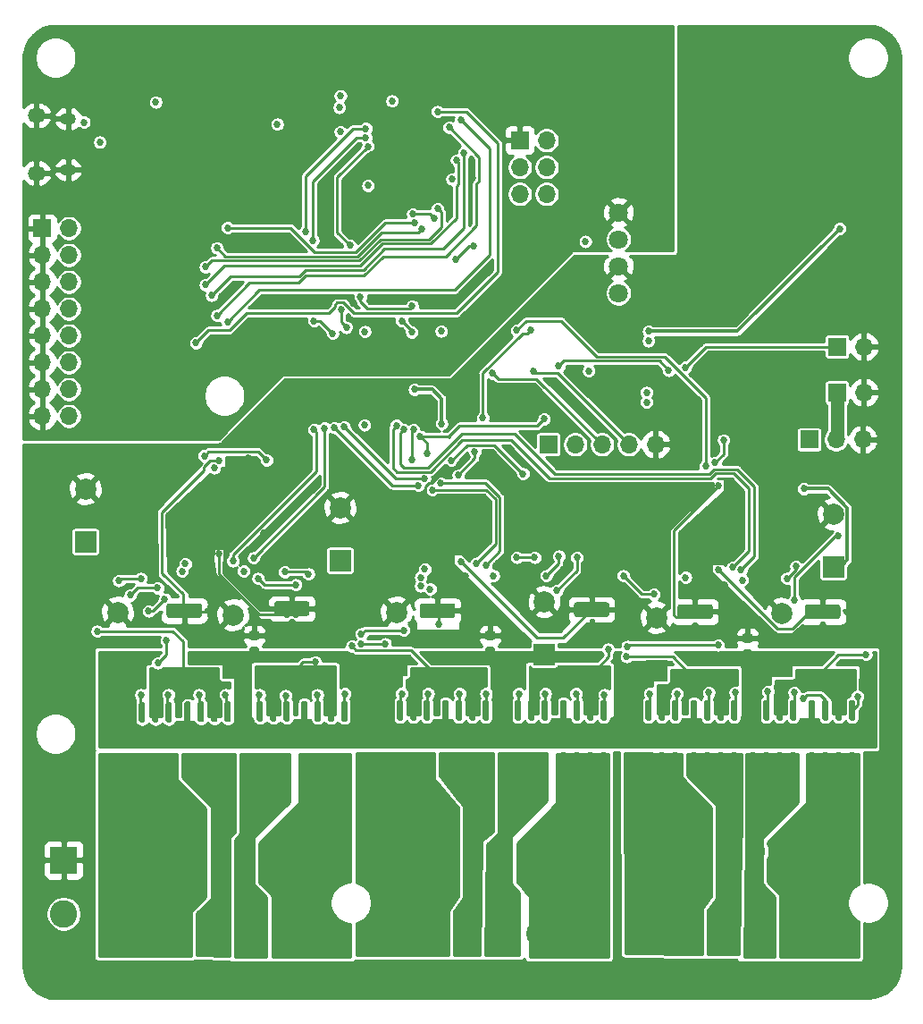
<source format=gbl>
G04 #@! TF.GenerationSoftware,KiCad,Pcbnew,5.1.8*
G04 #@! TF.CreationDate,2021-01-21T07:56:40-05:00*
G04 #@! TF.ProjectId,cnc-controller,636e632d-636f-46e7-9472-6f6c6c65722e,rev?*
G04 #@! TF.SameCoordinates,Original*
G04 #@! TF.FileFunction,Copper,L4,Bot*
G04 #@! TF.FilePolarity,Positive*
%FSLAX46Y46*%
G04 Gerber Fmt 4.6, Leading zero omitted, Abs format (unit mm)*
G04 Created by KiCad (PCBNEW 5.1.8) date 2021-01-21 07:56:40*
%MOMM*%
%LPD*%
G01*
G04 APERTURE LIST*
G04 #@! TA.AperFunction,ComponentPad*
%ADD10C,2.400000*%
G04 #@! TD*
G04 #@! TA.AperFunction,ComponentPad*
%ADD11R,2.400000X2.400000*%
G04 #@! TD*
G04 #@! TA.AperFunction,ComponentPad*
%ADD12O,1.700000X1.950000*%
G04 #@! TD*
G04 #@! TA.AperFunction,ComponentPad*
%ADD13C,1.800000*%
G04 #@! TD*
G04 #@! TA.AperFunction,ComponentPad*
%ADD14O,1.700000X1.700000*%
G04 #@! TD*
G04 #@! TA.AperFunction,ComponentPad*
%ADD15R,1.700000X1.700000*%
G04 #@! TD*
G04 #@! TA.AperFunction,ComponentPad*
%ADD16C,2.600000*%
G04 #@! TD*
G04 #@! TA.AperFunction,ComponentPad*
%ADD17R,2.600000X2.600000*%
G04 #@! TD*
G04 #@! TA.AperFunction,ComponentPad*
%ADD18O,1.700000X1.350000*%
G04 #@! TD*
G04 #@! TA.AperFunction,ComponentPad*
%ADD19O,1.500000X1.100000*%
G04 #@! TD*
G04 #@! TA.AperFunction,ComponentPad*
%ADD20C,2.000000*%
G04 #@! TD*
G04 #@! TA.AperFunction,ComponentPad*
%ADD21R,2.000000X2.000000*%
G04 #@! TD*
G04 #@! TA.AperFunction,ViaPad*
%ADD22C,0.685800*%
G04 #@! TD*
G04 #@! TA.AperFunction,Conductor*
%ADD23C,0.250000*%
G04 #@! TD*
G04 #@! TA.AperFunction,Conductor*
%ADD24C,0.300000*%
G04 #@! TD*
G04 #@! TA.AperFunction,Conductor*
%ADD25C,1.250000*%
G04 #@! TD*
G04 #@! TA.AperFunction,Conductor*
%ADD26C,0.254000*%
G04 #@! TD*
G04 #@! TA.AperFunction,Conductor*
%ADD27C,0.100000*%
G04 #@! TD*
G04 APERTURE END LIST*
D10*
X88570000Y-184040000D03*
X85070000Y-184040000D03*
X81570000Y-184040000D03*
D11*
X78070000Y-184040000D03*
D12*
X79392000Y-176168000D03*
X81892000Y-176168000D03*
X84392000Y-176168000D03*
G04 #@! TA.AperFunction,ComponentPad*
G36*
G01*
X87742000Y-175443000D02*
X87742000Y-176893000D01*
G75*
G02*
X87492000Y-177143000I-250000J0D01*
G01*
X86292000Y-177143000D01*
G75*
G02*
X86042000Y-176893000I0J250000D01*
G01*
X86042000Y-175443000D01*
G75*
G02*
X86292000Y-175193000I250000J0D01*
G01*
X87492000Y-175193000D01*
G75*
G02*
X87742000Y-175443000I0J-250000D01*
G01*
G37*
G04 #@! TD.AperFunction*
D13*
X71340000Y-123270000D03*
X71340000Y-120730000D03*
X71340000Y-118190000D03*
X71340000Y-115650000D03*
G04 #@! TA.AperFunction,SMDPad,CuDef*
G36*
G01*
X55625001Y-154050000D02*
X52774999Y-154050000D01*
G75*
G02*
X52525000Y-153800001I0J249999D01*
G01*
X52525000Y-152899999D01*
G75*
G02*
X52774999Y-152650000I249999J0D01*
G01*
X55625001Y-152650000D01*
G75*
G02*
X55875000Y-152899999I0J-249999D01*
G01*
X55875000Y-153800001D01*
G75*
G02*
X55625001Y-154050000I-249999J0D01*
G01*
G37*
G04 #@! TD.AperFunction*
G04 #@! TA.AperFunction,SMDPad,CuDef*
G36*
G01*
X55625001Y-160150000D02*
X52774999Y-160150000D01*
G75*
G02*
X52525000Y-159900001I0J249999D01*
G01*
X52525000Y-158999999D01*
G75*
G02*
X52774999Y-158750000I249999J0D01*
G01*
X55625001Y-158750000D01*
G75*
G02*
X55875000Y-158999999I0J-249999D01*
G01*
X55875000Y-159900001D01*
G75*
G02*
X55625001Y-160150000I-249999J0D01*
G01*
G37*
G04 #@! TD.AperFunction*
G04 #@! TA.AperFunction,SMDPad,CuDef*
G36*
G01*
X70225001Y-153950000D02*
X67374999Y-153950000D01*
G75*
G02*
X67125000Y-153700001I0J249999D01*
G01*
X67125000Y-152799999D01*
G75*
G02*
X67374999Y-152550000I249999J0D01*
G01*
X70225001Y-152550000D01*
G75*
G02*
X70475000Y-152799999I0J-249999D01*
G01*
X70475000Y-153700001D01*
G75*
G02*
X70225001Y-153950000I-249999J0D01*
G01*
G37*
G04 #@! TD.AperFunction*
G04 #@! TA.AperFunction,SMDPad,CuDef*
G36*
G01*
X70225001Y-160050000D02*
X67374999Y-160050000D01*
G75*
G02*
X67125000Y-159800001I0J249999D01*
G01*
X67125000Y-158899999D01*
G75*
G02*
X67374999Y-158650000I249999J0D01*
G01*
X70225001Y-158650000D01*
G75*
G02*
X70475000Y-158899999I0J-249999D01*
G01*
X70475000Y-159800001D01*
G75*
G02*
X70225001Y-160050000I-249999J0D01*
G01*
G37*
G04 #@! TD.AperFunction*
G04 #@! TA.AperFunction,SMDPad,CuDef*
G36*
G01*
X80025001Y-154150000D02*
X77174999Y-154150000D01*
G75*
G02*
X76925000Y-153900001I0J249999D01*
G01*
X76925000Y-152999999D01*
G75*
G02*
X77174999Y-152750000I249999J0D01*
G01*
X80025001Y-152750000D01*
G75*
G02*
X80275000Y-152999999I0J-249999D01*
G01*
X80275000Y-153900001D01*
G75*
G02*
X80025001Y-154150000I-249999J0D01*
G01*
G37*
G04 #@! TD.AperFunction*
G04 #@! TA.AperFunction,SMDPad,CuDef*
G36*
G01*
X80025001Y-160250000D02*
X77174999Y-160250000D01*
G75*
G02*
X76925000Y-160000001I0J249999D01*
G01*
X76925000Y-159099999D01*
G75*
G02*
X77174999Y-158850000I249999J0D01*
G01*
X80025001Y-158850000D01*
G75*
G02*
X80275000Y-159099999I0J-249999D01*
G01*
X80275000Y-160000001D01*
G75*
G02*
X80025001Y-160250000I-249999J0D01*
G01*
G37*
G04 #@! TD.AperFunction*
G04 #@! TA.AperFunction,SMDPad,CuDef*
G36*
G01*
X92125001Y-154150000D02*
X89274999Y-154150000D01*
G75*
G02*
X89025000Y-153900001I0J249999D01*
G01*
X89025000Y-152999999D01*
G75*
G02*
X89274999Y-152750000I249999J0D01*
G01*
X92125001Y-152750000D01*
G75*
G02*
X92375000Y-152999999I0J-249999D01*
G01*
X92375000Y-153900001D01*
G75*
G02*
X92125001Y-154150000I-249999J0D01*
G01*
G37*
G04 #@! TD.AperFunction*
G04 #@! TA.AperFunction,SMDPad,CuDef*
G36*
G01*
X92125001Y-160250000D02*
X89274999Y-160250000D01*
G75*
G02*
X89025000Y-160000001I0J249999D01*
G01*
X89025000Y-159099999D01*
G75*
G02*
X89274999Y-158850000I249999J0D01*
G01*
X92125001Y-158850000D01*
G75*
G02*
X92375000Y-159099999I0J-249999D01*
G01*
X92375000Y-160000001D01*
G75*
G02*
X92125001Y-160250000I-249999J0D01*
G01*
G37*
G04 #@! TD.AperFunction*
G04 #@! TA.AperFunction,SMDPad,CuDef*
G36*
G01*
X31625001Y-154050000D02*
X28774999Y-154050000D01*
G75*
G02*
X28525000Y-153800001I0J249999D01*
G01*
X28525000Y-152899999D01*
G75*
G02*
X28774999Y-152650000I249999J0D01*
G01*
X31625001Y-152650000D01*
G75*
G02*
X31875000Y-152899999I0J-249999D01*
G01*
X31875000Y-153800001D01*
G75*
G02*
X31625001Y-154050000I-249999J0D01*
G01*
G37*
G04 #@! TD.AperFunction*
G04 #@! TA.AperFunction,SMDPad,CuDef*
G36*
G01*
X31625001Y-160150000D02*
X28774999Y-160150000D01*
G75*
G02*
X28525000Y-159900001I0J249999D01*
G01*
X28525000Y-158999999D01*
G75*
G02*
X28774999Y-158750000I249999J0D01*
G01*
X31625001Y-158750000D01*
G75*
G02*
X31875000Y-158999999I0J-249999D01*
G01*
X31875000Y-159900001D01*
G75*
G02*
X31625001Y-160150000I-249999J0D01*
G01*
G37*
G04 #@! TD.AperFunction*
G04 #@! TA.AperFunction,SMDPad,CuDef*
G36*
G01*
X41825001Y-153850000D02*
X38974999Y-153850000D01*
G75*
G02*
X38725000Y-153600001I0J249999D01*
G01*
X38725000Y-152699999D01*
G75*
G02*
X38974999Y-152450000I249999J0D01*
G01*
X41825001Y-152450000D01*
G75*
G02*
X42075000Y-152699999I0J-249999D01*
G01*
X42075000Y-153600001D01*
G75*
G02*
X41825001Y-153850000I-249999J0D01*
G01*
G37*
G04 #@! TD.AperFunction*
G04 #@! TA.AperFunction,SMDPad,CuDef*
G36*
G01*
X41825001Y-159950000D02*
X38974999Y-159950000D01*
G75*
G02*
X38725000Y-159700001I0J249999D01*
G01*
X38725000Y-158799999D01*
G75*
G02*
X38974999Y-158550000I249999J0D01*
G01*
X41825001Y-158550000D01*
G75*
G02*
X42075000Y-158799999I0J-249999D01*
G01*
X42075000Y-159700001D01*
G75*
G02*
X41825001Y-159950000I-249999J0D01*
G01*
G37*
G04 #@! TD.AperFunction*
G04 #@! TA.AperFunction,SMDPad,CuDef*
G36*
G01*
X60391000Y-166754000D02*
X60691000Y-166754000D01*
G75*
G02*
X60841000Y-166904000I0J-150000D01*
G01*
X60841000Y-168554000D01*
G75*
G02*
X60691000Y-168704000I-150000J0D01*
G01*
X60391000Y-168704000D01*
G75*
G02*
X60241000Y-168554000I0J150000D01*
G01*
X60241000Y-166904000D01*
G75*
G02*
X60391000Y-166754000I150000J0D01*
G01*
G37*
G04 #@! TD.AperFunction*
G04 #@! TA.AperFunction,SMDPad,CuDef*
G36*
G01*
X61661000Y-166754000D02*
X61961000Y-166754000D01*
G75*
G02*
X62111000Y-166904000I0J-150000D01*
G01*
X62111000Y-168554000D01*
G75*
G02*
X61961000Y-168704000I-150000J0D01*
G01*
X61661000Y-168704000D01*
G75*
G02*
X61511000Y-168554000I0J150000D01*
G01*
X61511000Y-166904000D01*
G75*
G02*
X61661000Y-166754000I150000J0D01*
G01*
G37*
G04 #@! TD.AperFunction*
G04 #@! TA.AperFunction,SMDPad,CuDef*
G36*
G01*
X62931000Y-166754000D02*
X63231000Y-166754000D01*
G75*
G02*
X63381000Y-166904000I0J-150000D01*
G01*
X63381000Y-168554000D01*
G75*
G02*
X63231000Y-168704000I-150000J0D01*
G01*
X62931000Y-168704000D01*
G75*
G02*
X62781000Y-168554000I0J150000D01*
G01*
X62781000Y-166904000D01*
G75*
G02*
X62931000Y-166754000I150000J0D01*
G01*
G37*
G04 #@! TD.AperFunction*
G04 #@! TA.AperFunction,SMDPad,CuDef*
G36*
G01*
X64201000Y-166754000D02*
X64501000Y-166754000D01*
G75*
G02*
X64651000Y-166904000I0J-150000D01*
G01*
X64651000Y-168554000D01*
G75*
G02*
X64501000Y-168704000I-150000J0D01*
G01*
X64201000Y-168704000D01*
G75*
G02*
X64051000Y-168554000I0J150000D01*
G01*
X64051000Y-166904000D01*
G75*
G02*
X64201000Y-166754000I150000J0D01*
G01*
G37*
G04 #@! TD.AperFunction*
G04 #@! TA.AperFunction,SMDPad,CuDef*
G36*
G01*
X64201000Y-161804000D02*
X64501000Y-161804000D01*
G75*
G02*
X64651000Y-161954000I0J-150000D01*
G01*
X64651000Y-163604000D01*
G75*
G02*
X64501000Y-163754000I-150000J0D01*
G01*
X64201000Y-163754000D01*
G75*
G02*
X64051000Y-163604000I0J150000D01*
G01*
X64051000Y-161954000D01*
G75*
G02*
X64201000Y-161804000I150000J0D01*
G01*
G37*
G04 #@! TD.AperFunction*
G04 #@! TA.AperFunction,SMDPad,CuDef*
G36*
G01*
X62931000Y-161804000D02*
X63231000Y-161804000D01*
G75*
G02*
X63381000Y-161954000I0J-150000D01*
G01*
X63381000Y-163604000D01*
G75*
G02*
X63231000Y-163754000I-150000J0D01*
G01*
X62931000Y-163754000D01*
G75*
G02*
X62781000Y-163604000I0J150000D01*
G01*
X62781000Y-161954000D01*
G75*
G02*
X62931000Y-161804000I150000J0D01*
G01*
G37*
G04 #@! TD.AperFunction*
G04 #@! TA.AperFunction,SMDPad,CuDef*
G36*
G01*
X61661000Y-161804000D02*
X61961000Y-161804000D01*
G75*
G02*
X62111000Y-161954000I0J-150000D01*
G01*
X62111000Y-163604000D01*
G75*
G02*
X61961000Y-163754000I-150000J0D01*
G01*
X61661000Y-163754000D01*
G75*
G02*
X61511000Y-163604000I0J150000D01*
G01*
X61511000Y-161954000D01*
G75*
G02*
X61661000Y-161804000I150000J0D01*
G01*
G37*
G04 #@! TD.AperFunction*
G04 #@! TA.AperFunction,SMDPad,CuDef*
G36*
G01*
X60391000Y-161804000D02*
X60691000Y-161804000D01*
G75*
G02*
X60841000Y-161954000I0J-150000D01*
G01*
X60841000Y-163604000D01*
G75*
G02*
X60691000Y-163754000I-150000J0D01*
G01*
X60391000Y-163754000D01*
G75*
G02*
X60241000Y-163604000I0J150000D01*
G01*
X60241000Y-161954000D01*
G75*
G02*
X60391000Y-161804000I150000J0D01*
G01*
G37*
G04 #@! TD.AperFunction*
G04 #@! TA.AperFunction,SMDPad,CuDef*
G36*
G01*
X49215000Y-166754000D02*
X49515000Y-166754000D01*
G75*
G02*
X49665000Y-166904000I0J-150000D01*
G01*
X49665000Y-168554000D01*
G75*
G02*
X49515000Y-168704000I-150000J0D01*
G01*
X49215000Y-168704000D01*
G75*
G02*
X49065000Y-168554000I0J150000D01*
G01*
X49065000Y-166904000D01*
G75*
G02*
X49215000Y-166754000I150000J0D01*
G01*
G37*
G04 #@! TD.AperFunction*
G04 #@! TA.AperFunction,SMDPad,CuDef*
G36*
G01*
X50485000Y-166754000D02*
X50785000Y-166754000D01*
G75*
G02*
X50935000Y-166904000I0J-150000D01*
G01*
X50935000Y-168554000D01*
G75*
G02*
X50785000Y-168704000I-150000J0D01*
G01*
X50485000Y-168704000D01*
G75*
G02*
X50335000Y-168554000I0J150000D01*
G01*
X50335000Y-166904000D01*
G75*
G02*
X50485000Y-166754000I150000J0D01*
G01*
G37*
G04 #@! TD.AperFunction*
G04 #@! TA.AperFunction,SMDPad,CuDef*
G36*
G01*
X51755000Y-166754000D02*
X52055000Y-166754000D01*
G75*
G02*
X52205000Y-166904000I0J-150000D01*
G01*
X52205000Y-168554000D01*
G75*
G02*
X52055000Y-168704000I-150000J0D01*
G01*
X51755000Y-168704000D01*
G75*
G02*
X51605000Y-168554000I0J150000D01*
G01*
X51605000Y-166904000D01*
G75*
G02*
X51755000Y-166754000I150000J0D01*
G01*
G37*
G04 #@! TD.AperFunction*
G04 #@! TA.AperFunction,SMDPad,CuDef*
G36*
G01*
X53025000Y-166754000D02*
X53325000Y-166754000D01*
G75*
G02*
X53475000Y-166904000I0J-150000D01*
G01*
X53475000Y-168554000D01*
G75*
G02*
X53325000Y-168704000I-150000J0D01*
G01*
X53025000Y-168704000D01*
G75*
G02*
X52875000Y-168554000I0J150000D01*
G01*
X52875000Y-166904000D01*
G75*
G02*
X53025000Y-166754000I150000J0D01*
G01*
G37*
G04 #@! TD.AperFunction*
G04 #@! TA.AperFunction,SMDPad,CuDef*
G36*
G01*
X53025000Y-161804000D02*
X53325000Y-161804000D01*
G75*
G02*
X53475000Y-161954000I0J-150000D01*
G01*
X53475000Y-163604000D01*
G75*
G02*
X53325000Y-163754000I-150000J0D01*
G01*
X53025000Y-163754000D01*
G75*
G02*
X52875000Y-163604000I0J150000D01*
G01*
X52875000Y-161954000D01*
G75*
G02*
X53025000Y-161804000I150000J0D01*
G01*
G37*
G04 #@! TD.AperFunction*
G04 #@! TA.AperFunction,SMDPad,CuDef*
G36*
G01*
X51755000Y-161804000D02*
X52055000Y-161804000D01*
G75*
G02*
X52205000Y-161954000I0J-150000D01*
G01*
X52205000Y-163604000D01*
G75*
G02*
X52055000Y-163754000I-150000J0D01*
G01*
X51755000Y-163754000D01*
G75*
G02*
X51605000Y-163604000I0J150000D01*
G01*
X51605000Y-161954000D01*
G75*
G02*
X51755000Y-161804000I150000J0D01*
G01*
G37*
G04 #@! TD.AperFunction*
G04 #@! TA.AperFunction,SMDPad,CuDef*
G36*
G01*
X50485000Y-161804000D02*
X50785000Y-161804000D01*
G75*
G02*
X50935000Y-161954000I0J-150000D01*
G01*
X50935000Y-163604000D01*
G75*
G02*
X50785000Y-163754000I-150000J0D01*
G01*
X50485000Y-163754000D01*
G75*
G02*
X50335000Y-163604000I0J150000D01*
G01*
X50335000Y-161954000D01*
G75*
G02*
X50485000Y-161804000I150000J0D01*
G01*
G37*
G04 #@! TD.AperFunction*
G04 #@! TA.AperFunction,SMDPad,CuDef*
G36*
G01*
X49215000Y-161804000D02*
X49515000Y-161804000D01*
G75*
G02*
X49665000Y-161954000I0J-150000D01*
G01*
X49665000Y-163604000D01*
G75*
G02*
X49515000Y-163754000I-150000J0D01*
G01*
X49215000Y-163754000D01*
G75*
G02*
X49065000Y-163604000I0J150000D01*
G01*
X49065000Y-161954000D01*
G75*
G02*
X49215000Y-161804000I150000J0D01*
G01*
G37*
G04 #@! TD.AperFunction*
G04 #@! TA.AperFunction,SMDPad,CuDef*
G36*
G01*
X65979000Y-166754000D02*
X66279000Y-166754000D01*
G75*
G02*
X66429000Y-166904000I0J-150000D01*
G01*
X66429000Y-168554000D01*
G75*
G02*
X66279000Y-168704000I-150000J0D01*
G01*
X65979000Y-168704000D01*
G75*
G02*
X65829000Y-168554000I0J150000D01*
G01*
X65829000Y-166904000D01*
G75*
G02*
X65979000Y-166754000I150000J0D01*
G01*
G37*
G04 #@! TD.AperFunction*
G04 #@! TA.AperFunction,SMDPad,CuDef*
G36*
G01*
X67249000Y-166754000D02*
X67549000Y-166754000D01*
G75*
G02*
X67699000Y-166904000I0J-150000D01*
G01*
X67699000Y-168554000D01*
G75*
G02*
X67549000Y-168704000I-150000J0D01*
G01*
X67249000Y-168704000D01*
G75*
G02*
X67099000Y-168554000I0J150000D01*
G01*
X67099000Y-166904000D01*
G75*
G02*
X67249000Y-166754000I150000J0D01*
G01*
G37*
G04 #@! TD.AperFunction*
G04 #@! TA.AperFunction,SMDPad,CuDef*
G36*
G01*
X68519000Y-166754000D02*
X68819000Y-166754000D01*
G75*
G02*
X68969000Y-166904000I0J-150000D01*
G01*
X68969000Y-168554000D01*
G75*
G02*
X68819000Y-168704000I-150000J0D01*
G01*
X68519000Y-168704000D01*
G75*
G02*
X68369000Y-168554000I0J150000D01*
G01*
X68369000Y-166904000D01*
G75*
G02*
X68519000Y-166754000I150000J0D01*
G01*
G37*
G04 #@! TD.AperFunction*
G04 #@! TA.AperFunction,SMDPad,CuDef*
G36*
G01*
X69789000Y-166754000D02*
X70089000Y-166754000D01*
G75*
G02*
X70239000Y-166904000I0J-150000D01*
G01*
X70239000Y-168554000D01*
G75*
G02*
X70089000Y-168704000I-150000J0D01*
G01*
X69789000Y-168704000D01*
G75*
G02*
X69639000Y-168554000I0J150000D01*
G01*
X69639000Y-166904000D01*
G75*
G02*
X69789000Y-166754000I150000J0D01*
G01*
G37*
G04 #@! TD.AperFunction*
G04 #@! TA.AperFunction,SMDPad,CuDef*
G36*
G01*
X69789000Y-161804000D02*
X70089000Y-161804000D01*
G75*
G02*
X70239000Y-161954000I0J-150000D01*
G01*
X70239000Y-163604000D01*
G75*
G02*
X70089000Y-163754000I-150000J0D01*
G01*
X69789000Y-163754000D01*
G75*
G02*
X69639000Y-163604000I0J150000D01*
G01*
X69639000Y-161954000D01*
G75*
G02*
X69789000Y-161804000I150000J0D01*
G01*
G37*
G04 #@! TD.AperFunction*
G04 #@! TA.AperFunction,SMDPad,CuDef*
G36*
G01*
X68519000Y-161804000D02*
X68819000Y-161804000D01*
G75*
G02*
X68969000Y-161954000I0J-150000D01*
G01*
X68969000Y-163604000D01*
G75*
G02*
X68819000Y-163754000I-150000J0D01*
G01*
X68519000Y-163754000D01*
G75*
G02*
X68369000Y-163604000I0J150000D01*
G01*
X68369000Y-161954000D01*
G75*
G02*
X68519000Y-161804000I150000J0D01*
G01*
G37*
G04 #@! TD.AperFunction*
G04 #@! TA.AperFunction,SMDPad,CuDef*
G36*
G01*
X67249000Y-161804000D02*
X67549000Y-161804000D01*
G75*
G02*
X67699000Y-161954000I0J-150000D01*
G01*
X67699000Y-163604000D01*
G75*
G02*
X67549000Y-163754000I-150000J0D01*
G01*
X67249000Y-163754000D01*
G75*
G02*
X67099000Y-163604000I0J150000D01*
G01*
X67099000Y-161954000D01*
G75*
G02*
X67249000Y-161804000I150000J0D01*
G01*
G37*
G04 #@! TD.AperFunction*
G04 #@! TA.AperFunction,SMDPad,CuDef*
G36*
G01*
X65979000Y-161804000D02*
X66279000Y-161804000D01*
G75*
G02*
X66429000Y-161954000I0J-150000D01*
G01*
X66429000Y-163604000D01*
G75*
G02*
X66279000Y-163754000I-150000J0D01*
G01*
X65979000Y-163754000D01*
G75*
G02*
X65829000Y-163604000I0J150000D01*
G01*
X65829000Y-161954000D01*
G75*
G02*
X65979000Y-161804000I150000J0D01*
G01*
G37*
G04 #@! TD.AperFunction*
G04 #@! TA.AperFunction,SMDPad,CuDef*
G36*
G01*
X54803000Y-166754000D02*
X55103000Y-166754000D01*
G75*
G02*
X55253000Y-166904000I0J-150000D01*
G01*
X55253000Y-168554000D01*
G75*
G02*
X55103000Y-168704000I-150000J0D01*
G01*
X54803000Y-168704000D01*
G75*
G02*
X54653000Y-168554000I0J150000D01*
G01*
X54653000Y-166904000D01*
G75*
G02*
X54803000Y-166754000I150000J0D01*
G01*
G37*
G04 #@! TD.AperFunction*
G04 #@! TA.AperFunction,SMDPad,CuDef*
G36*
G01*
X56073000Y-166754000D02*
X56373000Y-166754000D01*
G75*
G02*
X56523000Y-166904000I0J-150000D01*
G01*
X56523000Y-168554000D01*
G75*
G02*
X56373000Y-168704000I-150000J0D01*
G01*
X56073000Y-168704000D01*
G75*
G02*
X55923000Y-168554000I0J150000D01*
G01*
X55923000Y-166904000D01*
G75*
G02*
X56073000Y-166754000I150000J0D01*
G01*
G37*
G04 #@! TD.AperFunction*
G04 #@! TA.AperFunction,SMDPad,CuDef*
G36*
G01*
X57343000Y-166754000D02*
X57643000Y-166754000D01*
G75*
G02*
X57793000Y-166904000I0J-150000D01*
G01*
X57793000Y-168554000D01*
G75*
G02*
X57643000Y-168704000I-150000J0D01*
G01*
X57343000Y-168704000D01*
G75*
G02*
X57193000Y-168554000I0J150000D01*
G01*
X57193000Y-166904000D01*
G75*
G02*
X57343000Y-166754000I150000J0D01*
G01*
G37*
G04 #@! TD.AperFunction*
G04 #@! TA.AperFunction,SMDPad,CuDef*
G36*
G01*
X58613000Y-166754000D02*
X58913000Y-166754000D01*
G75*
G02*
X59063000Y-166904000I0J-150000D01*
G01*
X59063000Y-168554000D01*
G75*
G02*
X58913000Y-168704000I-150000J0D01*
G01*
X58613000Y-168704000D01*
G75*
G02*
X58463000Y-168554000I0J150000D01*
G01*
X58463000Y-166904000D01*
G75*
G02*
X58613000Y-166754000I150000J0D01*
G01*
G37*
G04 #@! TD.AperFunction*
G04 #@! TA.AperFunction,SMDPad,CuDef*
G36*
G01*
X58613000Y-161804000D02*
X58913000Y-161804000D01*
G75*
G02*
X59063000Y-161954000I0J-150000D01*
G01*
X59063000Y-163604000D01*
G75*
G02*
X58913000Y-163754000I-150000J0D01*
G01*
X58613000Y-163754000D01*
G75*
G02*
X58463000Y-163604000I0J150000D01*
G01*
X58463000Y-161954000D01*
G75*
G02*
X58613000Y-161804000I150000J0D01*
G01*
G37*
G04 #@! TD.AperFunction*
G04 #@! TA.AperFunction,SMDPad,CuDef*
G36*
G01*
X57343000Y-161804000D02*
X57643000Y-161804000D01*
G75*
G02*
X57793000Y-161954000I0J-150000D01*
G01*
X57793000Y-163604000D01*
G75*
G02*
X57643000Y-163754000I-150000J0D01*
G01*
X57343000Y-163754000D01*
G75*
G02*
X57193000Y-163604000I0J150000D01*
G01*
X57193000Y-161954000D01*
G75*
G02*
X57343000Y-161804000I150000J0D01*
G01*
G37*
G04 #@! TD.AperFunction*
G04 #@! TA.AperFunction,SMDPad,CuDef*
G36*
G01*
X56073000Y-161804000D02*
X56373000Y-161804000D01*
G75*
G02*
X56523000Y-161954000I0J-150000D01*
G01*
X56523000Y-163604000D01*
G75*
G02*
X56373000Y-163754000I-150000J0D01*
G01*
X56073000Y-163754000D01*
G75*
G02*
X55923000Y-163604000I0J150000D01*
G01*
X55923000Y-161954000D01*
G75*
G02*
X56073000Y-161804000I150000J0D01*
G01*
G37*
G04 #@! TD.AperFunction*
G04 #@! TA.AperFunction,SMDPad,CuDef*
G36*
G01*
X54803000Y-161804000D02*
X55103000Y-161804000D01*
G75*
G02*
X55253000Y-161954000I0J-150000D01*
G01*
X55253000Y-163604000D01*
G75*
G02*
X55103000Y-163754000I-150000J0D01*
G01*
X54803000Y-163754000D01*
G75*
G02*
X54653000Y-163604000I0J150000D01*
G01*
X54653000Y-161954000D01*
G75*
G02*
X54803000Y-161804000I150000J0D01*
G01*
G37*
G04 #@! TD.AperFunction*
G04 #@! TA.AperFunction,SMDPad,CuDef*
G36*
G01*
X83929000Y-166754000D02*
X84229000Y-166754000D01*
G75*
G02*
X84379000Y-166904000I0J-150000D01*
G01*
X84379000Y-168554000D01*
G75*
G02*
X84229000Y-168704000I-150000J0D01*
G01*
X83929000Y-168704000D01*
G75*
G02*
X83779000Y-168554000I0J150000D01*
G01*
X83779000Y-166904000D01*
G75*
G02*
X83929000Y-166754000I150000J0D01*
G01*
G37*
G04 #@! TD.AperFunction*
G04 #@! TA.AperFunction,SMDPad,CuDef*
G36*
G01*
X85199000Y-166754000D02*
X85499000Y-166754000D01*
G75*
G02*
X85649000Y-166904000I0J-150000D01*
G01*
X85649000Y-168554000D01*
G75*
G02*
X85499000Y-168704000I-150000J0D01*
G01*
X85199000Y-168704000D01*
G75*
G02*
X85049000Y-168554000I0J150000D01*
G01*
X85049000Y-166904000D01*
G75*
G02*
X85199000Y-166754000I150000J0D01*
G01*
G37*
G04 #@! TD.AperFunction*
G04 #@! TA.AperFunction,SMDPad,CuDef*
G36*
G01*
X86469000Y-166754000D02*
X86769000Y-166754000D01*
G75*
G02*
X86919000Y-166904000I0J-150000D01*
G01*
X86919000Y-168554000D01*
G75*
G02*
X86769000Y-168704000I-150000J0D01*
G01*
X86469000Y-168704000D01*
G75*
G02*
X86319000Y-168554000I0J150000D01*
G01*
X86319000Y-166904000D01*
G75*
G02*
X86469000Y-166754000I150000J0D01*
G01*
G37*
G04 #@! TD.AperFunction*
G04 #@! TA.AperFunction,SMDPad,CuDef*
G36*
G01*
X87739000Y-166754000D02*
X88039000Y-166754000D01*
G75*
G02*
X88189000Y-166904000I0J-150000D01*
G01*
X88189000Y-168554000D01*
G75*
G02*
X88039000Y-168704000I-150000J0D01*
G01*
X87739000Y-168704000D01*
G75*
G02*
X87589000Y-168554000I0J150000D01*
G01*
X87589000Y-166904000D01*
G75*
G02*
X87739000Y-166754000I150000J0D01*
G01*
G37*
G04 #@! TD.AperFunction*
G04 #@! TA.AperFunction,SMDPad,CuDef*
G36*
G01*
X87739000Y-161804000D02*
X88039000Y-161804000D01*
G75*
G02*
X88189000Y-161954000I0J-150000D01*
G01*
X88189000Y-163604000D01*
G75*
G02*
X88039000Y-163754000I-150000J0D01*
G01*
X87739000Y-163754000D01*
G75*
G02*
X87589000Y-163604000I0J150000D01*
G01*
X87589000Y-161954000D01*
G75*
G02*
X87739000Y-161804000I150000J0D01*
G01*
G37*
G04 #@! TD.AperFunction*
G04 #@! TA.AperFunction,SMDPad,CuDef*
G36*
G01*
X86469000Y-161804000D02*
X86769000Y-161804000D01*
G75*
G02*
X86919000Y-161954000I0J-150000D01*
G01*
X86919000Y-163604000D01*
G75*
G02*
X86769000Y-163754000I-150000J0D01*
G01*
X86469000Y-163754000D01*
G75*
G02*
X86319000Y-163604000I0J150000D01*
G01*
X86319000Y-161954000D01*
G75*
G02*
X86469000Y-161804000I150000J0D01*
G01*
G37*
G04 #@! TD.AperFunction*
G04 #@! TA.AperFunction,SMDPad,CuDef*
G36*
G01*
X85199000Y-161804000D02*
X85499000Y-161804000D01*
G75*
G02*
X85649000Y-161954000I0J-150000D01*
G01*
X85649000Y-163604000D01*
G75*
G02*
X85499000Y-163754000I-150000J0D01*
G01*
X85199000Y-163754000D01*
G75*
G02*
X85049000Y-163604000I0J150000D01*
G01*
X85049000Y-161954000D01*
G75*
G02*
X85199000Y-161804000I150000J0D01*
G01*
G37*
G04 #@! TD.AperFunction*
G04 #@! TA.AperFunction,SMDPad,CuDef*
G36*
G01*
X83929000Y-161804000D02*
X84229000Y-161804000D01*
G75*
G02*
X84379000Y-161954000I0J-150000D01*
G01*
X84379000Y-163604000D01*
G75*
G02*
X84229000Y-163754000I-150000J0D01*
G01*
X83929000Y-163754000D01*
G75*
G02*
X83779000Y-163604000I0J150000D01*
G01*
X83779000Y-161954000D01*
G75*
G02*
X83929000Y-161804000I150000J0D01*
G01*
G37*
G04 #@! TD.AperFunction*
G04 #@! TA.AperFunction,SMDPad,CuDef*
G36*
G01*
X72753000Y-166754000D02*
X73053000Y-166754000D01*
G75*
G02*
X73203000Y-166904000I0J-150000D01*
G01*
X73203000Y-168554000D01*
G75*
G02*
X73053000Y-168704000I-150000J0D01*
G01*
X72753000Y-168704000D01*
G75*
G02*
X72603000Y-168554000I0J150000D01*
G01*
X72603000Y-166904000D01*
G75*
G02*
X72753000Y-166754000I150000J0D01*
G01*
G37*
G04 #@! TD.AperFunction*
G04 #@! TA.AperFunction,SMDPad,CuDef*
G36*
G01*
X74023000Y-166754000D02*
X74323000Y-166754000D01*
G75*
G02*
X74473000Y-166904000I0J-150000D01*
G01*
X74473000Y-168554000D01*
G75*
G02*
X74323000Y-168704000I-150000J0D01*
G01*
X74023000Y-168704000D01*
G75*
G02*
X73873000Y-168554000I0J150000D01*
G01*
X73873000Y-166904000D01*
G75*
G02*
X74023000Y-166754000I150000J0D01*
G01*
G37*
G04 #@! TD.AperFunction*
G04 #@! TA.AperFunction,SMDPad,CuDef*
G36*
G01*
X75293000Y-166754000D02*
X75593000Y-166754000D01*
G75*
G02*
X75743000Y-166904000I0J-150000D01*
G01*
X75743000Y-168554000D01*
G75*
G02*
X75593000Y-168704000I-150000J0D01*
G01*
X75293000Y-168704000D01*
G75*
G02*
X75143000Y-168554000I0J150000D01*
G01*
X75143000Y-166904000D01*
G75*
G02*
X75293000Y-166754000I150000J0D01*
G01*
G37*
G04 #@! TD.AperFunction*
G04 #@! TA.AperFunction,SMDPad,CuDef*
G36*
G01*
X76563000Y-166754000D02*
X76863000Y-166754000D01*
G75*
G02*
X77013000Y-166904000I0J-150000D01*
G01*
X77013000Y-168554000D01*
G75*
G02*
X76863000Y-168704000I-150000J0D01*
G01*
X76563000Y-168704000D01*
G75*
G02*
X76413000Y-168554000I0J150000D01*
G01*
X76413000Y-166904000D01*
G75*
G02*
X76563000Y-166754000I150000J0D01*
G01*
G37*
G04 #@! TD.AperFunction*
G04 #@! TA.AperFunction,SMDPad,CuDef*
G36*
G01*
X76563000Y-161804000D02*
X76863000Y-161804000D01*
G75*
G02*
X77013000Y-161954000I0J-150000D01*
G01*
X77013000Y-163604000D01*
G75*
G02*
X76863000Y-163754000I-150000J0D01*
G01*
X76563000Y-163754000D01*
G75*
G02*
X76413000Y-163604000I0J150000D01*
G01*
X76413000Y-161954000D01*
G75*
G02*
X76563000Y-161804000I150000J0D01*
G01*
G37*
G04 #@! TD.AperFunction*
G04 #@! TA.AperFunction,SMDPad,CuDef*
G36*
G01*
X75293000Y-161804000D02*
X75593000Y-161804000D01*
G75*
G02*
X75743000Y-161954000I0J-150000D01*
G01*
X75743000Y-163604000D01*
G75*
G02*
X75593000Y-163754000I-150000J0D01*
G01*
X75293000Y-163754000D01*
G75*
G02*
X75143000Y-163604000I0J150000D01*
G01*
X75143000Y-161954000D01*
G75*
G02*
X75293000Y-161804000I150000J0D01*
G01*
G37*
G04 #@! TD.AperFunction*
G04 #@! TA.AperFunction,SMDPad,CuDef*
G36*
G01*
X74023000Y-161804000D02*
X74323000Y-161804000D01*
G75*
G02*
X74473000Y-161954000I0J-150000D01*
G01*
X74473000Y-163604000D01*
G75*
G02*
X74323000Y-163754000I-150000J0D01*
G01*
X74023000Y-163754000D01*
G75*
G02*
X73873000Y-163604000I0J150000D01*
G01*
X73873000Y-161954000D01*
G75*
G02*
X74023000Y-161804000I150000J0D01*
G01*
G37*
G04 #@! TD.AperFunction*
G04 #@! TA.AperFunction,SMDPad,CuDef*
G36*
G01*
X72753000Y-161804000D02*
X73053000Y-161804000D01*
G75*
G02*
X73203000Y-161954000I0J-150000D01*
G01*
X73203000Y-163604000D01*
G75*
G02*
X73053000Y-163754000I-150000J0D01*
G01*
X72753000Y-163754000D01*
G75*
G02*
X72603000Y-163604000I0J150000D01*
G01*
X72603000Y-161954000D01*
G75*
G02*
X72753000Y-161804000I150000J0D01*
G01*
G37*
G04 #@! TD.AperFunction*
G04 #@! TA.AperFunction,SMDPad,CuDef*
G36*
G01*
X89517000Y-166754000D02*
X89817000Y-166754000D01*
G75*
G02*
X89967000Y-166904000I0J-150000D01*
G01*
X89967000Y-168554000D01*
G75*
G02*
X89817000Y-168704000I-150000J0D01*
G01*
X89517000Y-168704000D01*
G75*
G02*
X89367000Y-168554000I0J150000D01*
G01*
X89367000Y-166904000D01*
G75*
G02*
X89517000Y-166754000I150000J0D01*
G01*
G37*
G04 #@! TD.AperFunction*
G04 #@! TA.AperFunction,SMDPad,CuDef*
G36*
G01*
X90787000Y-166754000D02*
X91087000Y-166754000D01*
G75*
G02*
X91237000Y-166904000I0J-150000D01*
G01*
X91237000Y-168554000D01*
G75*
G02*
X91087000Y-168704000I-150000J0D01*
G01*
X90787000Y-168704000D01*
G75*
G02*
X90637000Y-168554000I0J150000D01*
G01*
X90637000Y-166904000D01*
G75*
G02*
X90787000Y-166754000I150000J0D01*
G01*
G37*
G04 #@! TD.AperFunction*
G04 #@! TA.AperFunction,SMDPad,CuDef*
G36*
G01*
X92057000Y-166754000D02*
X92357000Y-166754000D01*
G75*
G02*
X92507000Y-166904000I0J-150000D01*
G01*
X92507000Y-168554000D01*
G75*
G02*
X92357000Y-168704000I-150000J0D01*
G01*
X92057000Y-168704000D01*
G75*
G02*
X91907000Y-168554000I0J150000D01*
G01*
X91907000Y-166904000D01*
G75*
G02*
X92057000Y-166754000I150000J0D01*
G01*
G37*
G04 #@! TD.AperFunction*
G04 #@! TA.AperFunction,SMDPad,CuDef*
G36*
G01*
X93327000Y-166754000D02*
X93627000Y-166754000D01*
G75*
G02*
X93777000Y-166904000I0J-150000D01*
G01*
X93777000Y-168554000D01*
G75*
G02*
X93627000Y-168704000I-150000J0D01*
G01*
X93327000Y-168704000D01*
G75*
G02*
X93177000Y-168554000I0J150000D01*
G01*
X93177000Y-166904000D01*
G75*
G02*
X93327000Y-166754000I150000J0D01*
G01*
G37*
G04 #@! TD.AperFunction*
G04 #@! TA.AperFunction,SMDPad,CuDef*
G36*
G01*
X93327000Y-161804000D02*
X93627000Y-161804000D01*
G75*
G02*
X93777000Y-161954000I0J-150000D01*
G01*
X93777000Y-163604000D01*
G75*
G02*
X93627000Y-163754000I-150000J0D01*
G01*
X93327000Y-163754000D01*
G75*
G02*
X93177000Y-163604000I0J150000D01*
G01*
X93177000Y-161954000D01*
G75*
G02*
X93327000Y-161804000I150000J0D01*
G01*
G37*
G04 #@! TD.AperFunction*
G04 #@! TA.AperFunction,SMDPad,CuDef*
G36*
G01*
X92057000Y-161804000D02*
X92357000Y-161804000D01*
G75*
G02*
X92507000Y-161954000I0J-150000D01*
G01*
X92507000Y-163604000D01*
G75*
G02*
X92357000Y-163754000I-150000J0D01*
G01*
X92057000Y-163754000D01*
G75*
G02*
X91907000Y-163604000I0J150000D01*
G01*
X91907000Y-161954000D01*
G75*
G02*
X92057000Y-161804000I150000J0D01*
G01*
G37*
G04 #@! TD.AperFunction*
G04 #@! TA.AperFunction,SMDPad,CuDef*
G36*
G01*
X90787000Y-161804000D02*
X91087000Y-161804000D01*
G75*
G02*
X91237000Y-161954000I0J-150000D01*
G01*
X91237000Y-163604000D01*
G75*
G02*
X91087000Y-163754000I-150000J0D01*
G01*
X90787000Y-163754000D01*
G75*
G02*
X90637000Y-163604000I0J150000D01*
G01*
X90637000Y-161954000D01*
G75*
G02*
X90787000Y-161804000I150000J0D01*
G01*
G37*
G04 #@! TD.AperFunction*
G04 #@! TA.AperFunction,SMDPad,CuDef*
G36*
G01*
X89517000Y-161804000D02*
X89817000Y-161804000D01*
G75*
G02*
X89967000Y-161954000I0J-150000D01*
G01*
X89967000Y-163604000D01*
G75*
G02*
X89817000Y-163754000I-150000J0D01*
G01*
X89517000Y-163754000D01*
G75*
G02*
X89367000Y-163604000I0J150000D01*
G01*
X89367000Y-161954000D01*
G75*
G02*
X89517000Y-161804000I150000J0D01*
G01*
G37*
G04 #@! TD.AperFunction*
G04 #@! TA.AperFunction,SMDPad,CuDef*
G36*
G01*
X78341000Y-166754000D02*
X78641000Y-166754000D01*
G75*
G02*
X78791000Y-166904000I0J-150000D01*
G01*
X78791000Y-168554000D01*
G75*
G02*
X78641000Y-168704000I-150000J0D01*
G01*
X78341000Y-168704000D01*
G75*
G02*
X78191000Y-168554000I0J150000D01*
G01*
X78191000Y-166904000D01*
G75*
G02*
X78341000Y-166754000I150000J0D01*
G01*
G37*
G04 #@! TD.AperFunction*
G04 #@! TA.AperFunction,SMDPad,CuDef*
G36*
G01*
X79611000Y-166754000D02*
X79911000Y-166754000D01*
G75*
G02*
X80061000Y-166904000I0J-150000D01*
G01*
X80061000Y-168554000D01*
G75*
G02*
X79911000Y-168704000I-150000J0D01*
G01*
X79611000Y-168704000D01*
G75*
G02*
X79461000Y-168554000I0J150000D01*
G01*
X79461000Y-166904000D01*
G75*
G02*
X79611000Y-166754000I150000J0D01*
G01*
G37*
G04 #@! TD.AperFunction*
G04 #@! TA.AperFunction,SMDPad,CuDef*
G36*
G01*
X80881000Y-166754000D02*
X81181000Y-166754000D01*
G75*
G02*
X81331000Y-166904000I0J-150000D01*
G01*
X81331000Y-168554000D01*
G75*
G02*
X81181000Y-168704000I-150000J0D01*
G01*
X80881000Y-168704000D01*
G75*
G02*
X80731000Y-168554000I0J150000D01*
G01*
X80731000Y-166904000D01*
G75*
G02*
X80881000Y-166754000I150000J0D01*
G01*
G37*
G04 #@! TD.AperFunction*
G04 #@! TA.AperFunction,SMDPad,CuDef*
G36*
G01*
X82151000Y-166754000D02*
X82451000Y-166754000D01*
G75*
G02*
X82601000Y-166904000I0J-150000D01*
G01*
X82601000Y-168554000D01*
G75*
G02*
X82451000Y-168704000I-150000J0D01*
G01*
X82151000Y-168704000D01*
G75*
G02*
X82001000Y-168554000I0J150000D01*
G01*
X82001000Y-166904000D01*
G75*
G02*
X82151000Y-166754000I150000J0D01*
G01*
G37*
G04 #@! TD.AperFunction*
G04 #@! TA.AperFunction,SMDPad,CuDef*
G36*
G01*
X82151000Y-161804000D02*
X82451000Y-161804000D01*
G75*
G02*
X82601000Y-161954000I0J-150000D01*
G01*
X82601000Y-163604000D01*
G75*
G02*
X82451000Y-163754000I-150000J0D01*
G01*
X82151000Y-163754000D01*
G75*
G02*
X82001000Y-163604000I0J150000D01*
G01*
X82001000Y-161954000D01*
G75*
G02*
X82151000Y-161804000I150000J0D01*
G01*
G37*
G04 #@! TD.AperFunction*
G04 #@! TA.AperFunction,SMDPad,CuDef*
G36*
G01*
X80881000Y-161804000D02*
X81181000Y-161804000D01*
G75*
G02*
X81331000Y-161954000I0J-150000D01*
G01*
X81331000Y-163604000D01*
G75*
G02*
X81181000Y-163754000I-150000J0D01*
G01*
X80881000Y-163754000D01*
G75*
G02*
X80731000Y-163604000I0J150000D01*
G01*
X80731000Y-161954000D01*
G75*
G02*
X80881000Y-161804000I150000J0D01*
G01*
G37*
G04 #@! TD.AperFunction*
G04 #@! TA.AperFunction,SMDPad,CuDef*
G36*
G01*
X79611000Y-161804000D02*
X79911000Y-161804000D01*
G75*
G02*
X80061000Y-161954000I0J-150000D01*
G01*
X80061000Y-163604000D01*
G75*
G02*
X79911000Y-163754000I-150000J0D01*
G01*
X79611000Y-163754000D01*
G75*
G02*
X79461000Y-163604000I0J150000D01*
G01*
X79461000Y-161954000D01*
G75*
G02*
X79611000Y-161804000I150000J0D01*
G01*
G37*
G04 #@! TD.AperFunction*
G04 #@! TA.AperFunction,SMDPad,CuDef*
G36*
G01*
X78341000Y-161804000D02*
X78641000Y-161804000D01*
G75*
G02*
X78791000Y-161954000I0J-150000D01*
G01*
X78791000Y-163604000D01*
G75*
G02*
X78641000Y-163754000I-150000J0D01*
G01*
X78341000Y-163754000D01*
G75*
G02*
X78191000Y-163604000I0J150000D01*
G01*
X78191000Y-161954000D01*
G75*
G02*
X78341000Y-161804000I150000J0D01*
G01*
G37*
G04 #@! TD.AperFunction*
G04 #@! TA.AperFunction,SMDPad,CuDef*
G36*
G01*
X35951000Y-166850000D02*
X36251000Y-166850000D01*
G75*
G02*
X36401000Y-167000000I0J-150000D01*
G01*
X36401000Y-168650000D01*
G75*
G02*
X36251000Y-168800000I-150000J0D01*
G01*
X35951000Y-168800000D01*
G75*
G02*
X35801000Y-168650000I0J150000D01*
G01*
X35801000Y-167000000D01*
G75*
G02*
X35951000Y-166850000I150000J0D01*
G01*
G37*
G04 #@! TD.AperFunction*
G04 #@! TA.AperFunction,SMDPad,CuDef*
G36*
G01*
X37221000Y-166850000D02*
X37521000Y-166850000D01*
G75*
G02*
X37671000Y-167000000I0J-150000D01*
G01*
X37671000Y-168650000D01*
G75*
G02*
X37521000Y-168800000I-150000J0D01*
G01*
X37221000Y-168800000D01*
G75*
G02*
X37071000Y-168650000I0J150000D01*
G01*
X37071000Y-167000000D01*
G75*
G02*
X37221000Y-166850000I150000J0D01*
G01*
G37*
G04 #@! TD.AperFunction*
G04 #@! TA.AperFunction,SMDPad,CuDef*
G36*
G01*
X38491000Y-166850000D02*
X38791000Y-166850000D01*
G75*
G02*
X38941000Y-167000000I0J-150000D01*
G01*
X38941000Y-168650000D01*
G75*
G02*
X38791000Y-168800000I-150000J0D01*
G01*
X38491000Y-168800000D01*
G75*
G02*
X38341000Y-168650000I0J150000D01*
G01*
X38341000Y-167000000D01*
G75*
G02*
X38491000Y-166850000I150000J0D01*
G01*
G37*
G04 #@! TD.AperFunction*
G04 #@! TA.AperFunction,SMDPad,CuDef*
G36*
G01*
X39761000Y-166850000D02*
X40061000Y-166850000D01*
G75*
G02*
X40211000Y-167000000I0J-150000D01*
G01*
X40211000Y-168650000D01*
G75*
G02*
X40061000Y-168800000I-150000J0D01*
G01*
X39761000Y-168800000D01*
G75*
G02*
X39611000Y-168650000I0J150000D01*
G01*
X39611000Y-167000000D01*
G75*
G02*
X39761000Y-166850000I150000J0D01*
G01*
G37*
G04 #@! TD.AperFunction*
G04 #@! TA.AperFunction,SMDPad,CuDef*
G36*
G01*
X39761000Y-161900000D02*
X40061000Y-161900000D01*
G75*
G02*
X40211000Y-162050000I0J-150000D01*
G01*
X40211000Y-163700000D01*
G75*
G02*
X40061000Y-163850000I-150000J0D01*
G01*
X39761000Y-163850000D01*
G75*
G02*
X39611000Y-163700000I0J150000D01*
G01*
X39611000Y-162050000D01*
G75*
G02*
X39761000Y-161900000I150000J0D01*
G01*
G37*
G04 #@! TD.AperFunction*
G04 #@! TA.AperFunction,SMDPad,CuDef*
G36*
G01*
X38491000Y-161900000D02*
X38791000Y-161900000D01*
G75*
G02*
X38941000Y-162050000I0J-150000D01*
G01*
X38941000Y-163700000D01*
G75*
G02*
X38791000Y-163850000I-150000J0D01*
G01*
X38491000Y-163850000D01*
G75*
G02*
X38341000Y-163700000I0J150000D01*
G01*
X38341000Y-162050000D01*
G75*
G02*
X38491000Y-161900000I150000J0D01*
G01*
G37*
G04 #@! TD.AperFunction*
G04 #@! TA.AperFunction,SMDPad,CuDef*
G36*
G01*
X37221000Y-161900000D02*
X37521000Y-161900000D01*
G75*
G02*
X37671000Y-162050000I0J-150000D01*
G01*
X37671000Y-163700000D01*
G75*
G02*
X37521000Y-163850000I-150000J0D01*
G01*
X37221000Y-163850000D01*
G75*
G02*
X37071000Y-163700000I0J150000D01*
G01*
X37071000Y-162050000D01*
G75*
G02*
X37221000Y-161900000I150000J0D01*
G01*
G37*
G04 #@! TD.AperFunction*
G04 #@! TA.AperFunction,SMDPad,CuDef*
G36*
G01*
X35951000Y-161900000D02*
X36251000Y-161900000D01*
G75*
G02*
X36401000Y-162050000I0J-150000D01*
G01*
X36401000Y-163700000D01*
G75*
G02*
X36251000Y-163850000I-150000J0D01*
G01*
X35951000Y-163850000D01*
G75*
G02*
X35801000Y-163700000I0J150000D01*
G01*
X35801000Y-162050000D01*
G75*
G02*
X35951000Y-161900000I150000J0D01*
G01*
G37*
G04 #@! TD.AperFunction*
G04 #@! TA.AperFunction,SMDPad,CuDef*
G36*
G01*
X24775000Y-166954000D02*
X25075000Y-166954000D01*
G75*
G02*
X25225000Y-167104000I0J-150000D01*
G01*
X25225000Y-168754000D01*
G75*
G02*
X25075000Y-168904000I-150000J0D01*
G01*
X24775000Y-168904000D01*
G75*
G02*
X24625000Y-168754000I0J150000D01*
G01*
X24625000Y-167104000D01*
G75*
G02*
X24775000Y-166954000I150000J0D01*
G01*
G37*
G04 #@! TD.AperFunction*
G04 #@! TA.AperFunction,SMDPad,CuDef*
G36*
G01*
X26045000Y-166954000D02*
X26345000Y-166954000D01*
G75*
G02*
X26495000Y-167104000I0J-150000D01*
G01*
X26495000Y-168754000D01*
G75*
G02*
X26345000Y-168904000I-150000J0D01*
G01*
X26045000Y-168904000D01*
G75*
G02*
X25895000Y-168754000I0J150000D01*
G01*
X25895000Y-167104000D01*
G75*
G02*
X26045000Y-166954000I150000J0D01*
G01*
G37*
G04 #@! TD.AperFunction*
G04 #@! TA.AperFunction,SMDPad,CuDef*
G36*
G01*
X27315000Y-166954000D02*
X27615000Y-166954000D01*
G75*
G02*
X27765000Y-167104000I0J-150000D01*
G01*
X27765000Y-168754000D01*
G75*
G02*
X27615000Y-168904000I-150000J0D01*
G01*
X27315000Y-168904000D01*
G75*
G02*
X27165000Y-168754000I0J150000D01*
G01*
X27165000Y-167104000D01*
G75*
G02*
X27315000Y-166954000I150000J0D01*
G01*
G37*
G04 #@! TD.AperFunction*
G04 #@! TA.AperFunction,SMDPad,CuDef*
G36*
G01*
X28585000Y-166954000D02*
X28885000Y-166954000D01*
G75*
G02*
X29035000Y-167104000I0J-150000D01*
G01*
X29035000Y-168754000D01*
G75*
G02*
X28885000Y-168904000I-150000J0D01*
G01*
X28585000Y-168904000D01*
G75*
G02*
X28435000Y-168754000I0J150000D01*
G01*
X28435000Y-167104000D01*
G75*
G02*
X28585000Y-166954000I150000J0D01*
G01*
G37*
G04 #@! TD.AperFunction*
G04 #@! TA.AperFunction,SMDPad,CuDef*
G36*
G01*
X28585000Y-162004000D02*
X28885000Y-162004000D01*
G75*
G02*
X29035000Y-162154000I0J-150000D01*
G01*
X29035000Y-163804000D01*
G75*
G02*
X28885000Y-163954000I-150000J0D01*
G01*
X28585000Y-163954000D01*
G75*
G02*
X28435000Y-163804000I0J150000D01*
G01*
X28435000Y-162154000D01*
G75*
G02*
X28585000Y-162004000I150000J0D01*
G01*
G37*
G04 #@! TD.AperFunction*
G04 #@! TA.AperFunction,SMDPad,CuDef*
G36*
G01*
X27315000Y-162004000D02*
X27615000Y-162004000D01*
G75*
G02*
X27765000Y-162154000I0J-150000D01*
G01*
X27765000Y-163804000D01*
G75*
G02*
X27615000Y-163954000I-150000J0D01*
G01*
X27315000Y-163954000D01*
G75*
G02*
X27165000Y-163804000I0J150000D01*
G01*
X27165000Y-162154000D01*
G75*
G02*
X27315000Y-162004000I150000J0D01*
G01*
G37*
G04 #@! TD.AperFunction*
G04 #@! TA.AperFunction,SMDPad,CuDef*
G36*
G01*
X26045000Y-162004000D02*
X26345000Y-162004000D01*
G75*
G02*
X26495000Y-162154000I0J-150000D01*
G01*
X26495000Y-163804000D01*
G75*
G02*
X26345000Y-163954000I-150000J0D01*
G01*
X26045000Y-163954000D01*
G75*
G02*
X25895000Y-163804000I0J150000D01*
G01*
X25895000Y-162154000D01*
G75*
G02*
X26045000Y-162004000I150000J0D01*
G01*
G37*
G04 #@! TD.AperFunction*
G04 #@! TA.AperFunction,SMDPad,CuDef*
G36*
G01*
X24775000Y-162004000D02*
X25075000Y-162004000D01*
G75*
G02*
X25225000Y-162154000I0J-150000D01*
G01*
X25225000Y-163804000D01*
G75*
G02*
X25075000Y-163954000I-150000J0D01*
G01*
X24775000Y-163954000D01*
G75*
G02*
X24625000Y-163804000I0J150000D01*
G01*
X24625000Y-162154000D01*
G75*
G02*
X24775000Y-162004000I150000J0D01*
G01*
G37*
G04 #@! TD.AperFunction*
G04 #@! TA.AperFunction,SMDPad,CuDef*
G36*
G01*
X41415000Y-166850000D02*
X41715000Y-166850000D01*
G75*
G02*
X41865000Y-167000000I0J-150000D01*
G01*
X41865000Y-168650000D01*
G75*
G02*
X41715000Y-168800000I-150000J0D01*
G01*
X41415000Y-168800000D01*
G75*
G02*
X41265000Y-168650000I0J150000D01*
G01*
X41265000Y-167000000D01*
G75*
G02*
X41415000Y-166850000I150000J0D01*
G01*
G37*
G04 #@! TD.AperFunction*
G04 #@! TA.AperFunction,SMDPad,CuDef*
G36*
G01*
X42685000Y-166850000D02*
X42985000Y-166850000D01*
G75*
G02*
X43135000Y-167000000I0J-150000D01*
G01*
X43135000Y-168650000D01*
G75*
G02*
X42985000Y-168800000I-150000J0D01*
G01*
X42685000Y-168800000D01*
G75*
G02*
X42535000Y-168650000I0J150000D01*
G01*
X42535000Y-167000000D01*
G75*
G02*
X42685000Y-166850000I150000J0D01*
G01*
G37*
G04 #@! TD.AperFunction*
G04 #@! TA.AperFunction,SMDPad,CuDef*
G36*
G01*
X43955000Y-166850000D02*
X44255000Y-166850000D01*
G75*
G02*
X44405000Y-167000000I0J-150000D01*
G01*
X44405000Y-168650000D01*
G75*
G02*
X44255000Y-168800000I-150000J0D01*
G01*
X43955000Y-168800000D01*
G75*
G02*
X43805000Y-168650000I0J150000D01*
G01*
X43805000Y-167000000D01*
G75*
G02*
X43955000Y-166850000I150000J0D01*
G01*
G37*
G04 #@! TD.AperFunction*
G04 #@! TA.AperFunction,SMDPad,CuDef*
G36*
G01*
X45225000Y-166850000D02*
X45525000Y-166850000D01*
G75*
G02*
X45675000Y-167000000I0J-150000D01*
G01*
X45675000Y-168650000D01*
G75*
G02*
X45525000Y-168800000I-150000J0D01*
G01*
X45225000Y-168800000D01*
G75*
G02*
X45075000Y-168650000I0J150000D01*
G01*
X45075000Y-167000000D01*
G75*
G02*
X45225000Y-166850000I150000J0D01*
G01*
G37*
G04 #@! TD.AperFunction*
G04 #@! TA.AperFunction,SMDPad,CuDef*
G36*
G01*
X45225000Y-161900000D02*
X45525000Y-161900000D01*
G75*
G02*
X45675000Y-162050000I0J-150000D01*
G01*
X45675000Y-163700000D01*
G75*
G02*
X45525000Y-163850000I-150000J0D01*
G01*
X45225000Y-163850000D01*
G75*
G02*
X45075000Y-163700000I0J150000D01*
G01*
X45075000Y-162050000D01*
G75*
G02*
X45225000Y-161900000I150000J0D01*
G01*
G37*
G04 #@! TD.AperFunction*
G04 #@! TA.AperFunction,SMDPad,CuDef*
G36*
G01*
X43955000Y-161900000D02*
X44255000Y-161900000D01*
G75*
G02*
X44405000Y-162050000I0J-150000D01*
G01*
X44405000Y-163700000D01*
G75*
G02*
X44255000Y-163850000I-150000J0D01*
G01*
X43955000Y-163850000D01*
G75*
G02*
X43805000Y-163700000I0J150000D01*
G01*
X43805000Y-162050000D01*
G75*
G02*
X43955000Y-161900000I150000J0D01*
G01*
G37*
G04 #@! TD.AperFunction*
G04 #@! TA.AperFunction,SMDPad,CuDef*
G36*
G01*
X42685000Y-161900000D02*
X42985000Y-161900000D01*
G75*
G02*
X43135000Y-162050000I0J-150000D01*
G01*
X43135000Y-163700000D01*
G75*
G02*
X42985000Y-163850000I-150000J0D01*
G01*
X42685000Y-163850000D01*
G75*
G02*
X42535000Y-163700000I0J150000D01*
G01*
X42535000Y-162050000D01*
G75*
G02*
X42685000Y-161900000I150000J0D01*
G01*
G37*
G04 #@! TD.AperFunction*
G04 #@! TA.AperFunction,SMDPad,CuDef*
G36*
G01*
X41415000Y-161900000D02*
X41715000Y-161900000D01*
G75*
G02*
X41865000Y-162050000I0J-150000D01*
G01*
X41865000Y-163700000D01*
G75*
G02*
X41715000Y-163850000I-150000J0D01*
G01*
X41415000Y-163850000D01*
G75*
G02*
X41265000Y-163700000I0J150000D01*
G01*
X41265000Y-162050000D01*
G75*
G02*
X41415000Y-161900000I150000J0D01*
G01*
G37*
G04 #@! TD.AperFunction*
G04 #@! TA.AperFunction,SMDPad,CuDef*
G36*
G01*
X30363000Y-166900000D02*
X30663000Y-166900000D01*
G75*
G02*
X30813000Y-167050000I0J-150000D01*
G01*
X30813000Y-168700000D01*
G75*
G02*
X30663000Y-168850000I-150000J0D01*
G01*
X30363000Y-168850000D01*
G75*
G02*
X30213000Y-168700000I0J150000D01*
G01*
X30213000Y-167050000D01*
G75*
G02*
X30363000Y-166900000I150000J0D01*
G01*
G37*
G04 #@! TD.AperFunction*
G04 #@! TA.AperFunction,SMDPad,CuDef*
G36*
G01*
X31633000Y-166900000D02*
X31933000Y-166900000D01*
G75*
G02*
X32083000Y-167050000I0J-150000D01*
G01*
X32083000Y-168700000D01*
G75*
G02*
X31933000Y-168850000I-150000J0D01*
G01*
X31633000Y-168850000D01*
G75*
G02*
X31483000Y-168700000I0J150000D01*
G01*
X31483000Y-167050000D01*
G75*
G02*
X31633000Y-166900000I150000J0D01*
G01*
G37*
G04 #@! TD.AperFunction*
G04 #@! TA.AperFunction,SMDPad,CuDef*
G36*
G01*
X32903000Y-166900000D02*
X33203000Y-166900000D01*
G75*
G02*
X33353000Y-167050000I0J-150000D01*
G01*
X33353000Y-168700000D01*
G75*
G02*
X33203000Y-168850000I-150000J0D01*
G01*
X32903000Y-168850000D01*
G75*
G02*
X32753000Y-168700000I0J150000D01*
G01*
X32753000Y-167050000D01*
G75*
G02*
X32903000Y-166900000I150000J0D01*
G01*
G37*
G04 #@! TD.AperFunction*
G04 #@! TA.AperFunction,SMDPad,CuDef*
G36*
G01*
X34173000Y-166900000D02*
X34473000Y-166900000D01*
G75*
G02*
X34623000Y-167050000I0J-150000D01*
G01*
X34623000Y-168700000D01*
G75*
G02*
X34473000Y-168850000I-150000J0D01*
G01*
X34173000Y-168850000D01*
G75*
G02*
X34023000Y-168700000I0J150000D01*
G01*
X34023000Y-167050000D01*
G75*
G02*
X34173000Y-166900000I150000J0D01*
G01*
G37*
G04 #@! TD.AperFunction*
G04 #@! TA.AperFunction,SMDPad,CuDef*
G36*
G01*
X34173000Y-161950000D02*
X34473000Y-161950000D01*
G75*
G02*
X34623000Y-162100000I0J-150000D01*
G01*
X34623000Y-163750000D01*
G75*
G02*
X34473000Y-163900000I-150000J0D01*
G01*
X34173000Y-163900000D01*
G75*
G02*
X34023000Y-163750000I0J150000D01*
G01*
X34023000Y-162100000D01*
G75*
G02*
X34173000Y-161950000I150000J0D01*
G01*
G37*
G04 #@! TD.AperFunction*
G04 #@! TA.AperFunction,SMDPad,CuDef*
G36*
G01*
X32903000Y-161950000D02*
X33203000Y-161950000D01*
G75*
G02*
X33353000Y-162100000I0J-150000D01*
G01*
X33353000Y-163750000D01*
G75*
G02*
X33203000Y-163900000I-150000J0D01*
G01*
X32903000Y-163900000D01*
G75*
G02*
X32753000Y-163750000I0J150000D01*
G01*
X32753000Y-162100000D01*
G75*
G02*
X32903000Y-161950000I150000J0D01*
G01*
G37*
G04 #@! TD.AperFunction*
G04 #@! TA.AperFunction,SMDPad,CuDef*
G36*
G01*
X31633000Y-161950000D02*
X31933000Y-161950000D01*
G75*
G02*
X32083000Y-162100000I0J-150000D01*
G01*
X32083000Y-163750000D01*
G75*
G02*
X31933000Y-163900000I-150000J0D01*
G01*
X31633000Y-163900000D01*
G75*
G02*
X31483000Y-163750000I0J150000D01*
G01*
X31483000Y-162100000D01*
G75*
G02*
X31633000Y-161950000I150000J0D01*
G01*
G37*
G04 #@! TD.AperFunction*
G04 #@! TA.AperFunction,SMDPad,CuDef*
G36*
G01*
X30363000Y-161950000D02*
X30663000Y-161950000D01*
G75*
G02*
X30813000Y-162100000I0J-150000D01*
G01*
X30813000Y-163750000D01*
G75*
G02*
X30663000Y-163900000I-150000J0D01*
G01*
X30363000Y-163900000D01*
G75*
G02*
X30213000Y-163750000I0J150000D01*
G01*
X30213000Y-162100000D01*
G75*
G02*
X30363000Y-161950000I150000J0D01*
G01*
G37*
G04 #@! TD.AperFunction*
D14*
X94498000Y-137140000D03*
X91958000Y-137140000D03*
D15*
X89418000Y-137140000D03*
D14*
X94608000Y-132700000D03*
D15*
X92068000Y-132700000D03*
D14*
X74860000Y-137600000D03*
X72320000Y-137600000D03*
X69780000Y-137600000D03*
X67240000Y-137600000D03*
D15*
X64700000Y-137600000D03*
D14*
X94608000Y-128350000D03*
D15*
X92068000Y-128350000D03*
D14*
X19270000Y-134920000D03*
X16730000Y-134920000D03*
X19270000Y-132380000D03*
X16730000Y-132380000D03*
X19270000Y-129840000D03*
X16730000Y-129840000D03*
X19270000Y-127300000D03*
X16730000Y-127300000D03*
X19270000Y-124760000D03*
X16730000Y-124760000D03*
X19270000Y-122220000D03*
X16730000Y-122220000D03*
X19270000Y-119680000D03*
X16730000Y-119680000D03*
X19270000Y-117140000D03*
D15*
X16730000Y-117140000D03*
D10*
X63830000Y-183960000D03*
X60330000Y-183960000D03*
X56830000Y-183960000D03*
D11*
X53330000Y-183960000D03*
D12*
X55108000Y-176076000D03*
X57608000Y-176076000D03*
X60108000Y-176076000D03*
G04 #@! TA.AperFunction,ComponentPad*
G36*
G01*
X63458000Y-175351000D02*
X63458000Y-176801000D01*
G75*
G02*
X63208000Y-177051000I-250000J0D01*
G01*
X62008000Y-177051000D01*
G75*
G02*
X61758000Y-176801000I0J250000D01*
G01*
X61758000Y-175351000D01*
G75*
G02*
X62008000Y-175101000I250000J0D01*
G01*
X63208000Y-175101000D01*
G75*
G02*
X63458000Y-175351000I0J-250000D01*
G01*
G37*
G04 #@! TD.AperFunction*
D10*
X39930000Y-183840000D03*
X36430000Y-183840000D03*
X32930000Y-183840000D03*
D11*
X29430000Y-183840000D03*
D12*
X31070000Y-176250000D03*
X33570000Y-176250000D03*
X36070000Y-176250000D03*
G04 #@! TA.AperFunction,ComponentPad*
G36*
G01*
X39420000Y-175525000D02*
X39420000Y-176975000D01*
G75*
G02*
X39170000Y-177225000I-250000J0D01*
G01*
X37970000Y-177225000D01*
G75*
G02*
X37720000Y-176975000I0J250000D01*
G01*
X37720000Y-175525000D01*
G75*
G02*
X37970000Y-175275000I250000J0D01*
G01*
X39170000Y-175275000D01*
G75*
G02*
X39420000Y-175525000I0J-250000D01*
G01*
G37*
G04 #@! TD.AperFunction*
D16*
X18770000Y-182050000D03*
D17*
X18770000Y-176970000D03*
D14*
X64530000Y-113900000D03*
X61990000Y-113900000D03*
X64530000Y-111360000D03*
X61990000Y-111360000D03*
X64530000Y-108820000D03*
D15*
X61990000Y-108820000D03*
D18*
X16195000Y-111925000D03*
X16195000Y-106465000D03*
D19*
X19195000Y-111615000D03*
X19195000Y-106775000D03*
G04 #@! TA.AperFunction,SMDPad,CuDef*
G36*
G01*
X37080000Y-156139000D02*
X36580000Y-156139000D01*
G75*
G02*
X36355000Y-155914000I0J225000D01*
G01*
X36355000Y-155464000D01*
G75*
G02*
X36580000Y-155239000I225000J0D01*
G01*
X37080000Y-155239000D01*
G75*
G02*
X37305000Y-155464000I0J-225000D01*
G01*
X37305000Y-155914000D01*
G75*
G02*
X37080000Y-156139000I-225000J0D01*
G01*
G37*
G04 #@! TD.AperFunction*
G04 #@! TA.AperFunction,SMDPad,CuDef*
G36*
G01*
X37080000Y-157689000D02*
X36580000Y-157689000D01*
G75*
G02*
X36355000Y-157464000I0J225000D01*
G01*
X36355000Y-157014000D01*
G75*
G02*
X36580000Y-156789000I225000J0D01*
G01*
X37080000Y-156789000D01*
G75*
G02*
X37305000Y-157014000I0J-225000D01*
G01*
X37305000Y-157464000D01*
G75*
G02*
X37080000Y-157689000I-225000J0D01*
G01*
G37*
G04 #@! TD.AperFunction*
D20*
X20828000Y-141812000D03*
D21*
X20828000Y-146812000D03*
D20*
X34798000Y-153750000D03*
D21*
X34798000Y-158750000D03*
D20*
X23876000Y-153496000D03*
D21*
X23876000Y-158496000D03*
G04 #@! TA.AperFunction,SMDPad,CuDef*
G36*
G01*
X59432000Y-156139000D02*
X58932000Y-156139000D01*
G75*
G02*
X58707000Y-155914000I0J225000D01*
G01*
X58707000Y-155464000D01*
G75*
G02*
X58932000Y-155239000I225000J0D01*
G01*
X59432000Y-155239000D01*
G75*
G02*
X59657000Y-155464000I0J-225000D01*
G01*
X59657000Y-155914000D01*
G75*
G02*
X59432000Y-156139000I-225000J0D01*
G01*
G37*
G04 #@! TD.AperFunction*
G04 #@! TA.AperFunction,SMDPad,CuDef*
G36*
G01*
X59432000Y-157689000D02*
X58932000Y-157689000D01*
G75*
G02*
X58707000Y-157464000I0J225000D01*
G01*
X58707000Y-157014000D01*
G75*
G02*
X58932000Y-156789000I225000J0D01*
G01*
X59432000Y-156789000D01*
G75*
G02*
X59657000Y-157014000I0J-225000D01*
G01*
X59657000Y-157464000D01*
G75*
G02*
X59432000Y-157689000I-225000J0D01*
G01*
G37*
G04 #@! TD.AperFunction*
D20*
X64300000Y-152500000D03*
D21*
X64300000Y-157500000D03*
D20*
X44958000Y-143590000D03*
D21*
X44958000Y-148590000D03*
D20*
X50292000Y-153496000D03*
D21*
X50292000Y-158496000D03*
G04 #@! TA.AperFunction,SMDPad,CuDef*
G36*
G01*
X83816000Y-156393000D02*
X83316000Y-156393000D01*
G75*
G02*
X83091000Y-156168000I0J225000D01*
G01*
X83091000Y-155718000D01*
G75*
G02*
X83316000Y-155493000I225000J0D01*
G01*
X83816000Y-155493000D01*
G75*
G02*
X84041000Y-155718000I0J-225000D01*
G01*
X84041000Y-156168000D01*
G75*
G02*
X83816000Y-156393000I-225000J0D01*
G01*
G37*
G04 #@! TD.AperFunction*
G04 #@! TA.AperFunction,SMDPad,CuDef*
G36*
G01*
X83816000Y-157943000D02*
X83316000Y-157943000D01*
G75*
G02*
X83091000Y-157718000I0J225000D01*
G01*
X83091000Y-157268000D01*
G75*
G02*
X83316000Y-157043000I225000J0D01*
G01*
X83816000Y-157043000D01*
G75*
G02*
X84041000Y-157268000I0J-225000D01*
G01*
X84041000Y-157718000D01*
G75*
G02*
X83816000Y-157943000I-225000J0D01*
G01*
G37*
G04 #@! TD.AperFunction*
D20*
X74930000Y-154004000D03*
D21*
X74930000Y-159004000D03*
D20*
X91694000Y-144200000D03*
D21*
X91694000Y-149200000D03*
D20*
X86800000Y-153600000D03*
D21*
X86800000Y-158600000D03*
D22*
X51200000Y-112400000D03*
X52900000Y-112400000D03*
X52900000Y-110700000D03*
X51200000Y-110700000D03*
X48900000Y-114600000D03*
X43900000Y-108000000D03*
X43691250Y-115308750D03*
X46020310Y-112342500D03*
X24300000Y-102100000D03*
X25300000Y-103900000D03*
X24700000Y-105200000D03*
X38400000Y-108600000D03*
X33375000Y-105975000D03*
X26900000Y-109100000D03*
X57500000Y-112400000D03*
X68200000Y-114900000D03*
X53500000Y-124100000D03*
X48100000Y-111420000D03*
X48000000Y-110179389D03*
X53600000Y-126890000D03*
X46340000Y-126930000D03*
X50800000Y-124000000D03*
X48200000Y-124100000D03*
X46200000Y-124200000D03*
X43900000Y-124300000D03*
X42400000Y-124200000D03*
X49700000Y-127000000D03*
X42300000Y-127200000D03*
X55400000Y-111300000D03*
X24800000Y-118000000D03*
X24900000Y-119900000D03*
X24900000Y-121800000D03*
X24900000Y-123800000D03*
X24900000Y-125800000D03*
X24900000Y-127700000D03*
X25000000Y-129700000D03*
X16195000Y-108105000D03*
X16195000Y-110295000D03*
X20900000Y-110500000D03*
X47600000Y-113100000D03*
X45000000Y-108000000D03*
X27485000Y-105200000D03*
X39000000Y-107300000D03*
X45000000Y-104600000D03*
X44900000Y-105700000D03*
X22200000Y-109000000D03*
X20700000Y-107100000D03*
X49900000Y-105100000D03*
X55556978Y-112500000D03*
X68200000Y-118400000D03*
X54560000Y-126890000D03*
X47300000Y-126930000D03*
X82100000Y-144300000D03*
X82000000Y-146200000D03*
X81100000Y-146200000D03*
X80200000Y-146200000D03*
X80200000Y-145200000D03*
X82100000Y-145200000D03*
X81100000Y-144400000D03*
X80200000Y-144400000D03*
X81100000Y-145200000D03*
X34700000Y-144900000D03*
X33800000Y-144900000D03*
X32800000Y-144900000D03*
X32800000Y-143900000D03*
X34700000Y-143900000D03*
X34700000Y-143100000D03*
X33800000Y-143100000D03*
X32800000Y-143100000D03*
X33800000Y-143900000D03*
X57900000Y-144400000D03*
X57900000Y-145300000D03*
X57000000Y-145300000D03*
X56000000Y-145300000D03*
X56000000Y-144400000D03*
X56100000Y-143500000D03*
X57000000Y-143500000D03*
X57900000Y-143500000D03*
X56900000Y-144400000D03*
X56400000Y-148700000D03*
X51100000Y-150000000D03*
X54300000Y-154600000D03*
X80800000Y-149500000D03*
X32779000Y-149606000D03*
X34300000Y-149600000D03*
X36800000Y-155600000D03*
X59100000Y-155600000D03*
X83600000Y-156000000D03*
X89486000Y-153414000D03*
X90500000Y-153400000D03*
X91400000Y-153300000D03*
X78900000Y-153400000D03*
X77900000Y-153400000D03*
X79900000Y-153400000D03*
X68580000Y-153414000D03*
X69400000Y-153400000D03*
X67600000Y-153400000D03*
X54102000Y-153414000D03*
X53100000Y-153400000D03*
X55100000Y-153400000D03*
X39878000Y-153668000D03*
X40800000Y-153700000D03*
X40500000Y-152800000D03*
X31100000Y-153500000D03*
X29300000Y-153500000D03*
X30076000Y-153540000D03*
X82900000Y-139400000D03*
X68530000Y-132215000D03*
X70700000Y-132900000D03*
X70600000Y-133700000D03*
X70600000Y-126900000D03*
X70600000Y-127700000D03*
X33497456Y-139108825D03*
X36300000Y-138900000D03*
X80831740Y-141520280D03*
X53647500Y-135632500D03*
X46323963Y-135761000D03*
X90763000Y-117186000D03*
X92153000Y-110416000D03*
X92300000Y-107600000D03*
X92315500Y-123736000D03*
X83300000Y-109700000D03*
X79100000Y-141500000D03*
X84100000Y-149600000D03*
X85200000Y-147300000D03*
X61100000Y-146600000D03*
X59900000Y-148900000D03*
X31300000Y-139700000D03*
X33527282Y-147967805D03*
X36000000Y-148000000D03*
X37733860Y-146025346D03*
X80600000Y-122700000D03*
X58700000Y-139500000D03*
X56263628Y-139527745D03*
X49000000Y-135700000D03*
X41400000Y-136000000D03*
X55271000Y-150054690D03*
X55200000Y-151445310D03*
X56831000Y-150054690D03*
X56200000Y-151445310D03*
X80000000Y-150454690D03*
X81400000Y-150900000D03*
X35827000Y-149606000D03*
X68530000Y-130665000D03*
X74000000Y-132700000D03*
X74000000Y-133600000D03*
X47280000Y-135760000D03*
X54580000Y-135660000D03*
X52000000Y-132400000D03*
X59500000Y-150054690D03*
X83071000Y-150454690D03*
X92313000Y-117186000D03*
X74200000Y-126900000D03*
X74200000Y-127800000D03*
X52600000Y-150200000D03*
X53500000Y-151300000D03*
X52600000Y-151000000D03*
X53000000Y-149400000D03*
X77700000Y-150200000D03*
X36830000Y-157239000D03*
X59200000Y-157200000D03*
X83600000Y-157500000D03*
X88900000Y-141800000D03*
X30300000Y-148900000D03*
X30000000Y-149600000D03*
X65800000Y-164100000D03*
X66700000Y-164100000D03*
X66200000Y-164900000D03*
X60200000Y-164700000D03*
X61100000Y-164700000D03*
X60541000Y-163559000D03*
X55400000Y-164200000D03*
X54400000Y-164100000D03*
X54700000Y-165000000D03*
X89800000Y-163900000D03*
X89000000Y-164000000D03*
X89500000Y-164500000D03*
X83900000Y-163700000D03*
X84500000Y-164300000D03*
X83800000Y-164800000D03*
X78700000Y-164100000D03*
X77900000Y-164200000D03*
X78300000Y-164900000D03*
X72200000Y-163400000D03*
X72200000Y-162500000D03*
X72100000Y-164600000D03*
X50000000Y-164500000D03*
X49000000Y-164300000D03*
X49400000Y-165100000D03*
X41900000Y-164100000D03*
X41000000Y-164100000D03*
X41400000Y-164900000D03*
X36000000Y-164200000D03*
X35250000Y-163850000D03*
X35300000Y-164800000D03*
X30900000Y-164400000D03*
X29900000Y-164400000D03*
X30300000Y-165200000D03*
X25500000Y-164700000D03*
X24600000Y-164700000D03*
X23876000Y-164224000D03*
X47400000Y-107700000D03*
X41700000Y-117500000D03*
X44259534Y-127111245D03*
X42500000Y-125900000D03*
X47400000Y-108600000D03*
X42400000Y-118300000D03*
X45568070Y-126534303D03*
X45081454Y-124862118D03*
X47603296Y-109413185D03*
X45892280Y-118774868D03*
X51800000Y-124500000D03*
X50800000Y-125900000D03*
X51757190Y-126992940D03*
X46900000Y-123620310D03*
X54200000Y-115300000D03*
X32200000Y-120800000D03*
X57600000Y-118800000D03*
X55900000Y-120100000D03*
X26108473Y-150308473D03*
X24000000Y-150500000D03*
X28500000Y-156200000D03*
X27700000Y-158300000D03*
X65700000Y-148200000D03*
X64500000Y-150054690D03*
X65700000Y-130200000D03*
X76100000Y-130600000D03*
X77700000Y-130300000D03*
X63300000Y-130700000D03*
X59423173Y-130876827D03*
X34100000Y-161300000D03*
X21948310Y-155300000D03*
X31600000Y-161300000D03*
X28345155Y-152268002D03*
X26837736Y-153384081D03*
X45400000Y-161200000D03*
X39720310Y-149682710D03*
X41960064Y-149882813D03*
X42600000Y-158200000D03*
X42800000Y-161300000D03*
X37200000Y-150300000D03*
X40762491Y-150904877D03*
X28700000Y-161300000D03*
X26100000Y-161300000D03*
X27679690Y-151200000D03*
X25085752Y-151883845D03*
X39800000Y-161400000D03*
X37300000Y-161300000D03*
X82400000Y-161100000D03*
X80800000Y-156600000D03*
X72179690Y-156730277D03*
X72100000Y-157700000D03*
X79900000Y-161100000D03*
X93994122Y-161476905D03*
X94800000Y-157500000D03*
X88893341Y-161695572D03*
X76900000Y-161200000D03*
X74700000Y-151800000D03*
X71800000Y-150054690D03*
X74300000Y-161200000D03*
X88000000Y-161100000D03*
X88024500Y-152345310D03*
X92200000Y-146274868D03*
X85500000Y-161000000D03*
X87300000Y-150300000D03*
X88161374Y-149161374D03*
X58800000Y-161200000D03*
X51000000Y-155200000D03*
X46979688Y-155559407D03*
X46078310Y-156700000D03*
X56300000Y-161200000D03*
X70000000Y-161300000D03*
X70377279Y-157001748D03*
X63400000Y-148300000D03*
X61700000Y-148300000D03*
X67317878Y-161208966D03*
X53300000Y-161200000D03*
X46979690Y-156479690D03*
X49232498Y-156479690D03*
X50800000Y-161200000D03*
X67400000Y-148300000D03*
X64400000Y-161200000D03*
X65495921Y-151445310D03*
X61900000Y-161200000D03*
X56400000Y-106900000D03*
X34300000Y-126000000D03*
X56000000Y-110700000D03*
X32200000Y-122500000D03*
X56700000Y-110000000D03*
X32800000Y-123500000D03*
X55300000Y-107600000D03*
X33300000Y-125400000D03*
X54200000Y-106100000D03*
X31300000Y-128000000D03*
X52003967Y-116631739D03*
X34300000Y-117100000D03*
X52700000Y-117200000D03*
X33300000Y-119000000D03*
X53900000Y-116200000D03*
X51854567Y-115800267D03*
X81300000Y-137200000D03*
X52575551Y-136857662D03*
X53200000Y-138479690D03*
X64300000Y-135200000D03*
X80501248Y-139336668D03*
X61700000Y-126800000D03*
X79596825Y-139692481D03*
X58500000Y-135100000D03*
X63000000Y-126800000D03*
X56161809Y-140506816D03*
X57737295Y-138285453D03*
X33054502Y-139845506D03*
X62300000Y-140400000D03*
X38000000Y-139100000D03*
X32088973Y-138677841D03*
X51800000Y-139100000D03*
X51910446Y-136210446D03*
X55525069Y-139131350D03*
X43513291Y-136063960D03*
X36763627Y-148345650D03*
X42500000Y-136200000D03*
X34810264Y-148630392D03*
X52971707Y-140833142D03*
X54513981Y-141279690D03*
X45365877Y-135965877D03*
X58798690Y-149011298D03*
X52400000Y-141500000D03*
X53700000Y-141900000D03*
X44427251Y-136027251D03*
X57878784Y-148860486D03*
X82972749Y-149459755D03*
X51027772Y-136215869D03*
X82165320Y-149234680D03*
X50300000Y-135800000D03*
D23*
X54300000Y-153612000D02*
X54102000Y-153414000D01*
X54300000Y-154600000D02*
X54300000Y-153612000D01*
X36830000Y-155630000D02*
X36800000Y-155600000D01*
X36830000Y-155689000D02*
X36830000Y-155630000D01*
X59182000Y-155682000D02*
X59100000Y-155600000D01*
X59182000Y-155689000D02*
X59182000Y-155682000D01*
X83566000Y-155966000D02*
X83600000Y-156000000D01*
X83566000Y-155943000D02*
X83566000Y-155966000D01*
X90170000Y-153414000D02*
X89486000Y-153414000D01*
X90486000Y-153414000D02*
X90500000Y-153400000D01*
X90170000Y-153414000D02*
X90486000Y-153414000D01*
X91286000Y-153414000D02*
X91400000Y-153300000D01*
X90170000Y-153414000D02*
X91286000Y-153414000D01*
X78886000Y-153414000D02*
X78900000Y-153400000D01*
X78740000Y-153414000D02*
X78886000Y-153414000D01*
X77914000Y-153414000D02*
X77900000Y-153400000D01*
X78740000Y-153414000D02*
X77914000Y-153414000D01*
X79886000Y-153414000D02*
X79900000Y-153400000D01*
X78740000Y-153414000D02*
X79886000Y-153414000D01*
X68580000Y-153414000D02*
X69386000Y-153414000D01*
X69386000Y-153414000D02*
X69400000Y-153400000D01*
X67614000Y-153414000D02*
X67600000Y-153400000D01*
X68580000Y-153414000D02*
X67614000Y-153414000D01*
X53114000Y-153414000D02*
X53100000Y-153400000D01*
X54102000Y-153414000D02*
X53114000Y-153414000D01*
X55086000Y-153414000D02*
X55100000Y-153400000D01*
X54102000Y-153414000D02*
X55086000Y-153414000D01*
X40768000Y-153668000D02*
X40800000Y-153700000D01*
X39878000Y-153668000D02*
X40768000Y-153668000D01*
X39878000Y-153668000D02*
X39878000Y-153522000D01*
X40500000Y-152900000D02*
X40500000Y-152800000D01*
X39878000Y-153522000D02*
X40500000Y-152900000D01*
X29340000Y-153540000D02*
X29300000Y-153500000D01*
X30076000Y-153540000D02*
X29340000Y-153540000D01*
X30000000Y-153464000D02*
X30076000Y-153540000D01*
X30000000Y-153400000D02*
X30000000Y-153464000D01*
X66094000Y-155900000D02*
X68580000Y-153414000D01*
X63600000Y-155900000D02*
X66094000Y-155900000D01*
X56400000Y-148700000D02*
X63600000Y-155900000D01*
X32079699Y-140102403D02*
X32079699Y-139702255D01*
X28100000Y-149800000D02*
X28100000Y-144082102D01*
X30076000Y-151776000D02*
X28100000Y-149800000D01*
X32079699Y-139702255D02*
X32673129Y-139108825D01*
X28100000Y-144082102D02*
X32079699Y-140102403D01*
X32673129Y-139108825D02*
X33497456Y-139108825D01*
X30076000Y-153540000D02*
X30076000Y-151776000D01*
X39878000Y-153668000D02*
X37268000Y-153668000D01*
X37268000Y-153668000D02*
X33527282Y-149927282D01*
X33527282Y-149927282D02*
X33527282Y-147967805D01*
X51100000Y-150000000D02*
X53079699Y-148020301D01*
X55920729Y-139870644D02*
X56263628Y-139527745D01*
X55004981Y-139870644D02*
X55920729Y-139870644D01*
X53402255Y-141279699D02*
X53595926Y-141279699D01*
X53079699Y-148020301D02*
X53079699Y-141602255D01*
X53079699Y-141602255D02*
X53402255Y-141279699D01*
X53595926Y-141279699D02*
X55004981Y-139870644D01*
X87800000Y-155100000D02*
X89486000Y-153414000D01*
X86400000Y-155100000D02*
X87800000Y-155100000D01*
X80800000Y-149500000D02*
X86400000Y-155100000D01*
X76600000Y-145752020D02*
X80831740Y-141520280D01*
X76600000Y-153800000D02*
X76600000Y-145752020D01*
X76800000Y-154000000D02*
X76600000Y-153800000D01*
X78154000Y-154000000D02*
X76800000Y-154000000D01*
X78740000Y-153414000D02*
X78154000Y-154000000D01*
D24*
X52000000Y-132400000D02*
X53700000Y-132400000D01*
X54580000Y-133280000D02*
X54580000Y-135660000D01*
X53700000Y-132400000D02*
X54580000Y-133280000D01*
X82599000Y-126900000D02*
X92313000Y-117186000D01*
X74200000Y-126900000D02*
X82599000Y-126900000D01*
D25*
X92068000Y-137030000D02*
X91958000Y-137140000D01*
X92068000Y-132700000D02*
X92068000Y-137030000D01*
D23*
X36861000Y-157239000D02*
X36830000Y-157239000D01*
X59182000Y-157218000D02*
X59200000Y-157200000D01*
X59182000Y-157239000D02*
X59182000Y-157218000D01*
X83593000Y-157493000D02*
X83600000Y-157500000D01*
X83566000Y-157493000D02*
X83593000Y-157493000D01*
D24*
X66129000Y-163771000D02*
X65800000Y-164100000D01*
X66129000Y-162779000D02*
X66129000Y-163771000D01*
X66129000Y-163529000D02*
X66700000Y-164100000D01*
X66129000Y-162779000D02*
X66129000Y-163529000D01*
X66129000Y-164829000D02*
X66200000Y-164900000D01*
X66129000Y-162779000D02*
X66129000Y-164829000D01*
X60541000Y-164359000D02*
X60200000Y-164700000D01*
X60541000Y-162779000D02*
X60541000Y-164359000D01*
X60541000Y-164141000D02*
X61100000Y-164700000D01*
X60541000Y-162779000D02*
X60541000Y-163559000D01*
X60541000Y-163559000D02*
X60541000Y-164141000D01*
X54953000Y-163753000D02*
X55400000Y-164200000D01*
X54953000Y-162779000D02*
X54953000Y-163753000D01*
X54953000Y-163547000D02*
X54400000Y-164100000D01*
X54953000Y-162779000D02*
X54953000Y-163547000D01*
X54953000Y-164747000D02*
X54700000Y-165000000D01*
X54953000Y-162779000D02*
X54953000Y-164747000D01*
X89667000Y-163767000D02*
X89800000Y-163900000D01*
X89667000Y-162779000D02*
X89667000Y-163767000D01*
X89667000Y-163333000D02*
X89000000Y-164000000D01*
X89667000Y-162779000D02*
X89667000Y-163333000D01*
X89667000Y-164333000D02*
X89500000Y-164500000D01*
X89667000Y-162779000D02*
X89667000Y-164333000D01*
X84079000Y-163521000D02*
X83900000Y-163700000D01*
X84079000Y-162779000D02*
X84079000Y-163521000D01*
X84079000Y-163879000D02*
X84500000Y-164300000D01*
X84079000Y-162779000D02*
X84079000Y-163879000D01*
X84079000Y-164521000D02*
X83800000Y-164800000D01*
X84079000Y-162779000D02*
X84079000Y-164521000D01*
X78491000Y-163891000D02*
X78700000Y-164100000D01*
X78491000Y-162779000D02*
X78491000Y-163891000D01*
X78491000Y-163609000D02*
X77900000Y-164200000D01*
X78491000Y-162779000D02*
X78491000Y-163609000D01*
X78491000Y-164709000D02*
X78300000Y-164900000D01*
X78491000Y-162779000D02*
X78491000Y-164709000D01*
X72821000Y-162779000D02*
X72200000Y-163400000D01*
X72903000Y-162779000D02*
X72821000Y-162779000D01*
X72479000Y-162779000D02*
X72200000Y-162500000D01*
X72903000Y-162779000D02*
X72479000Y-162779000D01*
X72200000Y-164500000D02*
X72100000Y-164600000D01*
X72200000Y-163400000D02*
X72200000Y-164500000D01*
X49365000Y-163865000D02*
X50000000Y-164500000D01*
X49365000Y-162779000D02*
X49365000Y-163865000D01*
X49365000Y-163935000D02*
X49000000Y-164300000D01*
X49365000Y-162779000D02*
X49365000Y-163935000D01*
X49365000Y-165065000D02*
X49400000Y-165100000D01*
X49365000Y-162779000D02*
X49365000Y-165065000D01*
X41565000Y-163765000D02*
X41900000Y-164100000D01*
X41565000Y-162875000D02*
X41565000Y-163765000D01*
X41565000Y-163535000D02*
X41000000Y-164100000D01*
X41565000Y-162875000D02*
X41565000Y-163535000D01*
X41565000Y-164735000D02*
X41400000Y-164900000D01*
X41565000Y-162875000D02*
X41565000Y-164735000D01*
X36101000Y-164099000D02*
X36000000Y-164200000D01*
X36101000Y-162875000D02*
X36101000Y-164099000D01*
X36101000Y-162999000D02*
X35250000Y-163850000D01*
X36101000Y-162875000D02*
X36101000Y-162999000D01*
X36101000Y-163999000D02*
X35300000Y-164800000D01*
X36101000Y-162875000D02*
X36101000Y-163999000D01*
X30513000Y-164013000D02*
X30900000Y-164400000D01*
X30513000Y-162925000D02*
X30513000Y-164013000D01*
X30513000Y-163787000D02*
X29900000Y-164400000D01*
X30513000Y-162925000D02*
X30513000Y-163787000D01*
X30513000Y-164987000D02*
X30300000Y-165200000D01*
X30513000Y-162925000D02*
X30513000Y-164987000D01*
X24925000Y-164125000D02*
X25500000Y-164700000D01*
X24925000Y-162979000D02*
X24925000Y-164125000D01*
X24925000Y-164375000D02*
X24600000Y-164700000D01*
X24925000Y-162979000D02*
X24925000Y-164375000D01*
X24925000Y-162979000D02*
X24925000Y-163175000D01*
X24925000Y-163175000D02*
X23876000Y-164224000D01*
X92996401Y-148557599D02*
X91694000Y-149860000D01*
X92996401Y-143596401D02*
X92996401Y-148557599D01*
X91200000Y-141800000D02*
X92996401Y-143596401D01*
X88900000Y-141800000D02*
X91200000Y-141800000D01*
D23*
X47400000Y-107700000D02*
X46200000Y-107700000D01*
X41700000Y-112200000D02*
X41700000Y-117500000D01*
X46200000Y-107700000D02*
X41700000Y-112200000D01*
X44259534Y-127111245D02*
X43048289Y-125900000D01*
X43048289Y-125900000D02*
X42500000Y-125900000D01*
X47400000Y-108600000D02*
X46500000Y-108600000D01*
X42400000Y-112700000D02*
X42400000Y-118300000D01*
X46500000Y-108600000D02*
X42400000Y-112700000D01*
X45081454Y-126047687D02*
X45081454Y-124862118D01*
X45568070Y-126534303D02*
X45081454Y-126047687D01*
X47603296Y-109413185D02*
X44700000Y-112316481D01*
X44700000Y-112316481D02*
X44700000Y-117582588D01*
X44700000Y-117582588D02*
X45892280Y-118774868D01*
X50800000Y-125900000D02*
X51757190Y-126857190D01*
X51757190Y-126857190D02*
X51757190Y-126992940D01*
X46900000Y-124105243D02*
X46900000Y-123620310D01*
X51579699Y-124720301D02*
X47515058Y-124720301D01*
X51800000Y-124500000D02*
X51579699Y-124720301D01*
X47515058Y-124720301D02*
X46900000Y-124105243D01*
X32800000Y-120200000D02*
X32200000Y-120800000D01*
X46800000Y-120200000D02*
X32800000Y-120200000D01*
X48800000Y-118200000D02*
X46800000Y-120200000D01*
X53400000Y-118200000D02*
X48800000Y-118200000D01*
X54542899Y-115642899D02*
X54542899Y-117057101D01*
X54542899Y-117057101D02*
X53400000Y-118200000D01*
X54200000Y-115300000D02*
X54542899Y-115642899D01*
X57200000Y-118800000D02*
X55900000Y-120100000D01*
X57600000Y-118800000D02*
X57200000Y-118800000D01*
X24191527Y-150308473D02*
X24000000Y-150500000D01*
X26108473Y-150308473D02*
X24191527Y-150308473D01*
X28500000Y-157500000D02*
X27700000Y-158300000D01*
X28500000Y-156200000D02*
X28500000Y-157500000D01*
X65700000Y-148854690D02*
X64500000Y-150054690D01*
X65700000Y-148200000D02*
X65700000Y-148854690D01*
X65700000Y-130200000D02*
X66200000Y-129700000D01*
X66200000Y-129700000D02*
X75200000Y-129700000D01*
X75200000Y-129700000D02*
X76100000Y-130600000D01*
X79650000Y-128350000D02*
X92068000Y-128350000D01*
X77700000Y-130300000D02*
X79650000Y-128350000D01*
X63300000Y-130700000D02*
X63420301Y-130820301D01*
X63420301Y-130820301D02*
X65540301Y-130820301D01*
X65540301Y-130820301D02*
X72320000Y-137600000D01*
X69780000Y-137600000D02*
X63580000Y-131400000D01*
X63580000Y-131400000D02*
X59946346Y-131400000D01*
X59946346Y-131400000D02*
X59423173Y-130876827D01*
X34163000Y-161363000D02*
X34100000Y-161300000D01*
X34163000Y-162879000D02*
X34163000Y-161363000D01*
X30076000Y-156276000D02*
X29100000Y-155300000D01*
X30076000Y-159640000D02*
X30076000Y-156276000D01*
X29100000Y-155300000D02*
X21948310Y-155300000D01*
X31623000Y-161323000D02*
X31600000Y-161300000D01*
X31623000Y-162879000D02*
X31623000Y-161323000D01*
X27229076Y-153384081D02*
X26837736Y-153384081D01*
X28345155Y-152268002D02*
X27229076Y-153384081D01*
X45339000Y-161261000D02*
X45400000Y-161200000D01*
X45339000Y-162879000D02*
X45339000Y-161261000D01*
X39720310Y-149682710D02*
X41759961Y-149682710D01*
X41759961Y-149682710D02*
X41960064Y-149882813D01*
X41446000Y-158200000D02*
X39878000Y-159768000D01*
X42600000Y-158200000D02*
X41446000Y-158200000D01*
X42799000Y-161301000D02*
X42800000Y-161300000D01*
X42799000Y-162879000D02*
X42799000Y-161301000D01*
X37804877Y-150904877D02*
X40762491Y-150904877D01*
X37200000Y-150300000D02*
X37804877Y-150904877D01*
X28575000Y-161425000D02*
X28700000Y-161300000D01*
X28575000Y-162879000D02*
X28575000Y-161425000D01*
X26035000Y-161365000D02*
X26100000Y-161300000D01*
X26035000Y-162879000D02*
X26035000Y-161365000D01*
X25800000Y-151200000D02*
X25116155Y-151883845D01*
X25116155Y-151883845D02*
X25085752Y-151883845D01*
X27679690Y-151200000D02*
X25800000Y-151200000D01*
X39751000Y-161449000D02*
X39800000Y-161400000D01*
X39751000Y-162879000D02*
X39751000Y-161449000D01*
X37211000Y-161389000D02*
X37300000Y-161300000D01*
X37211000Y-162879000D02*
X37211000Y-161389000D01*
X82423000Y-161123000D02*
X82400000Y-161100000D01*
X82423000Y-162825000D02*
X82423000Y-161123000D01*
X80800000Y-156600000D02*
X72309967Y-156600000D01*
X72309967Y-156600000D02*
X72179690Y-156730277D01*
X72100000Y-157700000D02*
X76500000Y-157700000D01*
X78314000Y-159514000D02*
X78740000Y-159514000D01*
X76500000Y-157700000D02*
X78314000Y-159514000D01*
X79883000Y-161117000D02*
X79900000Y-161100000D01*
X79883000Y-162825000D02*
X79883000Y-161117000D01*
X93475000Y-162775000D02*
X93994122Y-162255878D01*
X93994122Y-162255878D02*
X93994122Y-161476905D01*
X92184000Y-157500000D02*
X90170000Y-159514000D01*
X94800000Y-157500000D02*
X92184000Y-157500000D01*
X90935000Y-161800000D02*
X90487673Y-161352673D01*
X89236240Y-161352673D02*
X88893341Y-161695572D01*
X90487673Y-161352673D02*
X89236240Y-161352673D01*
X90935000Y-162775000D02*
X90935000Y-161800000D01*
X76835000Y-161265000D02*
X76900000Y-161200000D01*
X76835000Y-162879000D02*
X76835000Y-161265000D01*
X74700000Y-151800000D02*
X73545310Y-151800000D01*
X73545310Y-151800000D02*
X71800000Y-150054690D01*
X74295000Y-161205000D02*
X74300000Y-161200000D01*
X74295000Y-162879000D02*
X74295000Y-161205000D01*
X88011000Y-161111000D02*
X88000000Y-161100000D01*
X88011000Y-162775000D02*
X88011000Y-161111000D01*
X91925132Y-146274868D02*
X92200000Y-146274868D01*
X88024500Y-150175500D02*
X91925132Y-146274868D01*
X88024500Y-152345310D02*
X88024500Y-150175500D01*
X85471000Y-161029000D02*
X85500000Y-161000000D01*
X85471000Y-162775000D02*
X85471000Y-161029000D01*
X87300000Y-150300000D02*
X88161374Y-149438626D01*
X88161374Y-149438626D02*
X88161374Y-149161374D01*
X58801000Y-161201000D02*
X58800000Y-161200000D01*
X58801000Y-162879000D02*
X58801000Y-161201000D01*
X47339095Y-155200000D02*
X46979688Y-155559407D01*
X51000000Y-155200000D02*
X47339095Y-155200000D01*
X54102000Y-159514000D02*
X51688000Y-157100000D01*
X51688000Y-157100000D02*
X46478310Y-157100000D01*
X46478310Y-157100000D02*
X46078310Y-156700000D01*
X56261000Y-161239000D02*
X56300000Y-161200000D01*
X56261000Y-162879000D02*
X56261000Y-161239000D01*
X69977000Y-161323000D02*
X70000000Y-161300000D01*
X69977000Y-162879000D02*
X69977000Y-161323000D01*
X68580000Y-159514000D02*
X70377279Y-157716721D01*
X70377279Y-157716721D02*
X70377279Y-157001748D01*
D24*
X63993599Y-160306401D02*
X67843599Y-160306401D01*
X63081000Y-162779000D02*
X63081000Y-161219000D01*
X67843599Y-160306401D02*
X68800000Y-159350000D01*
X63081000Y-161219000D02*
X63993599Y-160306401D01*
D23*
X63400000Y-148300000D02*
X61700000Y-148300000D01*
X67437000Y-162879000D02*
X67437000Y-161328088D01*
X67437000Y-161328088D02*
X67317878Y-161208966D01*
X53213000Y-161287000D02*
X53300000Y-161200000D01*
X53213000Y-162879000D02*
X53213000Y-161287000D01*
X49232498Y-156479690D02*
X46979690Y-156479690D01*
X50673000Y-161327000D02*
X50800000Y-161200000D01*
X50673000Y-162879000D02*
X50673000Y-161327000D01*
X64389000Y-162879000D02*
X64389000Y-161211000D01*
X64389000Y-161211000D02*
X64400000Y-161200000D01*
X67400000Y-149541231D02*
X65495921Y-151445310D01*
X67400000Y-148300000D02*
X67400000Y-149541231D01*
X61849000Y-161251000D02*
X61900000Y-161200000D01*
X61849000Y-162879000D02*
X61849000Y-161251000D01*
X37300000Y-123000000D02*
X34300000Y-126000000D01*
X55800000Y-123000000D02*
X37300000Y-123000000D01*
X59100000Y-119700000D02*
X55800000Y-123000000D01*
X59100000Y-109600000D02*
X59100000Y-119700000D01*
X56400000Y-106900000D02*
X59100000Y-109600000D01*
X46876327Y-120692768D02*
X46699948Y-120692768D01*
X48966684Y-118602411D02*
X46876327Y-120692768D01*
X33997589Y-120702411D02*
X33500000Y-121200000D01*
X46690305Y-120702411D02*
X33997589Y-120702411D01*
X53566684Y-118602411D02*
X48966684Y-118602411D01*
X46699948Y-120692768D02*
X46690305Y-120702411D01*
X56000000Y-116169095D02*
X53566684Y-118602411D01*
X56000000Y-113118046D02*
X56000000Y-116169095D01*
X56177288Y-112940758D02*
X56000000Y-113118046D01*
X56177288Y-110877288D02*
X56177288Y-112940758D01*
X56000000Y-110700000D02*
X56177288Y-110877288D01*
X33500000Y-121200000D02*
X32200000Y-122500000D01*
X41071454Y-121700000D02*
X36400000Y-121700000D01*
X41666632Y-121104822D02*
X41071454Y-121700000D01*
X46856989Y-121104822D02*
X41666632Y-121104822D01*
X54700000Y-119100000D02*
X49161811Y-119100000D01*
X46866632Y-121095179D02*
X46856989Y-121104822D01*
X56700000Y-117100000D02*
X54700000Y-119100000D01*
X49161811Y-119100000D02*
X47166632Y-121095179D01*
X47166632Y-121095179D02*
X46866632Y-121095179D01*
X56700000Y-110000000D02*
X56700000Y-117100000D01*
X34600000Y-121700000D02*
X32800000Y-123500000D01*
X36400000Y-121700000D02*
X34600000Y-121700000D01*
X36400000Y-122300000D02*
X33300000Y-125400000D01*
X41040548Y-122300000D02*
X36400000Y-122300000D01*
X41733315Y-121607233D02*
X41040548Y-122300000D01*
X46523673Y-121607233D02*
X41733315Y-121607233D01*
X47233316Y-121597590D02*
X46533316Y-121597590D01*
X55000000Y-119800000D02*
X49030906Y-119800000D01*
X57900000Y-112918046D02*
X57900000Y-116900000D01*
X57900000Y-116900000D02*
X55000000Y-119800000D01*
X58120301Y-112697745D02*
X57900000Y-112918046D01*
X46533316Y-121597590D02*
X46523673Y-121607233D01*
X49030906Y-119800000D02*
X47233316Y-121597590D01*
X58120301Y-110420301D02*
X58120301Y-112697745D01*
X55300000Y-107600000D02*
X58120301Y-110420301D01*
X46300166Y-125200000D02*
X56000000Y-125200000D01*
X44520301Y-124597745D02*
X44520301Y-124373581D01*
X59900000Y-109100000D02*
X56900000Y-106100000D01*
X59900000Y-121300000D02*
X59900000Y-109100000D01*
X56900000Y-106100000D02*
X54200000Y-106100000D01*
X34500000Y-126800000D02*
X36100000Y-125200000D01*
X56000000Y-125200000D02*
X59900000Y-121300000D01*
X43918046Y-125200000D02*
X44520301Y-124597745D01*
X44699448Y-124194434D02*
X45294600Y-124194434D01*
X45294600Y-124194434D02*
X46300166Y-125200000D01*
X44520301Y-124373581D02*
X44699448Y-124194434D01*
X36100000Y-125200000D02*
X43918046Y-125200000D01*
X32500000Y-126800000D02*
X34500000Y-126800000D01*
X31300000Y-128000000D02*
X32500000Y-126800000D01*
X40281952Y-117100000D02*
X42577130Y-119395178D01*
X46466633Y-119395178D02*
X49230072Y-116631739D01*
X42577130Y-119395178D02*
X46466633Y-119395178D01*
X49230072Y-116631739D02*
X52003967Y-116631739D01*
X38700000Y-117100000D02*
X40281952Y-117100000D01*
X38700000Y-117100000D02*
X34300000Y-117100000D01*
X48888007Y-117542899D02*
X46633317Y-119797589D01*
X52700000Y-117200000D02*
X52357101Y-117542899D01*
X52357101Y-117542899D02*
X48888007Y-117542899D01*
X46633317Y-119797589D02*
X34097589Y-119797589D01*
X34097589Y-119797589D02*
X33300000Y-119000000D01*
X53800000Y-116100000D02*
X53900000Y-116200000D01*
X53797590Y-116100000D02*
X53800000Y-116100000D01*
X53797590Y-116100000D02*
X53497857Y-115800267D01*
X53497857Y-115800267D02*
X51854567Y-115800267D01*
X53200000Y-138400000D02*
X53200000Y-138479690D01*
X63657101Y-135842899D02*
X63957101Y-135542899D01*
X63957101Y-135542899D02*
X64300000Y-135200000D01*
X57442899Y-135842899D02*
X63657101Y-135842899D01*
X55257662Y-136857662D02*
X55300000Y-136900000D01*
X52575551Y-136857662D02*
X55257662Y-136857662D01*
X56272425Y-135842899D02*
X55257662Y-136857662D01*
X57442899Y-135842899D02*
X56272425Y-135842899D01*
X53200000Y-137482111D02*
X52575551Y-136857662D01*
X53200000Y-138479690D02*
X53200000Y-137482111D01*
X81300000Y-138537916D02*
X80501248Y-139336668D01*
X81300000Y-137200000D02*
X81300000Y-138537916D01*
X62600000Y-125900000D02*
X65900000Y-125900000D01*
X79596825Y-133178777D02*
X79596825Y-139692481D01*
X69297589Y-129297589D02*
X75715637Y-129297589D01*
X61700000Y-126800000D02*
X62600000Y-125900000D01*
X75715637Y-129297589D02*
X79596825Y-133178777D01*
X65900000Y-125900000D02*
X69297589Y-129297589D01*
X62657101Y-127142899D02*
X63000000Y-126800000D01*
X58500000Y-135100000D02*
X58500000Y-130881952D01*
X58500000Y-130881952D02*
X62239053Y-127142899D01*
X62239053Y-127142899D02*
X62657101Y-127142899D01*
X57737295Y-138931330D02*
X57737295Y-138285453D01*
X56161809Y-140506816D02*
X57737295Y-138931330D01*
X32431872Y-138334942D02*
X32088973Y-138677841D01*
X38000000Y-139100000D02*
X37179699Y-138279699D01*
X37179699Y-138279699D02*
X32487115Y-138279699D01*
X32487115Y-138279699D02*
X32431872Y-138334942D01*
X51800000Y-139100000D02*
X51800000Y-136320892D01*
X51800000Y-136320892D02*
X51910446Y-136210446D01*
X56991268Y-137665151D02*
X55525069Y-139131350D01*
X59565151Y-137665151D02*
X56991268Y-137665151D01*
X62300000Y-140400000D02*
X59565151Y-137665151D01*
X43513291Y-136063960D02*
X43513291Y-141595986D01*
X43513291Y-141595986D02*
X36763627Y-148345650D01*
X42700000Y-140181954D02*
X34810264Y-148071690D01*
X34810264Y-148071690D02*
X34810264Y-148630392D01*
X42700000Y-136400000D02*
X42700000Y-140181954D01*
X42500000Y-136200000D02*
X42700000Y-136400000D01*
X50233142Y-140833142D02*
X45365877Y-135965877D01*
X52971707Y-140833142D02*
X50233142Y-140833142D01*
X60102411Y-147707577D02*
X58798690Y-149011298D01*
X60102411Y-142633316D02*
X60102411Y-147707577D01*
X54513981Y-141279690D02*
X58748785Y-141279690D01*
X58748785Y-141279690D02*
X60102411Y-142633316D01*
X52400000Y-141500000D02*
X49900000Y-141500000D01*
X49900000Y-141500000D02*
X44427251Y-136027251D01*
X59700000Y-147039270D02*
X57878784Y-148860486D01*
X59700000Y-142800000D02*
X59700000Y-147039270D01*
X53700000Y-141900000D02*
X58800000Y-141900000D01*
X58800000Y-141900000D02*
X59700000Y-142800000D01*
X80367311Y-139956978D02*
X79926700Y-140397589D01*
X65298267Y-140397589D02*
X61500678Y-136600000D01*
X53330906Y-139800000D02*
X51000000Y-139800000D01*
X51000000Y-139800000D02*
X50684873Y-139484873D01*
X84200000Y-148232504D02*
X84200000Y-141600000D01*
X61500678Y-136600000D02*
X56530906Y-136600000D01*
X82556978Y-139956978D02*
X80367311Y-139956978D01*
X50684873Y-136558768D02*
X51027772Y-136215869D01*
X56530906Y-136600000D02*
X53330906Y-139800000D01*
X82972749Y-149459755D02*
X84200000Y-148232504D01*
X50684873Y-139484873D02*
X50684873Y-136558768D01*
X79926700Y-140397589D02*
X65298267Y-140397589D01*
X84200000Y-141600000D02*
X82556978Y-139956978D01*
X80533995Y-140359389D02*
X80093384Y-140800000D01*
X50312841Y-140212841D02*
X49957101Y-139857101D01*
X83700000Y-141800000D02*
X82259389Y-140359389D01*
X82165320Y-149234680D02*
X83700000Y-147700000D01*
X56538373Y-137200000D02*
X53525532Y-140212841D01*
X49957101Y-139857101D02*
X49957101Y-136142899D01*
X83700000Y-147700000D02*
X83700000Y-141800000D01*
X49957101Y-136142899D02*
X50300000Y-135800000D01*
X80093384Y-140800000D02*
X64800000Y-140800000D01*
X82259389Y-140359389D02*
X80533995Y-140359389D01*
X61200000Y-137200000D02*
X56538373Y-137200000D01*
X64800000Y-140800000D02*
X61200000Y-137200000D01*
X53525532Y-140212841D02*
X50312841Y-140212841D01*
D26*
X27241091Y-158859183D02*
X27359000Y-158937967D01*
X27490013Y-158992234D01*
X27629096Y-159019900D01*
X27770904Y-159019900D01*
X27909987Y-158992234D01*
X28041000Y-158937967D01*
X28158909Y-158859183D01*
X28191092Y-158827000D01*
X33419176Y-158827000D01*
X33419176Y-159750000D01*
X33426455Y-159823905D01*
X33448012Y-159894970D01*
X33483019Y-159960463D01*
X33530131Y-160017869D01*
X33587537Y-160064981D01*
X33653030Y-160099988D01*
X33724095Y-160121545D01*
X33798000Y-160128824D01*
X34473000Y-160128824D01*
X34473000Y-160683415D01*
X34441000Y-160662033D01*
X34309987Y-160607766D01*
X34170904Y-160580100D01*
X34029096Y-160580100D01*
X33890013Y-160607766D01*
X33759000Y-160662033D01*
X33641091Y-160740817D01*
X33540817Y-160841091D01*
X33462033Y-160959000D01*
X33407766Y-161090013D01*
X33380100Y-161229096D01*
X33380100Y-161370904D01*
X33407766Y-161509987D01*
X33462033Y-161641000D01*
X33540817Y-161758909D01*
X33641091Y-161859183D01*
X33661001Y-161872486D01*
X33661001Y-161974865D01*
X33654337Y-161996832D01*
X33644176Y-162100000D01*
X33644176Y-163373000D01*
X32461824Y-163373000D01*
X32461824Y-162100000D01*
X32451663Y-161996832D01*
X32421570Y-161897628D01*
X32372701Y-161806201D01*
X32306935Y-161726065D01*
X32226799Y-161660299D01*
X32225526Y-161659619D01*
X32237967Y-161641000D01*
X32292234Y-161509987D01*
X32319900Y-161370904D01*
X32319900Y-161229096D01*
X32292234Y-161090013D01*
X32237967Y-160959000D01*
X32159183Y-160841091D01*
X32058909Y-160740817D01*
X31941000Y-160662033D01*
X31809987Y-160607766D01*
X31670904Y-160580100D01*
X31529096Y-160580100D01*
X31390013Y-160607766D01*
X31259000Y-160662033D01*
X31141091Y-160740817D01*
X31040817Y-160841091D01*
X30962033Y-160959000D01*
X30907766Y-161090013D01*
X30880100Y-161229096D01*
X30880100Y-161370904D01*
X30907766Y-161509987D01*
X30962033Y-161641000D01*
X30996940Y-161693242D01*
X30956799Y-161660299D01*
X30865372Y-161611430D01*
X30766168Y-161581337D01*
X30663000Y-161571176D01*
X30363000Y-161571176D01*
X30259832Y-161581337D01*
X30160628Y-161611430D01*
X30069201Y-161660299D01*
X29989065Y-161726065D01*
X29923299Y-161806201D01*
X29874430Y-161897628D01*
X29844337Y-161996832D01*
X29834176Y-162100000D01*
X29834176Y-163373000D01*
X29413824Y-163373000D01*
X29413824Y-162154000D01*
X29403663Y-162050832D01*
X29373570Y-161951628D01*
X29324701Y-161860201D01*
X29258935Y-161780065D01*
X29247451Y-161770641D01*
X29259183Y-161758909D01*
X29337967Y-161641000D01*
X29392234Y-161509987D01*
X29419900Y-161370904D01*
X29419900Y-161229096D01*
X29392234Y-161090013D01*
X29337967Y-160959000D01*
X29259183Y-160841091D01*
X29158909Y-160740817D01*
X29041000Y-160662033D01*
X28909987Y-160607766D01*
X28770904Y-160580100D01*
X28629096Y-160580100D01*
X28490013Y-160607766D01*
X28359000Y-160662033D01*
X28241091Y-160740817D01*
X28140817Y-160841091D01*
X28062033Y-160959000D01*
X28007766Y-161090013D01*
X27980100Y-161229096D01*
X27980100Y-161370904D01*
X28007766Y-161509987D01*
X28062033Y-161641000D01*
X28073001Y-161657415D01*
X28073001Y-162028865D01*
X28066337Y-162050832D01*
X28056176Y-162154000D01*
X28056176Y-163373000D01*
X26927000Y-163373000D01*
X26927000Y-158827000D01*
X27208908Y-158827000D01*
X27241091Y-158859183D01*
G04 #@! TA.AperFunction,Conductor*
D27*
G36*
X27241091Y-158859183D02*
G01*
X27359000Y-158937967D01*
X27490013Y-158992234D01*
X27629096Y-159019900D01*
X27770904Y-159019900D01*
X27909987Y-158992234D01*
X28041000Y-158937967D01*
X28158909Y-158859183D01*
X28191092Y-158827000D01*
X33419176Y-158827000D01*
X33419176Y-159750000D01*
X33426455Y-159823905D01*
X33448012Y-159894970D01*
X33483019Y-159960463D01*
X33530131Y-160017869D01*
X33587537Y-160064981D01*
X33653030Y-160099988D01*
X33724095Y-160121545D01*
X33798000Y-160128824D01*
X34473000Y-160128824D01*
X34473000Y-160683415D01*
X34441000Y-160662033D01*
X34309987Y-160607766D01*
X34170904Y-160580100D01*
X34029096Y-160580100D01*
X33890013Y-160607766D01*
X33759000Y-160662033D01*
X33641091Y-160740817D01*
X33540817Y-160841091D01*
X33462033Y-160959000D01*
X33407766Y-161090013D01*
X33380100Y-161229096D01*
X33380100Y-161370904D01*
X33407766Y-161509987D01*
X33462033Y-161641000D01*
X33540817Y-161758909D01*
X33641091Y-161859183D01*
X33661001Y-161872486D01*
X33661001Y-161974865D01*
X33654337Y-161996832D01*
X33644176Y-162100000D01*
X33644176Y-163373000D01*
X32461824Y-163373000D01*
X32461824Y-162100000D01*
X32451663Y-161996832D01*
X32421570Y-161897628D01*
X32372701Y-161806201D01*
X32306935Y-161726065D01*
X32226799Y-161660299D01*
X32225526Y-161659619D01*
X32237967Y-161641000D01*
X32292234Y-161509987D01*
X32319900Y-161370904D01*
X32319900Y-161229096D01*
X32292234Y-161090013D01*
X32237967Y-160959000D01*
X32159183Y-160841091D01*
X32058909Y-160740817D01*
X31941000Y-160662033D01*
X31809987Y-160607766D01*
X31670904Y-160580100D01*
X31529096Y-160580100D01*
X31390013Y-160607766D01*
X31259000Y-160662033D01*
X31141091Y-160740817D01*
X31040817Y-160841091D01*
X30962033Y-160959000D01*
X30907766Y-161090013D01*
X30880100Y-161229096D01*
X30880100Y-161370904D01*
X30907766Y-161509987D01*
X30962033Y-161641000D01*
X30996940Y-161693242D01*
X30956799Y-161660299D01*
X30865372Y-161611430D01*
X30766168Y-161581337D01*
X30663000Y-161571176D01*
X30363000Y-161571176D01*
X30259832Y-161581337D01*
X30160628Y-161611430D01*
X30069201Y-161660299D01*
X29989065Y-161726065D01*
X29923299Y-161806201D01*
X29874430Y-161897628D01*
X29844337Y-161996832D01*
X29834176Y-162100000D01*
X29834176Y-163373000D01*
X29413824Y-163373000D01*
X29413824Y-162154000D01*
X29403663Y-162050832D01*
X29373570Y-161951628D01*
X29324701Y-161860201D01*
X29258935Y-161780065D01*
X29247451Y-161770641D01*
X29259183Y-161758909D01*
X29337967Y-161641000D01*
X29392234Y-161509987D01*
X29419900Y-161370904D01*
X29419900Y-161229096D01*
X29392234Y-161090013D01*
X29337967Y-160959000D01*
X29259183Y-160841091D01*
X29158909Y-160740817D01*
X29041000Y-160662033D01*
X28909987Y-160607766D01*
X28770904Y-160580100D01*
X28629096Y-160580100D01*
X28490013Y-160607766D01*
X28359000Y-160662033D01*
X28241091Y-160740817D01*
X28140817Y-160841091D01*
X28062033Y-160959000D01*
X28007766Y-161090013D01*
X27980100Y-161229096D01*
X27980100Y-161370904D01*
X28007766Y-161509987D01*
X28062033Y-161641000D01*
X28073001Y-161657415D01*
X28073001Y-162028865D01*
X28066337Y-162050832D01*
X28056176Y-162154000D01*
X28056176Y-163373000D01*
X26927000Y-163373000D01*
X26927000Y-158827000D01*
X27208908Y-158827000D01*
X27241091Y-158859183D01*
G37*
G04 #@! TD.AperFunction*
D26*
X44473000Y-163173000D02*
X43513824Y-163173000D01*
X43513824Y-162050000D01*
X43503663Y-161946832D01*
X43473570Y-161847628D01*
X43424701Y-161756201D01*
X43389584Y-161713411D01*
X43437967Y-161641000D01*
X43492234Y-161509987D01*
X43519900Y-161370904D01*
X43519900Y-161229096D01*
X43492234Y-161090013D01*
X43437967Y-160959000D01*
X43359183Y-160841091D01*
X43258909Y-160740817D01*
X43141000Y-160662033D01*
X43009987Y-160607766D01*
X42870904Y-160580100D01*
X42729096Y-160580100D01*
X42590013Y-160607766D01*
X42459000Y-160662033D01*
X42341091Y-160740817D01*
X42240817Y-160841091D01*
X42162033Y-160959000D01*
X42107766Y-161090013D01*
X42080100Y-161229096D01*
X42080100Y-161370904D01*
X42107766Y-161509987D01*
X42162033Y-161641000D01*
X42240817Y-161758909D01*
X42242795Y-161760887D01*
X42200000Y-161840949D01*
X42154701Y-161756201D01*
X42088935Y-161676065D01*
X42008799Y-161610299D01*
X41917372Y-161561430D01*
X41818168Y-161531337D01*
X41715000Y-161521176D01*
X41415000Y-161521176D01*
X41311832Y-161531337D01*
X41212628Y-161561430D01*
X41121201Y-161610299D01*
X41041065Y-161676065D01*
X40975299Y-161756201D01*
X40926430Y-161847628D01*
X40896337Y-161946832D01*
X40886176Y-162050000D01*
X40886176Y-163173000D01*
X40589824Y-163173000D01*
X40589824Y-162050000D01*
X40579663Y-161946832D01*
X40549570Y-161847628D01*
X40500701Y-161756201D01*
X40454825Y-161700301D01*
X40492234Y-161609987D01*
X40519900Y-161470904D01*
X40519900Y-161329096D01*
X40492234Y-161190013D01*
X40437967Y-161059000D01*
X40359183Y-160941091D01*
X40258909Y-160840817D01*
X40141000Y-160762033D01*
X40009987Y-160707766D01*
X39870904Y-160680100D01*
X39729096Y-160680100D01*
X39590013Y-160707766D01*
X39459000Y-160762033D01*
X39341091Y-160840817D01*
X39240817Y-160941091D01*
X39162033Y-161059000D01*
X39107766Y-161190013D01*
X39080100Y-161329096D01*
X39080100Y-161470904D01*
X39107766Y-161609987D01*
X39162033Y-161741000D01*
X39240817Y-161858909D01*
X39249001Y-161867093D01*
X39249001Y-161924865D01*
X39242337Y-161946832D01*
X39232176Y-162050000D01*
X39232176Y-163173000D01*
X38049824Y-163173000D01*
X38049824Y-162050000D01*
X38039663Y-161946832D01*
X38009570Y-161847628D01*
X37960701Y-161756201D01*
X37905740Y-161689231D01*
X37937967Y-161641000D01*
X37992234Y-161509987D01*
X38019900Y-161370904D01*
X38019900Y-161229096D01*
X37992234Y-161090013D01*
X37937967Y-160959000D01*
X37859183Y-160841091D01*
X37758909Y-160740817D01*
X37641000Y-160662033D01*
X37509987Y-160607766D01*
X37370904Y-160580100D01*
X37229096Y-160580100D01*
X37090013Y-160607766D01*
X36959000Y-160662033D01*
X36927000Y-160683415D01*
X36927000Y-158627000D01*
X44473000Y-158627000D01*
X44473000Y-163173000D01*
G04 #@! TA.AperFunction,Conductor*
D27*
G36*
X44473000Y-163173000D02*
G01*
X43513824Y-163173000D01*
X43513824Y-162050000D01*
X43503663Y-161946832D01*
X43473570Y-161847628D01*
X43424701Y-161756201D01*
X43389584Y-161713411D01*
X43437967Y-161641000D01*
X43492234Y-161509987D01*
X43519900Y-161370904D01*
X43519900Y-161229096D01*
X43492234Y-161090013D01*
X43437967Y-160959000D01*
X43359183Y-160841091D01*
X43258909Y-160740817D01*
X43141000Y-160662033D01*
X43009987Y-160607766D01*
X42870904Y-160580100D01*
X42729096Y-160580100D01*
X42590013Y-160607766D01*
X42459000Y-160662033D01*
X42341091Y-160740817D01*
X42240817Y-160841091D01*
X42162033Y-160959000D01*
X42107766Y-161090013D01*
X42080100Y-161229096D01*
X42080100Y-161370904D01*
X42107766Y-161509987D01*
X42162033Y-161641000D01*
X42240817Y-161758909D01*
X42242795Y-161760887D01*
X42200000Y-161840949D01*
X42154701Y-161756201D01*
X42088935Y-161676065D01*
X42008799Y-161610299D01*
X41917372Y-161561430D01*
X41818168Y-161531337D01*
X41715000Y-161521176D01*
X41415000Y-161521176D01*
X41311832Y-161531337D01*
X41212628Y-161561430D01*
X41121201Y-161610299D01*
X41041065Y-161676065D01*
X40975299Y-161756201D01*
X40926430Y-161847628D01*
X40896337Y-161946832D01*
X40886176Y-162050000D01*
X40886176Y-163173000D01*
X40589824Y-163173000D01*
X40589824Y-162050000D01*
X40579663Y-161946832D01*
X40549570Y-161847628D01*
X40500701Y-161756201D01*
X40454825Y-161700301D01*
X40492234Y-161609987D01*
X40519900Y-161470904D01*
X40519900Y-161329096D01*
X40492234Y-161190013D01*
X40437967Y-161059000D01*
X40359183Y-160941091D01*
X40258909Y-160840817D01*
X40141000Y-160762033D01*
X40009987Y-160707766D01*
X39870904Y-160680100D01*
X39729096Y-160680100D01*
X39590013Y-160707766D01*
X39459000Y-160762033D01*
X39341091Y-160840817D01*
X39240817Y-160941091D01*
X39162033Y-161059000D01*
X39107766Y-161190013D01*
X39080100Y-161329096D01*
X39080100Y-161470904D01*
X39107766Y-161609987D01*
X39162033Y-161741000D01*
X39240817Y-161858909D01*
X39249001Y-161867093D01*
X39249001Y-161924865D01*
X39242337Y-161946832D01*
X39232176Y-162050000D01*
X39232176Y-163173000D01*
X38049824Y-163173000D01*
X38049824Y-162050000D01*
X38039663Y-161946832D01*
X38009570Y-161847628D01*
X37960701Y-161756201D01*
X37905740Y-161689231D01*
X37937967Y-161641000D01*
X37992234Y-161509987D01*
X38019900Y-161370904D01*
X38019900Y-161229096D01*
X37992234Y-161090013D01*
X37937967Y-160959000D01*
X37859183Y-160841091D01*
X37758909Y-160740817D01*
X37641000Y-160662033D01*
X37509987Y-160607766D01*
X37370904Y-160580100D01*
X37229096Y-160580100D01*
X37090013Y-160607766D01*
X36959000Y-160662033D01*
X36927000Y-160683415D01*
X36927000Y-158627000D01*
X44473000Y-158627000D01*
X44473000Y-163173000D01*
G37*
G04 #@! TD.AperFunction*
D26*
X58811668Y-160480100D02*
X58729096Y-160480100D01*
X58590013Y-160507766D01*
X58459000Y-160562033D01*
X58341091Y-160640817D01*
X58240817Y-160741091D01*
X58162033Y-160859000D01*
X58107766Y-160990013D01*
X58080100Y-161129096D01*
X58080100Y-161270904D01*
X58107766Y-161409987D01*
X58162033Y-161541000D01*
X58210992Y-161614272D01*
X58173299Y-161660201D01*
X58124430Y-161751628D01*
X58094337Y-161850832D01*
X58084176Y-161954000D01*
X58084176Y-163173000D01*
X56901824Y-163173000D01*
X56901824Y-161954000D01*
X56891663Y-161850832D01*
X56861570Y-161751628D01*
X56828442Y-161689650D01*
X56859183Y-161658909D01*
X56937967Y-161541000D01*
X56992234Y-161409987D01*
X57019900Y-161270904D01*
X57019900Y-161129096D01*
X56992234Y-160990013D01*
X56937967Y-160859000D01*
X56859183Y-160741091D01*
X56758909Y-160640817D01*
X56641000Y-160562033D01*
X56509987Y-160507766D01*
X56370904Y-160480100D01*
X56229096Y-160480100D01*
X56090013Y-160507766D01*
X55959000Y-160562033D01*
X55841091Y-160640817D01*
X55740817Y-160741091D01*
X55662033Y-160859000D01*
X55607766Y-160990013D01*
X55580100Y-161129096D01*
X55580100Y-161270904D01*
X55607766Y-161409987D01*
X55662033Y-161541000D01*
X55693040Y-161587406D01*
X55633299Y-161660201D01*
X55588000Y-161744949D01*
X55542701Y-161660201D01*
X55476935Y-161580065D01*
X55396799Y-161514299D01*
X55305372Y-161465430D01*
X55206168Y-161435337D01*
X55103000Y-161425176D01*
X54803000Y-161425176D01*
X54699832Y-161435337D01*
X54600628Y-161465430D01*
X54509201Y-161514299D01*
X54429065Y-161580065D01*
X54363299Y-161660201D01*
X54314430Y-161751628D01*
X54284337Y-161850832D01*
X54274176Y-161954000D01*
X54274176Y-163173000D01*
X53853824Y-163173000D01*
X53853824Y-161954000D01*
X53843663Y-161850832D01*
X53813570Y-161751628D01*
X53797162Y-161720930D01*
X53859183Y-161658909D01*
X53937967Y-161541000D01*
X53992234Y-161409987D01*
X54019900Y-161270904D01*
X54019900Y-161129096D01*
X53992234Y-160990013D01*
X53937967Y-160859000D01*
X53859183Y-160741091D01*
X53758909Y-160640817D01*
X53641000Y-160562033D01*
X53509987Y-160507766D01*
X53370904Y-160480100D01*
X53229096Y-160480100D01*
X53090013Y-160507766D01*
X52959000Y-160562033D01*
X52841091Y-160640817D01*
X52740817Y-160741091D01*
X52662033Y-160859000D01*
X52607766Y-160990013D01*
X52580100Y-161129096D01*
X52580100Y-161270904D01*
X52607766Y-161409987D01*
X52662033Y-161541000D01*
X52675007Y-161560417D01*
X52651065Y-161580065D01*
X52585299Y-161660201D01*
X52536430Y-161751628D01*
X52506337Y-161850832D01*
X52496176Y-161954000D01*
X52496176Y-163173000D01*
X51324269Y-163173000D01*
X51313824Y-162692529D01*
X51313824Y-161954000D01*
X51303663Y-161850832D01*
X51294898Y-161821938D01*
X51292797Y-161725295D01*
X51359183Y-161658909D01*
X51437967Y-161541000D01*
X51492234Y-161409987D01*
X51519900Y-161270904D01*
X51519900Y-161129096D01*
X51492234Y-160990013D01*
X51437967Y-160859000D01*
X51359183Y-160741091D01*
X51269451Y-160651359D01*
X51252570Y-159874824D01*
X51292000Y-159874824D01*
X51365905Y-159867545D01*
X51436970Y-159845988D01*
X51502463Y-159810981D01*
X51559869Y-159763869D01*
X51606981Y-159706463D01*
X51641988Y-159640970D01*
X51663545Y-159569905D01*
X51670824Y-159496000D01*
X51670824Y-158827000D01*
X58775731Y-158827000D01*
X58811668Y-160480100D01*
G04 #@! TA.AperFunction,Conductor*
D27*
G36*
X58811668Y-160480100D02*
G01*
X58729096Y-160480100D01*
X58590013Y-160507766D01*
X58459000Y-160562033D01*
X58341091Y-160640817D01*
X58240817Y-160741091D01*
X58162033Y-160859000D01*
X58107766Y-160990013D01*
X58080100Y-161129096D01*
X58080100Y-161270904D01*
X58107766Y-161409987D01*
X58162033Y-161541000D01*
X58210992Y-161614272D01*
X58173299Y-161660201D01*
X58124430Y-161751628D01*
X58094337Y-161850832D01*
X58084176Y-161954000D01*
X58084176Y-163173000D01*
X56901824Y-163173000D01*
X56901824Y-161954000D01*
X56891663Y-161850832D01*
X56861570Y-161751628D01*
X56828442Y-161689650D01*
X56859183Y-161658909D01*
X56937967Y-161541000D01*
X56992234Y-161409987D01*
X57019900Y-161270904D01*
X57019900Y-161129096D01*
X56992234Y-160990013D01*
X56937967Y-160859000D01*
X56859183Y-160741091D01*
X56758909Y-160640817D01*
X56641000Y-160562033D01*
X56509987Y-160507766D01*
X56370904Y-160480100D01*
X56229096Y-160480100D01*
X56090013Y-160507766D01*
X55959000Y-160562033D01*
X55841091Y-160640817D01*
X55740817Y-160741091D01*
X55662033Y-160859000D01*
X55607766Y-160990013D01*
X55580100Y-161129096D01*
X55580100Y-161270904D01*
X55607766Y-161409987D01*
X55662033Y-161541000D01*
X55693040Y-161587406D01*
X55633299Y-161660201D01*
X55588000Y-161744949D01*
X55542701Y-161660201D01*
X55476935Y-161580065D01*
X55396799Y-161514299D01*
X55305372Y-161465430D01*
X55206168Y-161435337D01*
X55103000Y-161425176D01*
X54803000Y-161425176D01*
X54699832Y-161435337D01*
X54600628Y-161465430D01*
X54509201Y-161514299D01*
X54429065Y-161580065D01*
X54363299Y-161660201D01*
X54314430Y-161751628D01*
X54284337Y-161850832D01*
X54274176Y-161954000D01*
X54274176Y-163173000D01*
X53853824Y-163173000D01*
X53853824Y-161954000D01*
X53843663Y-161850832D01*
X53813570Y-161751628D01*
X53797162Y-161720930D01*
X53859183Y-161658909D01*
X53937967Y-161541000D01*
X53992234Y-161409987D01*
X54019900Y-161270904D01*
X54019900Y-161129096D01*
X53992234Y-160990013D01*
X53937967Y-160859000D01*
X53859183Y-160741091D01*
X53758909Y-160640817D01*
X53641000Y-160562033D01*
X53509987Y-160507766D01*
X53370904Y-160480100D01*
X53229096Y-160480100D01*
X53090013Y-160507766D01*
X52959000Y-160562033D01*
X52841091Y-160640817D01*
X52740817Y-160741091D01*
X52662033Y-160859000D01*
X52607766Y-160990013D01*
X52580100Y-161129096D01*
X52580100Y-161270904D01*
X52607766Y-161409987D01*
X52662033Y-161541000D01*
X52675007Y-161560417D01*
X52651065Y-161580065D01*
X52585299Y-161660201D01*
X52536430Y-161751628D01*
X52506337Y-161850832D01*
X52496176Y-161954000D01*
X52496176Y-163173000D01*
X51324269Y-163173000D01*
X51313824Y-162692529D01*
X51313824Y-161954000D01*
X51303663Y-161850832D01*
X51294898Y-161821938D01*
X51292797Y-161725295D01*
X51359183Y-161658909D01*
X51437967Y-161541000D01*
X51492234Y-161409987D01*
X51519900Y-161270904D01*
X51519900Y-161129096D01*
X51492234Y-160990013D01*
X51437967Y-160859000D01*
X51359183Y-160741091D01*
X51269451Y-160651359D01*
X51252570Y-159874824D01*
X51292000Y-159874824D01*
X51365905Y-159867545D01*
X51436970Y-159845988D01*
X51502463Y-159810981D01*
X51559869Y-159763869D01*
X51606981Y-159706463D01*
X51641988Y-159640970D01*
X51663545Y-159569905D01*
X51670824Y-159496000D01*
X51670824Y-158827000D01*
X58775731Y-158827000D01*
X58811668Y-160480100D01*
G37*
G04 #@! TD.AperFunction*
D26*
X82573000Y-160400409D02*
X82470904Y-160380100D01*
X82329096Y-160380100D01*
X82190013Y-160407766D01*
X82059000Y-160462033D01*
X81941091Y-160540817D01*
X81840817Y-160641091D01*
X81762033Y-160759000D01*
X81707766Y-160890013D01*
X81680100Y-161029096D01*
X81680100Y-161170904D01*
X81707766Y-161309987D01*
X81762033Y-161441000D01*
X81827369Y-161538782D01*
X81777065Y-161580065D01*
X81711299Y-161660201D01*
X81662430Y-161751628D01*
X81632337Y-161850832D01*
X81622176Y-161954000D01*
X81622176Y-163073000D01*
X80439824Y-163073000D01*
X80439824Y-161954000D01*
X80429663Y-161850832D01*
X80399570Y-161751628D01*
X80385000Y-161724370D01*
X80385000Y-161633092D01*
X80459183Y-161558909D01*
X80537967Y-161441000D01*
X80592234Y-161309987D01*
X80619900Y-161170904D01*
X80619900Y-161029096D01*
X80592234Y-160890013D01*
X80537967Y-160759000D01*
X80459183Y-160641091D01*
X80358909Y-160540817D01*
X80241000Y-160462033D01*
X80109987Y-160407766D01*
X79970904Y-160380100D01*
X79829096Y-160380100D01*
X79690013Y-160407766D01*
X79559000Y-160462033D01*
X79441091Y-160540817D01*
X79340817Y-160641091D01*
X79262033Y-160759000D01*
X79207766Y-160890013D01*
X79180100Y-161029096D01*
X79180100Y-161170904D01*
X79207766Y-161309987D01*
X79262033Y-161441000D01*
X79313202Y-161517581D01*
X79237065Y-161580065D01*
X79171299Y-161660201D01*
X79126000Y-161744949D01*
X79080701Y-161660201D01*
X79014935Y-161580065D01*
X78934799Y-161514299D01*
X78843372Y-161465430D01*
X78744168Y-161435337D01*
X78641000Y-161425176D01*
X78341000Y-161425176D01*
X78237832Y-161435337D01*
X78138628Y-161465430D01*
X78047201Y-161514299D01*
X77967065Y-161580065D01*
X77901299Y-161660201D01*
X77852430Y-161751628D01*
X77822337Y-161850832D01*
X77812176Y-161954000D01*
X77812176Y-163073000D01*
X77391824Y-163073000D01*
X77391824Y-161954000D01*
X77381663Y-161850832D01*
X77354712Y-161761987D01*
X77358909Y-161759183D01*
X77459183Y-161658909D01*
X77537967Y-161541000D01*
X77592234Y-161409987D01*
X77619900Y-161270904D01*
X77619900Y-161129096D01*
X77592234Y-160990013D01*
X77537967Y-160859000D01*
X77459183Y-160741091D01*
X77358909Y-160640817D01*
X77241000Y-160562033D01*
X77109987Y-160507766D01*
X76970904Y-160480100D01*
X76829096Y-160480100D01*
X76690013Y-160507766D01*
X76559000Y-160562033D01*
X76441091Y-160640817D01*
X76340817Y-160741091D01*
X76262033Y-160859000D01*
X76207766Y-160990013D01*
X76180100Y-161129096D01*
X76180100Y-161270904D01*
X76207766Y-161409987D01*
X76255597Y-161525463D01*
X76189065Y-161580065D01*
X76123299Y-161660201D01*
X76074430Y-161751628D01*
X76044337Y-161850832D01*
X76034176Y-161954000D01*
X76034176Y-163073000D01*
X75027000Y-163073000D01*
X75027000Y-160382824D01*
X75930000Y-160382824D01*
X76003905Y-160375545D01*
X76074970Y-160353988D01*
X76140463Y-160318981D01*
X76197869Y-160271869D01*
X76244981Y-160214463D01*
X76279988Y-160148970D01*
X76301545Y-160077905D01*
X76308824Y-160004000D01*
X76308824Y-158927000D01*
X82573000Y-158927000D01*
X82573000Y-160400409D01*
G04 #@! TA.AperFunction,Conductor*
D27*
G36*
X82573000Y-160400409D02*
G01*
X82470904Y-160380100D01*
X82329096Y-160380100D01*
X82190013Y-160407766D01*
X82059000Y-160462033D01*
X81941091Y-160540817D01*
X81840817Y-160641091D01*
X81762033Y-160759000D01*
X81707766Y-160890013D01*
X81680100Y-161029096D01*
X81680100Y-161170904D01*
X81707766Y-161309987D01*
X81762033Y-161441000D01*
X81827369Y-161538782D01*
X81777065Y-161580065D01*
X81711299Y-161660201D01*
X81662430Y-161751628D01*
X81632337Y-161850832D01*
X81622176Y-161954000D01*
X81622176Y-163073000D01*
X80439824Y-163073000D01*
X80439824Y-161954000D01*
X80429663Y-161850832D01*
X80399570Y-161751628D01*
X80385000Y-161724370D01*
X80385000Y-161633092D01*
X80459183Y-161558909D01*
X80537967Y-161441000D01*
X80592234Y-161309987D01*
X80619900Y-161170904D01*
X80619900Y-161029096D01*
X80592234Y-160890013D01*
X80537967Y-160759000D01*
X80459183Y-160641091D01*
X80358909Y-160540817D01*
X80241000Y-160462033D01*
X80109987Y-160407766D01*
X79970904Y-160380100D01*
X79829096Y-160380100D01*
X79690013Y-160407766D01*
X79559000Y-160462033D01*
X79441091Y-160540817D01*
X79340817Y-160641091D01*
X79262033Y-160759000D01*
X79207766Y-160890013D01*
X79180100Y-161029096D01*
X79180100Y-161170904D01*
X79207766Y-161309987D01*
X79262033Y-161441000D01*
X79313202Y-161517581D01*
X79237065Y-161580065D01*
X79171299Y-161660201D01*
X79126000Y-161744949D01*
X79080701Y-161660201D01*
X79014935Y-161580065D01*
X78934799Y-161514299D01*
X78843372Y-161465430D01*
X78744168Y-161435337D01*
X78641000Y-161425176D01*
X78341000Y-161425176D01*
X78237832Y-161435337D01*
X78138628Y-161465430D01*
X78047201Y-161514299D01*
X77967065Y-161580065D01*
X77901299Y-161660201D01*
X77852430Y-161751628D01*
X77822337Y-161850832D01*
X77812176Y-161954000D01*
X77812176Y-163073000D01*
X77391824Y-163073000D01*
X77391824Y-161954000D01*
X77381663Y-161850832D01*
X77354712Y-161761987D01*
X77358909Y-161759183D01*
X77459183Y-161658909D01*
X77537967Y-161541000D01*
X77592234Y-161409987D01*
X77619900Y-161270904D01*
X77619900Y-161129096D01*
X77592234Y-160990013D01*
X77537967Y-160859000D01*
X77459183Y-160741091D01*
X77358909Y-160640817D01*
X77241000Y-160562033D01*
X77109987Y-160507766D01*
X76970904Y-160480100D01*
X76829096Y-160480100D01*
X76690013Y-160507766D01*
X76559000Y-160562033D01*
X76441091Y-160640817D01*
X76340817Y-160741091D01*
X76262033Y-160859000D01*
X76207766Y-160990013D01*
X76180100Y-161129096D01*
X76180100Y-161270904D01*
X76207766Y-161409987D01*
X76255597Y-161525463D01*
X76189065Y-161580065D01*
X76123299Y-161660201D01*
X76074430Y-161751628D01*
X76044337Y-161850832D01*
X76034176Y-161954000D01*
X76034176Y-163073000D01*
X75027000Y-163073000D01*
X75027000Y-160382824D01*
X75930000Y-160382824D01*
X76003905Y-160375545D01*
X76074970Y-160353988D01*
X76140463Y-160318981D01*
X76197869Y-160271869D01*
X76244981Y-160214463D01*
X76279988Y-160148970D01*
X76301545Y-160077905D01*
X76308824Y-160004000D01*
X76308824Y-158927000D01*
X82573000Y-158927000D01*
X82573000Y-160400409D01*
G37*
G04 #@! TD.AperFunction*
D26*
X93727327Y-160808202D02*
X93653122Y-160838938D01*
X93535213Y-160917722D01*
X93434939Y-161017996D01*
X93356155Y-161135905D01*
X93301888Y-161266918D01*
X93274222Y-161406001D01*
X93274222Y-161430374D01*
X93223832Y-161435337D01*
X93124628Y-161465430D01*
X93033201Y-161514299D01*
X92953065Y-161580065D01*
X92887299Y-161660201D01*
X92838430Y-161751628D01*
X92808337Y-161850832D01*
X92798176Y-161954000D01*
X92798176Y-163073000D01*
X91615824Y-163073000D01*
X91615824Y-161954000D01*
X91605663Y-161850832D01*
X91575570Y-161751628D01*
X91526701Y-161660201D01*
X91460935Y-161580065D01*
X91380799Y-161514299D01*
X91325823Y-161484913D01*
X91291684Y-161443316D01*
X91272538Y-161427603D01*
X90860074Y-161015140D01*
X90844357Y-160995989D01*
X90767918Y-160933256D01*
X90680709Y-160886642D01*
X90586082Y-160857937D01*
X90512326Y-160850673D01*
X90512316Y-160850673D01*
X90487673Y-160848246D01*
X90463030Y-160850673D01*
X89260882Y-160850673D01*
X89236239Y-160848246D01*
X89211596Y-160850673D01*
X89211587Y-160850673D01*
X89137831Y-160857937D01*
X89043204Y-160886642D01*
X88955995Y-160933256D01*
X88904312Y-160975672D01*
X88822437Y-160975672D01*
X88713580Y-160997325D01*
X88692234Y-160890013D01*
X88637967Y-160759000D01*
X88559183Y-160641091D01*
X88458909Y-160540817D01*
X88341000Y-160462033D01*
X88209987Y-160407766D01*
X88070904Y-160380100D01*
X87929096Y-160380100D01*
X87790013Y-160407766D01*
X87659000Y-160462033D01*
X87541091Y-160540817D01*
X87440817Y-160641091D01*
X87362033Y-160759000D01*
X87307766Y-160890013D01*
X87280100Y-161029096D01*
X87280100Y-161170904D01*
X87307766Y-161309987D01*
X87362033Y-161441000D01*
X87423119Y-161532422D01*
X87365065Y-161580065D01*
X87299299Y-161660201D01*
X87250430Y-161751628D01*
X87220337Y-161850832D01*
X87210176Y-161954000D01*
X87210176Y-163073000D01*
X86129919Y-163073000D01*
X86171101Y-161261008D01*
X86192234Y-161209987D01*
X86219900Y-161070904D01*
X86219900Y-160929096D01*
X86192234Y-160790013D01*
X86182347Y-160766144D01*
X86200241Y-159978824D01*
X87800000Y-159978824D01*
X87873905Y-159971545D01*
X87944970Y-159949988D01*
X88010463Y-159914981D01*
X88067869Y-159867869D01*
X88114981Y-159810463D01*
X88149988Y-159744970D01*
X88171545Y-159673905D01*
X88178824Y-159600000D01*
X88178824Y-158927000D01*
X93770081Y-158927000D01*
X93727327Y-160808202D01*
G04 #@! TA.AperFunction,Conductor*
D27*
G36*
X93727327Y-160808202D02*
G01*
X93653122Y-160838938D01*
X93535213Y-160917722D01*
X93434939Y-161017996D01*
X93356155Y-161135905D01*
X93301888Y-161266918D01*
X93274222Y-161406001D01*
X93274222Y-161430374D01*
X93223832Y-161435337D01*
X93124628Y-161465430D01*
X93033201Y-161514299D01*
X92953065Y-161580065D01*
X92887299Y-161660201D01*
X92838430Y-161751628D01*
X92808337Y-161850832D01*
X92798176Y-161954000D01*
X92798176Y-163073000D01*
X91615824Y-163073000D01*
X91615824Y-161954000D01*
X91605663Y-161850832D01*
X91575570Y-161751628D01*
X91526701Y-161660201D01*
X91460935Y-161580065D01*
X91380799Y-161514299D01*
X91325823Y-161484913D01*
X91291684Y-161443316D01*
X91272538Y-161427603D01*
X90860074Y-161015140D01*
X90844357Y-160995989D01*
X90767918Y-160933256D01*
X90680709Y-160886642D01*
X90586082Y-160857937D01*
X90512326Y-160850673D01*
X90512316Y-160850673D01*
X90487673Y-160848246D01*
X90463030Y-160850673D01*
X89260882Y-160850673D01*
X89236239Y-160848246D01*
X89211596Y-160850673D01*
X89211587Y-160850673D01*
X89137831Y-160857937D01*
X89043204Y-160886642D01*
X88955995Y-160933256D01*
X88904312Y-160975672D01*
X88822437Y-160975672D01*
X88713580Y-160997325D01*
X88692234Y-160890013D01*
X88637967Y-160759000D01*
X88559183Y-160641091D01*
X88458909Y-160540817D01*
X88341000Y-160462033D01*
X88209987Y-160407766D01*
X88070904Y-160380100D01*
X87929096Y-160380100D01*
X87790013Y-160407766D01*
X87659000Y-160462033D01*
X87541091Y-160540817D01*
X87440817Y-160641091D01*
X87362033Y-160759000D01*
X87307766Y-160890013D01*
X87280100Y-161029096D01*
X87280100Y-161170904D01*
X87307766Y-161309987D01*
X87362033Y-161441000D01*
X87423119Y-161532422D01*
X87365065Y-161580065D01*
X87299299Y-161660201D01*
X87250430Y-161751628D01*
X87220337Y-161850832D01*
X87210176Y-161954000D01*
X87210176Y-163073000D01*
X86129919Y-163073000D01*
X86171101Y-161261008D01*
X86192234Y-161209987D01*
X86219900Y-161070904D01*
X86219900Y-160929096D01*
X86192234Y-160790013D01*
X86182347Y-160766144D01*
X86200241Y-159978824D01*
X87800000Y-159978824D01*
X87873905Y-159971545D01*
X87944970Y-159949988D01*
X88010463Y-159914981D01*
X88067869Y-159867869D01*
X88114981Y-159810463D01*
X88149988Y-159744970D01*
X88171545Y-159673905D01*
X88178824Y-159600000D01*
X88178824Y-158927000D01*
X93770081Y-158927000D01*
X93727327Y-160808202D01*
G37*
G04 #@! TD.AperFunction*
D26*
X62950012Y-158644970D02*
X62985019Y-158710463D01*
X63032131Y-158767869D01*
X63089537Y-158814981D01*
X63155030Y-158849988D01*
X63226095Y-158871545D01*
X63300000Y-158878824D01*
X65300000Y-158878824D01*
X65373905Y-158871545D01*
X65444970Y-158849988D01*
X65510463Y-158814981D01*
X65567869Y-158767869D01*
X65614981Y-158710463D01*
X65649988Y-158644970D01*
X65655439Y-158627000D01*
X70473000Y-158627000D01*
X70473000Y-160754908D01*
X70458909Y-160740817D01*
X70341000Y-160662033D01*
X70209987Y-160607766D01*
X70070904Y-160580100D01*
X69929096Y-160580100D01*
X69790013Y-160607766D01*
X69659000Y-160662033D01*
X69541091Y-160740817D01*
X69440817Y-160841091D01*
X69362033Y-160959000D01*
X69307766Y-161090013D01*
X69280100Y-161229096D01*
X69280100Y-161370904D01*
X69307766Y-161509987D01*
X69362033Y-161641000D01*
X69363390Y-161643031D01*
X69349299Y-161660201D01*
X69300430Y-161751628D01*
X69270337Y-161850832D01*
X69260176Y-161954000D01*
X69260176Y-163073000D01*
X68077824Y-163073000D01*
X68077824Y-161954000D01*
X68067663Y-161850832D01*
X68037570Y-161751628D01*
X67988701Y-161660201D01*
X67939000Y-161599640D01*
X67939000Y-161575176D01*
X67955845Y-161549966D01*
X68010112Y-161418953D01*
X68037778Y-161279870D01*
X68037778Y-161138062D01*
X68010112Y-160998979D01*
X67955845Y-160867966D01*
X67877061Y-160750057D01*
X67776787Y-160649783D01*
X67658878Y-160570999D01*
X67527865Y-160516732D01*
X67388782Y-160489066D01*
X67246974Y-160489066D01*
X67107891Y-160516732D01*
X66976878Y-160570999D01*
X66858969Y-160649783D01*
X66758695Y-160750057D01*
X66679911Y-160867966D01*
X66625644Y-160998979D01*
X66597978Y-161138062D01*
X66597978Y-161279870D01*
X66625644Y-161418953D01*
X66679911Y-161549966D01*
X66758695Y-161667875D01*
X66788999Y-161698179D01*
X66764000Y-161744949D01*
X66718701Y-161660201D01*
X66652935Y-161580065D01*
X66572799Y-161514299D01*
X66481372Y-161465430D01*
X66382168Y-161435337D01*
X66279000Y-161425176D01*
X65979000Y-161425176D01*
X65875832Y-161435337D01*
X65776628Y-161465430D01*
X65685201Y-161514299D01*
X65605065Y-161580065D01*
X65539299Y-161660201D01*
X65490430Y-161751628D01*
X65460337Y-161850832D01*
X65450176Y-161954000D01*
X65450176Y-163073000D01*
X65029824Y-163073000D01*
X65029824Y-161954000D01*
X65019663Y-161850832D01*
X64989570Y-161751628D01*
X64946689Y-161671403D01*
X64959183Y-161658909D01*
X65037967Y-161541000D01*
X65092234Y-161409987D01*
X65119900Y-161270904D01*
X65119900Y-161129096D01*
X65092234Y-160990013D01*
X65037967Y-160859000D01*
X64959183Y-160741091D01*
X64858909Y-160640817D01*
X64741000Y-160562033D01*
X64609987Y-160507766D01*
X64470904Y-160480100D01*
X64329096Y-160480100D01*
X64190013Y-160507766D01*
X64059000Y-160562033D01*
X63941091Y-160640817D01*
X63840817Y-160741091D01*
X63762033Y-160859000D01*
X63707766Y-160990013D01*
X63680100Y-161129096D01*
X63680100Y-161270904D01*
X63707766Y-161409987D01*
X63762033Y-161541000D01*
X63805606Y-161606212D01*
X63761299Y-161660201D01*
X63712430Y-161751628D01*
X63682337Y-161850832D01*
X63672176Y-161954000D01*
X63672176Y-163073000D01*
X62927000Y-163073000D01*
X62927000Y-158627000D01*
X62944561Y-158627000D01*
X62950012Y-158644970D01*
G04 #@! TA.AperFunction,Conductor*
D27*
G36*
X62950012Y-158644970D02*
G01*
X62985019Y-158710463D01*
X63032131Y-158767869D01*
X63089537Y-158814981D01*
X63155030Y-158849988D01*
X63226095Y-158871545D01*
X63300000Y-158878824D01*
X65300000Y-158878824D01*
X65373905Y-158871545D01*
X65444970Y-158849988D01*
X65510463Y-158814981D01*
X65567869Y-158767869D01*
X65614981Y-158710463D01*
X65649988Y-158644970D01*
X65655439Y-158627000D01*
X70473000Y-158627000D01*
X70473000Y-160754908D01*
X70458909Y-160740817D01*
X70341000Y-160662033D01*
X70209987Y-160607766D01*
X70070904Y-160580100D01*
X69929096Y-160580100D01*
X69790013Y-160607766D01*
X69659000Y-160662033D01*
X69541091Y-160740817D01*
X69440817Y-160841091D01*
X69362033Y-160959000D01*
X69307766Y-161090013D01*
X69280100Y-161229096D01*
X69280100Y-161370904D01*
X69307766Y-161509987D01*
X69362033Y-161641000D01*
X69363390Y-161643031D01*
X69349299Y-161660201D01*
X69300430Y-161751628D01*
X69270337Y-161850832D01*
X69260176Y-161954000D01*
X69260176Y-163073000D01*
X68077824Y-163073000D01*
X68077824Y-161954000D01*
X68067663Y-161850832D01*
X68037570Y-161751628D01*
X67988701Y-161660201D01*
X67939000Y-161599640D01*
X67939000Y-161575176D01*
X67955845Y-161549966D01*
X68010112Y-161418953D01*
X68037778Y-161279870D01*
X68037778Y-161138062D01*
X68010112Y-160998979D01*
X67955845Y-160867966D01*
X67877061Y-160750057D01*
X67776787Y-160649783D01*
X67658878Y-160570999D01*
X67527865Y-160516732D01*
X67388782Y-160489066D01*
X67246974Y-160489066D01*
X67107891Y-160516732D01*
X66976878Y-160570999D01*
X66858969Y-160649783D01*
X66758695Y-160750057D01*
X66679911Y-160867966D01*
X66625644Y-160998979D01*
X66597978Y-161138062D01*
X66597978Y-161279870D01*
X66625644Y-161418953D01*
X66679911Y-161549966D01*
X66758695Y-161667875D01*
X66788999Y-161698179D01*
X66764000Y-161744949D01*
X66718701Y-161660201D01*
X66652935Y-161580065D01*
X66572799Y-161514299D01*
X66481372Y-161465430D01*
X66382168Y-161435337D01*
X66279000Y-161425176D01*
X65979000Y-161425176D01*
X65875832Y-161435337D01*
X65776628Y-161465430D01*
X65685201Y-161514299D01*
X65605065Y-161580065D01*
X65539299Y-161660201D01*
X65490430Y-161751628D01*
X65460337Y-161850832D01*
X65450176Y-161954000D01*
X65450176Y-163073000D01*
X65029824Y-163073000D01*
X65029824Y-161954000D01*
X65019663Y-161850832D01*
X64989570Y-161751628D01*
X64946689Y-161671403D01*
X64959183Y-161658909D01*
X65037967Y-161541000D01*
X65092234Y-161409987D01*
X65119900Y-161270904D01*
X65119900Y-161129096D01*
X65092234Y-160990013D01*
X65037967Y-160859000D01*
X64959183Y-160741091D01*
X64858909Y-160640817D01*
X64741000Y-160562033D01*
X64609987Y-160507766D01*
X64470904Y-160480100D01*
X64329096Y-160480100D01*
X64190013Y-160507766D01*
X64059000Y-160562033D01*
X63941091Y-160640817D01*
X63840817Y-160741091D01*
X63762033Y-160859000D01*
X63707766Y-160990013D01*
X63680100Y-161129096D01*
X63680100Y-161270904D01*
X63707766Y-161409987D01*
X63762033Y-161541000D01*
X63805606Y-161606212D01*
X63761299Y-161660201D01*
X63712430Y-161751628D01*
X63682337Y-161850832D01*
X63672176Y-161954000D01*
X63672176Y-163073000D01*
X62927000Y-163073000D01*
X62927000Y-158627000D01*
X62944561Y-158627000D01*
X62950012Y-158644970D01*
G37*
G04 #@! TD.AperFunction*
D26*
X27998001Y-157292064D02*
X27709965Y-157580100D01*
X27629096Y-157580100D01*
X27490013Y-157607766D01*
X27359000Y-157662033D01*
X27241091Y-157740817D01*
X27140817Y-157841091D01*
X27062033Y-157959000D01*
X27007766Y-158090013D01*
X26980100Y-158229096D01*
X26980100Y-158323000D01*
X26800000Y-158323000D01*
X26726451Y-158330244D01*
X26655728Y-158351697D01*
X26590550Y-158386536D01*
X26533421Y-158433421D01*
X26486536Y-158490550D01*
X26451697Y-158555728D01*
X26430244Y-158626451D01*
X26423000Y-158700000D01*
X26423000Y-160654577D01*
X26309987Y-160607766D01*
X26170904Y-160580100D01*
X26029096Y-160580100D01*
X25890013Y-160607766D01*
X25759000Y-160662033D01*
X25641091Y-160740817D01*
X25540817Y-160841091D01*
X25462033Y-160959000D01*
X25407766Y-161090013D01*
X25380100Y-161229096D01*
X25380100Y-161370904D01*
X25407766Y-161509987D01*
X25462033Y-161641000D01*
X25533001Y-161747211D01*
X25533001Y-162028865D01*
X25526337Y-162050832D01*
X25516176Y-162154000D01*
X25516176Y-163804000D01*
X25526337Y-163907168D01*
X25556430Y-164006372D01*
X25605299Y-164097799D01*
X25671065Y-164177935D01*
X25751201Y-164243701D01*
X25842628Y-164292570D01*
X25941832Y-164322663D01*
X26045000Y-164332824D01*
X26345000Y-164332824D01*
X26448168Y-164322663D01*
X26547372Y-164292570D01*
X26638799Y-164243701D01*
X26718935Y-164177935D01*
X26784701Y-164097799D01*
X26830000Y-164013051D01*
X26875299Y-164097799D01*
X26941065Y-164177935D01*
X27021201Y-164243701D01*
X27112628Y-164292570D01*
X27211832Y-164322663D01*
X27315000Y-164332824D01*
X27615000Y-164332824D01*
X27718168Y-164322663D01*
X27817372Y-164292570D01*
X27908799Y-164243701D01*
X27988935Y-164177935D01*
X28054701Y-164097799D01*
X28100000Y-164013051D01*
X28145299Y-164097799D01*
X28211065Y-164177935D01*
X28291201Y-164243701D01*
X28382628Y-164292570D01*
X28481832Y-164322663D01*
X28585000Y-164332824D01*
X28885000Y-164332824D01*
X28988168Y-164322663D01*
X29087372Y-164292570D01*
X29178799Y-164243701D01*
X29258935Y-164177935D01*
X29324701Y-164097799D01*
X29373570Y-164006372D01*
X29403663Y-163907168D01*
X29406634Y-163877000D01*
X31121566Y-163877000D01*
X31144430Y-163952372D01*
X31193299Y-164043799D01*
X31259065Y-164123935D01*
X31339201Y-164189701D01*
X31430628Y-164238570D01*
X31529832Y-164268663D01*
X31633000Y-164278824D01*
X31933000Y-164278824D01*
X32036168Y-164268663D01*
X32135372Y-164238570D01*
X32226799Y-164189701D01*
X32306935Y-164123935D01*
X32372701Y-164043799D01*
X32418000Y-163959051D01*
X32463299Y-164043799D01*
X32529065Y-164123935D01*
X32609201Y-164189701D01*
X32700628Y-164238570D01*
X32799832Y-164268663D01*
X32903000Y-164278824D01*
X33203000Y-164278824D01*
X33306168Y-164268663D01*
X33405372Y-164238570D01*
X33496799Y-164189701D01*
X33576935Y-164123935D01*
X33642701Y-164043799D01*
X33688000Y-163959051D01*
X33733299Y-164043799D01*
X33799065Y-164123935D01*
X33879201Y-164189701D01*
X33970628Y-164238570D01*
X34069832Y-164268663D01*
X34173000Y-164278824D01*
X34473000Y-164278824D01*
X34576168Y-164268663D01*
X34675372Y-164238570D01*
X34766799Y-164189701D01*
X34846935Y-164123935D01*
X34912701Y-164043799D01*
X34961570Y-163952372D01*
X34991663Y-163853168D01*
X35001824Y-163750000D01*
X35001824Y-162100000D01*
X34991663Y-161996832D01*
X34977000Y-161948494D01*
X34977000Y-158700000D01*
X34969756Y-158626451D01*
X34948303Y-158555728D01*
X34918516Y-158500000D01*
X36423000Y-158500000D01*
X36423000Y-163300000D01*
X36430244Y-163373549D01*
X36451697Y-163444272D01*
X36486536Y-163509450D01*
X36533421Y-163566579D01*
X36590550Y-163613464D01*
X36655728Y-163648303D01*
X36692176Y-163659359D01*
X36692176Y-163700000D01*
X36702337Y-163803168D01*
X36732430Y-163902372D01*
X36781299Y-163993799D01*
X36847065Y-164073935D01*
X36927201Y-164139701D01*
X37018628Y-164188570D01*
X37117832Y-164218663D01*
X37221000Y-164228824D01*
X37521000Y-164228824D01*
X37624168Y-164218663D01*
X37723372Y-164188570D01*
X37814799Y-164139701D01*
X37894935Y-164073935D01*
X37960701Y-163993799D01*
X38006000Y-163909051D01*
X38051299Y-163993799D01*
X38117065Y-164073935D01*
X38197201Y-164139701D01*
X38288628Y-164188570D01*
X38387832Y-164218663D01*
X38491000Y-164228824D01*
X38791000Y-164228824D01*
X38894168Y-164218663D01*
X38993372Y-164188570D01*
X39084799Y-164139701D01*
X39164935Y-164073935D01*
X39230701Y-163993799D01*
X39276000Y-163909051D01*
X39321299Y-163993799D01*
X39387065Y-164073935D01*
X39467201Y-164139701D01*
X39558628Y-164188570D01*
X39657832Y-164218663D01*
X39761000Y-164228824D01*
X40061000Y-164228824D01*
X40164168Y-164218663D01*
X40263372Y-164188570D01*
X40354799Y-164139701D01*
X40434935Y-164073935D01*
X40500701Y-163993799D01*
X40549570Y-163902372D01*
X40579663Y-163803168D01*
X40589824Y-163700000D01*
X40589824Y-163677000D01*
X42156176Y-163677000D01*
X42156176Y-163700000D01*
X42166337Y-163803168D01*
X42196430Y-163902372D01*
X42245299Y-163993799D01*
X42311065Y-164073935D01*
X42391201Y-164139701D01*
X42482628Y-164188570D01*
X42581832Y-164218663D01*
X42685000Y-164228824D01*
X42985000Y-164228824D01*
X43088168Y-164218663D01*
X43187372Y-164188570D01*
X43278799Y-164139701D01*
X43358935Y-164073935D01*
X43424701Y-163993799D01*
X43470000Y-163909051D01*
X43515299Y-163993799D01*
X43581065Y-164073935D01*
X43661201Y-164139701D01*
X43752628Y-164188570D01*
X43851832Y-164218663D01*
X43955000Y-164228824D01*
X44255000Y-164228824D01*
X44358168Y-164218663D01*
X44457372Y-164188570D01*
X44548799Y-164139701D01*
X44628935Y-164073935D01*
X44694701Y-163993799D01*
X44740000Y-163909051D01*
X44785299Y-163993799D01*
X44851065Y-164073935D01*
X44931201Y-164139701D01*
X45022628Y-164188570D01*
X45121832Y-164218663D01*
X45225000Y-164228824D01*
X45525000Y-164228824D01*
X45628168Y-164218663D01*
X45727372Y-164188570D01*
X45818799Y-164139701D01*
X45898935Y-164073935D01*
X45964701Y-163993799D01*
X46013570Y-163902372D01*
X46043663Y-163803168D01*
X46053824Y-163700000D01*
X46053824Y-162050000D01*
X46043663Y-161946832D01*
X46013570Y-161847628D01*
X45964701Y-161756201D01*
X45918359Y-161699733D01*
X45959183Y-161658909D01*
X46037967Y-161541000D01*
X46092234Y-161409987D01*
X46119900Y-161270904D01*
X46119900Y-161129096D01*
X46092234Y-160990013D01*
X46037967Y-160859000D01*
X45959183Y-160741091D01*
X45858909Y-160640817D01*
X45741000Y-160562033D01*
X45609987Y-160507766D01*
X45470904Y-160480100D01*
X45329096Y-160480100D01*
X45190013Y-160507766D01*
X45059000Y-160562033D01*
X44977000Y-160616823D01*
X44977000Y-158500000D01*
X44969756Y-158426451D01*
X44948303Y-158355728D01*
X44913464Y-158290550D01*
X44866579Y-158233421D01*
X44809450Y-158186536D01*
X44744272Y-158151697D01*
X44673549Y-158130244D01*
X44600000Y-158123000D01*
X43318687Y-158123000D01*
X43292234Y-157990013D01*
X43237967Y-157859000D01*
X43159183Y-157741091D01*
X43058909Y-157640817D01*
X42941000Y-157562033D01*
X42809987Y-157507766D01*
X42670904Y-157480100D01*
X42529096Y-157480100D01*
X42390013Y-157507766D01*
X42259000Y-157562033D01*
X42141091Y-157640817D01*
X42083908Y-157698000D01*
X41470643Y-157698000D01*
X41446000Y-157695573D01*
X41421357Y-157698000D01*
X41421347Y-157698000D01*
X41347591Y-157705264D01*
X41252964Y-157733969D01*
X41165755Y-157780583D01*
X41165753Y-157780584D01*
X41165754Y-157780584D01*
X41108464Y-157827600D01*
X41108456Y-157827608D01*
X41089316Y-157843316D01*
X41073607Y-157862457D01*
X40813064Y-158123000D01*
X36800000Y-158123000D01*
X36726451Y-158130244D01*
X36655728Y-158151697D01*
X36590550Y-158186536D01*
X36533421Y-158233421D01*
X36486536Y-158290550D01*
X36451697Y-158355728D01*
X36430244Y-158426451D01*
X36423000Y-158500000D01*
X34918516Y-158500000D01*
X34913464Y-158490550D01*
X34866579Y-158433421D01*
X34809450Y-158386536D01*
X34744272Y-158351697D01*
X34673549Y-158330244D01*
X34600000Y-158323000D01*
X30578000Y-158323000D01*
X30578000Y-157227000D01*
X45587218Y-157227000D01*
X45619401Y-157259183D01*
X45737310Y-157337967D01*
X45868323Y-157392234D01*
X46007406Y-157419900D01*
X46088275Y-157419900D01*
X46105913Y-157437538D01*
X46121626Y-157456684D01*
X46198065Y-157519417D01*
X46285274Y-157566031D01*
X46379901Y-157594736D01*
X46453657Y-157602000D01*
X46453666Y-157602000D01*
X46478309Y-157604427D01*
X46502952Y-157602000D01*
X51480066Y-157602000D01*
X52201066Y-158323000D01*
X51100000Y-158323000D01*
X51018432Y-158331930D01*
X50948192Y-158354915D01*
X50883787Y-158391162D01*
X50827690Y-158439278D01*
X50782058Y-158497412D01*
X50748644Y-158563332D01*
X50728733Y-158634505D01*
X50723089Y-158708194D01*
X50761609Y-160480100D01*
X50729096Y-160480100D01*
X50590013Y-160507766D01*
X50459000Y-160562033D01*
X50341091Y-160640817D01*
X50240817Y-160741091D01*
X50162033Y-160859000D01*
X50107766Y-160990013D01*
X50080100Y-161129096D01*
X50080100Y-161270904D01*
X50107766Y-161409987D01*
X50161179Y-161538938D01*
X50111065Y-161580065D01*
X50045299Y-161660201D01*
X49996430Y-161751628D01*
X49966337Y-161850832D01*
X49956176Y-161954000D01*
X49956176Y-163604000D01*
X49966337Y-163707168D01*
X49996430Y-163806372D01*
X50045299Y-163897799D01*
X50111065Y-163977935D01*
X50191201Y-164043701D01*
X50282628Y-164092570D01*
X50381832Y-164122663D01*
X50485000Y-164132824D01*
X50785000Y-164132824D01*
X50888168Y-164122663D01*
X50987372Y-164092570D01*
X51078799Y-164043701D01*
X51158935Y-163977935D01*
X51224701Y-163897799D01*
X51270000Y-163813051D01*
X51315299Y-163897799D01*
X51381065Y-163977935D01*
X51461201Y-164043701D01*
X51552628Y-164092570D01*
X51651832Y-164122663D01*
X51755000Y-164132824D01*
X52055000Y-164132824D01*
X52158168Y-164122663D01*
X52257372Y-164092570D01*
X52348799Y-164043701D01*
X52428935Y-163977935D01*
X52494701Y-163897799D01*
X52540000Y-163813051D01*
X52585299Y-163897799D01*
X52651065Y-163977935D01*
X52731201Y-164043701D01*
X52822628Y-164092570D01*
X52921832Y-164122663D01*
X53025000Y-164132824D01*
X53325000Y-164132824D01*
X53428168Y-164122663D01*
X53527372Y-164092570D01*
X53618799Y-164043701D01*
X53698935Y-163977935D01*
X53764701Y-163897799D01*
X53813570Y-163806372D01*
X53843663Y-163707168D01*
X53846634Y-163677000D01*
X55551366Y-163677000D01*
X55554337Y-163707168D01*
X55584430Y-163806372D01*
X55633299Y-163897799D01*
X55699065Y-163977935D01*
X55779201Y-164043701D01*
X55870628Y-164092570D01*
X55969832Y-164122663D01*
X56073000Y-164132824D01*
X56373000Y-164132824D01*
X56476168Y-164122663D01*
X56575372Y-164092570D01*
X56666799Y-164043701D01*
X56746935Y-163977935D01*
X56812701Y-163897799D01*
X56858000Y-163813051D01*
X56903299Y-163897799D01*
X56969065Y-163977935D01*
X57049201Y-164043701D01*
X57140628Y-164092570D01*
X57239832Y-164122663D01*
X57343000Y-164132824D01*
X57643000Y-164132824D01*
X57746168Y-164122663D01*
X57845372Y-164092570D01*
X57936799Y-164043701D01*
X58016935Y-163977935D01*
X58082701Y-163897799D01*
X58128000Y-163813051D01*
X58173299Y-163897799D01*
X58239065Y-163977935D01*
X58319201Y-164043701D01*
X58410628Y-164092570D01*
X58509832Y-164122663D01*
X58613000Y-164132824D01*
X58913000Y-164132824D01*
X59016168Y-164122663D01*
X59115372Y-164092570D01*
X59206799Y-164043701D01*
X59286935Y-163977935D01*
X59352701Y-163897799D01*
X59401570Y-163806372D01*
X59431663Y-163707168D01*
X59441824Y-163604000D01*
X59441824Y-161954000D01*
X59431663Y-161850832D01*
X59401570Y-161751628D01*
X59354509Y-161663583D01*
X59359183Y-161658909D01*
X59437967Y-161541000D01*
X59492234Y-161409987D01*
X59519900Y-161270904D01*
X59519900Y-161129096D01*
X59492234Y-160990013D01*
X59437967Y-160859000D01*
X59359183Y-160741091D01*
X59320622Y-160702530D01*
X59276911Y-158691806D01*
X59269756Y-158626451D01*
X59248303Y-158555728D01*
X59213464Y-158490550D01*
X59166579Y-158433421D01*
X59109450Y-158386536D01*
X59044272Y-158351697D01*
X58973549Y-158330244D01*
X58900000Y-158323000D01*
X53620935Y-158323000D01*
X52524935Y-157227000D01*
X69691368Y-157227000D01*
X69739312Y-157342748D01*
X69818096Y-157460657D01*
X69870752Y-157513313D01*
X69261065Y-158123000D01*
X62800000Y-158123000D01*
X62726451Y-158130244D01*
X62655728Y-158151697D01*
X62590550Y-158186536D01*
X62533421Y-158233421D01*
X62486536Y-158290550D01*
X62451697Y-158355728D01*
X62430244Y-158426451D01*
X62423000Y-158500000D01*
X62423000Y-160704908D01*
X62358909Y-160640817D01*
X62241000Y-160562033D01*
X62109987Y-160507766D01*
X61970904Y-160480100D01*
X61829096Y-160480100D01*
X61690013Y-160507766D01*
X61559000Y-160562033D01*
X61441091Y-160640817D01*
X61340817Y-160741091D01*
X61262033Y-160859000D01*
X61207766Y-160990013D01*
X61180100Y-161129096D01*
X61180100Y-161270904D01*
X61207766Y-161409987D01*
X61262033Y-161541000D01*
X61287756Y-161579498D01*
X61287065Y-161580065D01*
X61221299Y-161660201D01*
X61172430Y-161751628D01*
X61142337Y-161850832D01*
X61132176Y-161954000D01*
X61132176Y-163604000D01*
X61142337Y-163707168D01*
X61172430Y-163806372D01*
X61221299Y-163897799D01*
X61287065Y-163977935D01*
X61367201Y-164043701D01*
X61458628Y-164092570D01*
X61557832Y-164122663D01*
X61661000Y-164132824D01*
X61961000Y-164132824D01*
X62064168Y-164122663D01*
X62163372Y-164092570D01*
X62254799Y-164043701D01*
X62334935Y-163977935D01*
X62400701Y-163897799D01*
X62446000Y-163813051D01*
X62491299Y-163897799D01*
X62557065Y-163977935D01*
X62637201Y-164043701D01*
X62728628Y-164092570D01*
X62827832Y-164122663D01*
X62931000Y-164132824D01*
X63231000Y-164132824D01*
X63334168Y-164122663D01*
X63433372Y-164092570D01*
X63524799Y-164043701D01*
X63604935Y-163977935D01*
X63670701Y-163897799D01*
X63716000Y-163813051D01*
X63761299Y-163897799D01*
X63827065Y-163977935D01*
X63907201Y-164043701D01*
X63998628Y-164092570D01*
X64097832Y-164122663D01*
X64201000Y-164132824D01*
X64501000Y-164132824D01*
X64604168Y-164122663D01*
X64703372Y-164092570D01*
X64794799Y-164043701D01*
X64874935Y-163977935D01*
X64940701Y-163897799D01*
X64989570Y-163806372D01*
X65019663Y-163707168D01*
X65029824Y-163604000D01*
X65029824Y-163577000D01*
X66720176Y-163577000D01*
X66720176Y-163604000D01*
X66730337Y-163707168D01*
X66760430Y-163806372D01*
X66809299Y-163897799D01*
X66875065Y-163977935D01*
X66955201Y-164043701D01*
X67046628Y-164092570D01*
X67145832Y-164122663D01*
X67249000Y-164132824D01*
X67549000Y-164132824D01*
X67652168Y-164122663D01*
X67751372Y-164092570D01*
X67842799Y-164043701D01*
X67922935Y-163977935D01*
X67988701Y-163897799D01*
X68034000Y-163813051D01*
X68079299Y-163897799D01*
X68145065Y-163977935D01*
X68225201Y-164043701D01*
X68316628Y-164092570D01*
X68415832Y-164122663D01*
X68519000Y-164132824D01*
X68819000Y-164132824D01*
X68922168Y-164122663D01*
X69021372Y-164092570D01*
X69112799Y-164043701D01*
X69192935Y-163977935D01*
X69258701Y-163897799D01*
X69304000Y-163813051D01*
X69349299Y-163897799D01*
X69415065Y-163977935D01*
X69495201Y-164043701D01*
X69586628Y-164092570D01*
X69685832Y-164122663D01*
X69789000Y-164132824D01*
X70089000Y-164132824D01*
X70192168Y-164122663D01*
X70291372Y-164092570D01*
X70382799Y-164043701D01*
X70462935Y-163977935D01*
X70528701Y-163897799D01*
X70577570Y-163806372D01*
X70607663Y-163707168D01*
X70617824Y-163604000D01*
X70617824Y-163575244D01*
X70673549Y-163569756D01*
X70744272Y-163548303D01*
X70809450Y-163513464D01*
X70866579Y-163466579D01*
X70913464Y-163409450D01*
X70948303Y-163344272D01*
X70969756Y-163273549D01*
X70977000Y-163200000D01*
X70977000Y-158500000D01*
X70969756Y-158426451D01*
X70948303Y-158355728D01*
X70913464Y-158290550D01*
X70866579Y-158233421D01*
X70809450Y-158186536D01*
X70744272Y-158151697D01*
X70673658Y-158130277D01*
X70714817Y-158089118D01*
X70733963Y-158073405D01*
X70796696Y-157996966D01*
X70843310Y-157909757D01*
X70872015Y-157815130D01*
X70879279Y-157741374D01*
X70879279Y-157741365D01*
X70881706Y-157716722D01*
X70879279Y-157692079D01*
X70879279Y-157517840D01*
X70936462Y-157460657D01*
X71015246Y-157342748D01*
X71063190Y-157227000D01*
X71554908Y-157227000D01*
X71540817Y-157241091D01*
X71462033Y-157359000D01*
X71407766Y-157490013D01*
X71380100Y-157629096D01*
X71380100Y-157770904D01*
X71407766Y-157909987D01*
X71462033Y-158041000D01*
X71540817Y-158158909D01*
X71641091Y-158259183D01*
X71759000Y-158337967D01*
X71890013Y-158392234D01*
X72029096Y-158419900D01*
X72170904Y-158419900D01*
X72309987Y-158392234D01*
X72441000Y-158337967D01*
X72558909Y-158259183D01*
X72616092Y-158202000D01*
X76292066Y-158202000D01*
X76513066Y-158423000D01*
X74900000Y-158423000D01*
X74826451Y-158430244D01*
X74755728Y-158451697D01*
X74690550Y-158486536D01*
X74633421Y-158533421D01*
X74586536Y-158590550D01*
X74551697Y-158655728D01*
X74530244Y-158726451D01*
X74523000Y-158800000D01*
X74523000Y-160513156D01*
X74509987Y-160507766D01*
X74370904Y-160480100D01*
X74229096Y-160480100D01*
X74090013Y-160507766D01*
X73959000Y-160562033D01*
X73841091Y-160640817D01*
X73740817Y-160741091D01*
X73662033Y-160859000D01*
X73607766Y-160990013D01*
X73580100Y-161129096D01*
X73580100Y-161270904D01*
X73607766Y-161409987D01*
X73662033Y-161541000D01*
X73674298Y-161559356D01*
X73649065Y-161580065D01*
X73583299Y-161660201D01*
X73534430Y-161751628D01*
X73504337Y-161850832D01*
X73494176Y-161954000D01*
X73494176Y-163604000D01*
X73504337Y-163707168D01*
X73534430Y-163806372D01*
X73583299Y-163897799D01*
X73649065Y-163977935D01*
X73729201Y-164043701D01*
X73820628Y-164092570D01*
X73919832Y-164122663D01*
X74023000Y-164132824D01*
X74323000Y-164132824D01*
X74426168Y-164122663D01*
X74525372Y-164092570D01*
X74616799Y-164043701D01*
X74696935Y-163977935D01*
X74762701Y-163897799D01*
X74808000Y-163813051D01*
X74853299Y-163897799D01*
X74919065Y-163977935D01*
X74999201Y-164043701D01*
X75090628Y-164092570D01*
X75189832Y-164122663D01*
X75293000Y-164132824D01*
X75593000Y-164132824D01*
X75696168Y-164122663D01*
X75795372Y-164092570D01*
X75886799Y-164043701D01*
X75966935Y-163977935D01*
X76032701Y-163897799D01*
X76078000Y-163813051D01*
X76123299Y-163897799D01*
X76189065Y-163977935D01*
X76269201Y-164043701D01*
X76360628Y-164092570D01*
X76459832Y-164122663D01*
X76563000Y-164132824D01*
X76863000Y-164132824D01*
X76966168Y-164122663D01*
X77065372Y-164092570D01*
X77156799Y-164043701D01*
X77236935Y-163977935D01*
X77302701Y-163897799D01*
X77351570Y-163806372D01*
X77381663Y-163707168D01*
X77391824Y-163604000D01*
X77391824Y-163577000D01*
X79082176Y-163577000D01*
X79082176Y-163604000D01*
X79092337Y-163707168D01*
X79122430Y-163806372D01*
X79171299Y-163897799D01*
X79237065Y-163977935D01*
X79317201Y-164043701D01*
X79408628Y-164092570D01*
X79507832Y-164122663D01*
X79611000Y-164132824D01*
X79911000Y-164132824D01*
X80014168Y-164122663D01*
X80113372Y-164092570D01*
X80204799Y-164043701D01*
X80284935Y-163977935D01*
X80350701Y-163897799D01*
X80396000Y-163813051D01*
X80441299Y-163897799D01*
X80507065Y-163977935D01*
X80587201Y-164043701D01*
X80678628Y-164092570D01*
X80777832Y-164122663D01*
X80881000Y-164132824D01*
X81181000Y-164132824D01*
X81284168Y-164122663D01*
X81383372Y-164092570D01*
X81474799Y-164043701D01*
X81554935Y-163977935D01*
X81620701Y-163897799D01*
X81666000Y-163813051D01*
X81711299Y-163897799D01*
X81777065Y-163977935D01*
X81857201Y-164043701D01*
X81948628Y-164092570D01*
X82047832Y-164122663D01*
X82151000Y-164132824D01*
X82451000Y-164132824D01*
X82554168Y-164122663D01*
X82653372Y-164092570D01*
X82744799Y-164043701D01*
X82824935Y-163977935D01*
X82890701Y-163897799D01*
X82939570Y-163806372D01*
X82969663Y-163707168D01*
X82979824Y-163604000D01*
X82979824Y-163450440D01*
X83013464Y-163409450D01*
X83048303Y-163344272D01*
X83069756Y-163273549D01*
X83077000Y-163200000D01*
X83077000Y-161346765D01*
X83092234Y-161309987D01*
X83119900Y-161170904D01*
X83119900Y-161029096D01*
X83092234Y-160890013D01*
X83077000Y-160853235D01*
X83077000Y-158800000D01*
X83069756Y-158726451D01*
X83048303Y-158655728D01*
X83013464Y-158590550D01*
X82966579Y-158533421D01*
X82909450Y-158486536D01*
X82844272Y-158451697D01*
X82773549Y-158430244D01*
X82700000Y-158423000D01*
X77932935Y-158423000D01*
X76872401Y-157362467D01*
X76856684Y-157343316D01*
X76780245Y-157280583D01*
X76693036Y-157233969D01*
X76670062Y-157227000D01*
X80442587Y-157227000D01*
X80459000Y-157237967D01*
X80590013Y-157292234D01*
X80729096Y-157319900D01*
X80870904Y-157319900D01*
X81009987Y-157292234D01*
X81141000Y-157237967D01*
X81157413Y-157227000D01*
X91747065Y-157227000D01*
X90551066Y-158423000D01*
X86100000Y-158423000D01*
X86034871Y-158428668D01*
X85963680Y-158448509D01*
X85897726Y-158481858D01*
X85839547Y-158527433D01*
X85791376Y-158583482D01*
X85755065Y-158647852D01*
X85732011Y-158718069D01*
X85723097Y-158791434D01*
X85688731Y-160303538D01*
X85570904Y-160280100D01*
X85429096Y-160280100D01*
X85290013Y-160307766D01*
X85159000Y-160362033D01*
X85041091Y-160440817D01*
X84940817Y-160541091D01*
X84862033Y-160659000D01*
X84807766Y-160790013D01*
X84780100Y-160929096D01*
X84780100Y-161070904D01*
X84807766Y-161209987D01*
X84862033Y-161341000D01*
X84940817Y-161458909D01*
X84964507Y-161482599D01*
X84905201Y-161514299D01*
X84825065Y-161580065D01*
X84759299Y-161660201D01*
X84710430Y-161751628D01*
X84680337Y-161850832D01*
X84670176Y-161954000D01*
X84670176Y-163604000D01*
X84680337Y-163707168D01*
X84710430Y-163806372D01*
X84759299Y-163897799D01*
X84825065Y-163977935D01*
X84905201Y-164043701D01*
X84996628Y-164092570D01*
X85095832Y-164122663D01*
X85199000Y-164132824D01*
X85499000Y-164132824D01*
X85602168Y-164122663D01*
X85701372Y-164092570D01*
X85792799Y-164043701D01*
X85872935Y-163977935D01*
X85938701Y-163897799D01*
X85984000Y-163813051D01*
X86029299Y-163897799D01*
X86095065Y-163977935D01*
X86175201Y-164043701D01*
X86266628Y-164092570D01*
X86365832Y-164122663D01*
X86469000Y-164132824D01*
X86769000Y-164132824D01*
X86872168Y-164122663D01*
X86971372Y-164092570D01*
X87062799Y-164043701D01*
X87142935Y-163977935D01*
X87208701Y-163897799D01*
X87254000Y-163813051D01*
X87299299Y-163897799D01*
X87365065Y-163977935D01*
X87445201Y-164043701D01*
X87536628Y-164092570D01*
X87635832Y-164122663D01*
X87739000Y-164132824D01*
X88039000Y-164132824D01*
X88142168Y-164122663D01*
X88241372Y-164092570D01*
X88332799Y-164043701D01*
X88412935Y-163977935D01*
X88478701Y-163897799D01*
X88527570Y-163806372D01*
X88557663Y-163707168D01*
X88567824Y-163604000D01*
X88567824Y-163577000D01*
X90258176Y-163577000D01*
X90258176Y-163604000D01*
X90268337Y-163707168D01*
X90298430Y-163806372D01*
X90347299Y-163897799D01*
X90413065Y-163977935D01*
X90493201Y-164043701D01*
X90584628Y-164092570D01*
X90683832Y-164122663D01*
X90787000Y-164132824D01*
X91087000Y-164132824D01*
X91190168Y-164122663D01*
X91289372Y-164092570D01*
X91380799Y-164043701D01*
X91460935Y-163977935D01*
X91526701Y-163897799D01*
X91572000Y-163813051D01*
X91617299Y-163897799D01*
X91683065Y-163977935D01*
X91763201Y-164043701D01*
X91854628Y-164092570D01*
X91953832Y-164122663D01*
X92057000Y-164132824D01*
X92357000Y-164132824D01*
X92460168Y-164122663D01*
X92559372Y-164092570D01*
X92650799Y-164043701D01*
X92730935Y-163977935D01*
X92796701Y-163897799D01*
X92842000Y-163813051D01*
X92887299Y-163897799D01*
X92953065Y-163977935D01*
X93033201Y-164043701D01*
X93124628Y-164092570D01*
X93223832Y-164122663D01*
X93327000Y-164132824D01*
X93627000Y-164132824D01*
X93730168Y-164122663D01*
X93829372Y-164092570D01*
X93920799Y-164043701D01*
X94000935Y-163977935D01*
X94066701Y-163897799D01*
X94115570Y-163806372D01*
X94145663Y-163707168D01*
X94155824Y-163604000D01*
X94155824Y-163318983D01*
X94167989Y-163281931D01*
X94176903Y-163208566D01*
X94186799Y-162773136D01*
X94331660Y-162628275D01*
X94350806Y-162612562D01*
X94413539Y-162536123D01*
X94460153Y-162448914D01*
X94488858Y-162354287D01*
X94496122Y-162280531D01*
X94496122Y-162280522D01*
X94498549Y-162255879D01*
X94496122Y-162231236D01*
X94496122Y-161992997D01*
X94553305Y-161935814D01*
X94632089Y-161817905D01*
X94686356Y-161686892D01*
X94714022Y-161547809D01*
X94714022Y-161406001D01*
X94686356Y-161266918D01*
X94632089Y-161135905D01*
X94553305Y-161017996D01*
X94453031Y-160917722D01*
X94335122Y-160838938D01*
X94231731Y-160796113D01*
X94276903Y-158808566D01*
X94269756Y-158726451D01*
X94248303Y-158655728D01*
X94213464Y-158590550D01*
X94166579Y-158533421D01*
X94109450Y-158486536D01*
X94044272Y-158451697D01*
X93973549Y-158430244D01*
X93900000Y-158423000D01*
X91970935Y-158423000D01*
X92391935Y-158002000D01*
X94283908Y-158002000D01*
X94341091Y-158059183D01*
X94459000Y-158137967D01*
X94590013Y-158192234D01*
X94729096Y-158219900D01*
X94870904Y-158219900D01*
X95009987Y-158192234D01*
X95141000Y-158137967D01*
X95258909Y-158059183D01*
X95359183Y-157958909D01*
X95437967Y-157841000D01*
X95492234Y-157709987D01*
X95519900Y-157570904D01*
X95519900Y-157429096D01*
X95492234Y-157290013D01*
X95466133Y-157227000D01*
X95673000Y-157227000D01*
X95673000Y-166273000D01*
X22127000Y-166273000D01*
X22127000Y-157227000D01*
X27998001Y-157227000D01*
X27998001Y-157292064D01*
G04 #@! TA.AperFunction,Conductor*
D27*
G36*
X27998001Y-157292064D02*
G01*
X27709965Y-157580100D01*
X27629096Y-157580100D01*
X27490013Y-157607766D01*
X27359000Y-157662033D01*
X27241091Y-157740817D01*
X27140817Y-157841091D01*
X27062033Y-157959000D01*
X27007766Y-158090013D01*
X26980100Y-158229096D01*
X26980100Y-158323000D01*
X26800000Y-158323000D01*
X26726451Y-158330244D01*
X26655728Y-158351697D01*
X26590550Y-158386536D01*
X26533421Y-158433421D01*
X26486536Y-158490550D01*
X26451697Y-158555728D01*
X26430244Y-158626451D01*
X26423000Y-158700000D01*
X26423000Y-160654577D01*
X26309987Y-160607766D01*
X26170904Y-160580100D01*
X26029096Y-160580100D01*
X25890013Y-160607766D01*
X25759000Y-160662033D01*
X25641091Y-160740817D01*
X25540817Y-160841091D01*
X25462033Y-160959000D01*
X25407766Y-161090013D01*
X25380100Y-161229096D01*
X25380100Y-161370904D01*
X25407766Y-161509987D01*
X25462033Y-161641000D01*
X25533001Y-161747211D01*
X25533001Y-162028865D01*
X25526337Y-162050832D01*
X25516176Y-162154000D01*
X25516176Y-163804000D01*
X25526337Y-163907168D01*
X25556430Y-164006372D01*
X25605299Y-164097799D01*
X25671065Y-164177935D01*
X25751201Y-164243701D01*
X25842628Y-164292570D01*
X25941832Y-164322663D01*
X26045000Y-164332824D01*
X26345000Y-164332824D01*
X26448168Y-164322663D01*
X26547372Y-164292570D01*
X26638799Y-164243701D01*
X26718935Y-164177935D01*
X26784701Y-164097799D01*
X26830000Y-164013051D01*
X26875299Y-164097799D01*
X26941065Y-164177935D01*
X27021201Y-164243701D01*
X27112628Y-164292570D01*
X27211832Y-164322663D01*
X27315000Y-164332824D01*
X27615000Y-164332824D01*
X27718168Y-164322663D01*
X27817372Y-164292570D01*
X27908799Y-164243701D01*
X27988935Y-164177935D01*
X28054701Y-164097799D01*
X28100000Y-164013051D01*
X28145299Y-164097799D01*
X28211065Y-164177935D01*
X28291201Y-164243701D01*
X28382628Y-164292570D01*
X28481832Y-164322663D01*
X28585000Y-164332824D01*
X28885000Y-164332824D01*
X28988168Y-164322663D01*
X29087372Y-164292570D01*
X29178799Y-164243701D01*
X29258935Y-164177935D01*
X29324701Y-164097799D01*
X29373570Y-164006372D01*
X29403663Y-163907168D01*
X29406634Y-163877000D01*
X31121566Y-163877000D01*
X31144430Y-163952372D01*
X31193299Y-164043799D01*
X31259065Y-164123935D01*
X31339201Y-164189701D01*
X31430628Y-164238570D01*
X31529832Y-164268663D01*
X31633000Y-164278824D01*
X31933000Y-164278824D01*
X32036168Y-164268663D01*
X32135372Y-164238570D01*
X32226799Y-164189701D01*
X32306935Y-164123935D01*
X32372701Y-164043799D01*
X32418000Y-163959051D01*
X32463299Y-164043799D01*
X32529065Y-164123935D01*
X32609201Y-164189701D01*
X32700628Y-164238570D01*
X32799832Y-164268663D01*
X32903000Y-164278824D01*
X33203000Y-164278824D01*
X33306168Y-164268663D01*
X33405372Y-164238570D01*
X33496799Y-164189701D01*
X33576935Y-164123935D01*
X33642701Y-164043799D01*
X33688000Y-163959051D01*
X33733299Y-164043799D01*
X33799065Y-164123935D01*
X33879201Y-164189701D01*
X33970628Y-164238570D01*
X34069832Y-164268663D01*
X34173000Y-164278824D01*
X34473000Y-164278824D01*
X34576168Y-164268663D01*
X34675372Y-164238570D01*
X34766799Y-164189701D01*
X34846935Y-164123935D01*
X34912701Y-164043799D01*
X34961570Y-163952372D01*
X34991663Y-163853168D01*
X35001824Y-163750000D01*
X35001824Y-162100000D01*
X34991663Y-161996832D01*
X34977000Y-161948494D01*
X34977000Y-158700000D01*
X34969756Y-158626451D01*
X34948303Y-158555728D01*
X34918516Y-158500000D01*
X36423000Y-158500000D01*
X36423000Y-163300000D01*
X36430244Y-163373549D01*
X36451697Y-163444272D01*
X36486536Y-163509450D01*
X36533421Y-163566579D01*
X36590550Y-163613464D01*
X36655728Y-163648303D01*
X36692176Y-163659359D01*
X36692176Y-163700000D01*
X36702337Y-163803168D01*
X36732430Y-163902372D01*
X36781299Y-163993799D01*
X36847065Y-164073935D01*
X36927201Y-164139701D01*
X37018628Y-164188570D01*
X37117832Y-164218663D01*
X37221000Y-164228824D01*
X37521000Y-164228824D01*
X37624168Y-164218663D01*
X37723372Y-164188570D01*
X37814799Y-164139701D01*
X37894935Y-164073935D01*
X37960701Y-163993799D01*
X38006000Y-163909051D01*
X38051299Y-163993799D01*
X38117065Y-164073935D01*
X38197201Y-164139701D01*
X38288628Y-164188570D01*
X38387832Y-164218663D01*
X38491000Y-164228824D01*
X38791000Y-164228824D01*
X38894168Y-164218663D01*
X38993372Y-164188570D01*
X39084799Y-164139701D01*
X39164935Y-164073935D01*
X39230701Y-163993799D01*
X39276000Y-163909051D01*
X39321299Y-163993799D01*
X39387065Y-164073935D01*
X39467201Y-164139701D01*
X39558628Y-164188570D01*
X39657832Y-164218663D01*
X39761000Y-164228824D01*
X40061000Y-164228824D01*
X40164168Y-164218663D01*
X40263372Y-164188570D01*
X40354799Y-164139701D01*
X40434935Y-164073935D01*
X40500701Y-163993799D01*
X40549570Y-163902372D01*
X40579663Y-163803168D01*
X40589824Y-163700000D01*
X40589824Y-163677000D01*
X42156176Y-163677000D01*
X42156176Y-163700000D01*
X42166337Y-163803168D01*
X42196430Y-163902372D01*
X42245299Y-163993799D01*
X42311065Y-164073935D01*
X42391201Y-164139701D01*
X42482628Y-164188570D01*
X42581832Y-164218663D01*
X42685000Y-164228824D01*
X42985000Y-164228824D01*
X43088168Y-164218663D01*
X43187372Y-164188570D01*
X43278799Y-164139701D01*
X43358935Y-164073935D01*
X43424701Y-163993799D01*
X43470000Y-163909051D01*
X43515299Y-163993799D01*
X43581065Y-164073935D01*
X43661201Y-164139701D01*
X43752628Y-164188570D01*
X43851832Y-164218663D01*
X43955000Y-164228824D01*
X44255000Y-164228824D01*
X44358168Y-164218663D01*
X44457372Y-164188570D01*
X44548799Y-164139701D01*
X44628935Y-164073935D01*
X44694701Y-163993799D01*
X44740000Y-163909051D01*
X44785299Y-163993799D01*
X44851065Y-164073935D01*
X44931201Y-164139701D01*
X45022628Y-164188570D01*
X45121832Y-164218663D01*
X45225000Y-164228824D01*
X45525000Y-164228824D01*
X45628168Y-164218663D01*
X45727372Y-164188570D01*
X45818799Y-164139701D01*
X45898935Y-164073935D01*
X45964701Y-163993799D01*
X46013570Y-163902372D01*
X46043663Y-163803168D01*
X46053824Y-163700000D01*
X46053824Y-162050000D01*
X46043663Y-161946832D01*
X46013570Y-161847628D01*
X45964701Y-161756201D01*
X45918359Y-161699733D01*
X45959183Y-161658909D01*
X46037967Y-161541000D01*
X46092234Y-161409987D01*
X46119900Y-161270904D01*
X46119900Y-161129096D01*
X46092234Y-160990013D01*
X46037967Y-160859000D01*
X45959183Y-160741091D01*
X45858909Y-160640817D01*
X45741000Y-160562033D01*
X45609987Y-160507766D01*
X45470904Y-160480100D01*
X45329096Y-160480100D01*
X45190013Y-160507766D01*
X45059000Y-160562033D01*
X44977000Y-160616823D01*
X44977000Y-158500000D01*
X44969756Y-158426451D01*
X44948303Y-158355728D01*
X44913464Y-158290550D01*
X44866579Y-158233421D01*
X44809450Y-158186536D01*
X44744272Y-158151697D01*
X44673549Y-158130244D01*
X44600000Y-158123000D01*
X43318687Y-158123000D01*
X43292234Y-157990013D01*
X43237967Y-157859000D01*
X43159183Y-157741091D01*
X43058909Y-157640817D01*
X42941000Y-157562033D01*
X42809987Y-157507766D01*
X42670904Y-157480100D01*
X42529096Y-157480100D01*
X42390013Y-157507766D01*
X42259000Y-157562033D01*
X42141091Y-157640817D01*
X42083908Y-157698000D01*
X41470643Y-157698000D01*
X41446000Y-157695573D01*
X41421357Y-157698000D01*
X41421347Y-157698000D01*
X41347591Y-157705264D01*
X41252964Y-157733969D01*
X41165755Y-157780583D01*
X41165753Y-157780584D01*
X41165754Y-157780584D01*
X41108464Y-157827600D01*
X41108456Y-157827608D01*
X41089316Y-157843316D01*
X41073607Y-157862457D01*
X40813064Y-158123000D01*
X36800000Y-158123000D01*
X36726451Y-158130244D01*
X36655728Y-158151697D01*
X36590550Y-158186536D01*
X36533421Y-158233421D01*
X36486536Y-158290550D01*
X36451697Y-158355728D01*
X36430244Y-158426451D01*
X36423000Y-158500000D01*
X34918516Y-158500000D01*
X34913464Y-158490550D01*
X34866579Y-158433421D01*
X34809450Y-158386536D01*
X34744272Y-158351697D01*
X34673549Y-158330244D01*
X34600000Y-158323000D01*
X30578000Y-158323000D01*
X30578000Y-157227000D01*
X45587218Y-157227000D01*
X45619401Y-157259183D01*
X45737310Y-157337967D01*
X45868323Y-157392234D01*
X46007406Y-157419900D01*
X46088275Y-157419900D01*
X46105913Y-157437538D01*
X46121626Y-157456684D01*
X46198065Y-157519417D01*
X46285274Y-157566031D01*
X46379901Y-157594736D01*
X46453657Y-157602000D01*
X46453666Y-157602000D01*
X46478309Y-157604427D01*
X46502952Y-157602000D01*
X51480066Y-157602000D01*
X52201066Y-158323000D01*
X51100000Y-158323000D01*
X51018432Y-158331930D01*
X50948192Y-158354915D01*
X50883787Y-158391162D01*
X50827690Y-158439278D01*
X50782058Y-158497412D01*
X50748644Y-158563332D01*
X50728733Y-158634505D01*
X50723089Y-158708194D01*
X50761609Y-160480100D01*
X50729096Y-160480100D01*
X50590013Y-160507766D01*
X50459000Y-160562033D01*
X50341091Y-160640817D01*
X50240817Y-160741091D01*
X50162033Y-160859000D01*
X50107766Y-160990013D01*
X50080100Y-161129096D01*
X50080100Y-161270904D01*
X50107766Y-161409987D01*
X50161179Y-161538938D01*
X50111065Y-161580065D01*
X50045299Y-161660201D01*
X49996430Y-161751628D01*
X49966337Y-161850832D01*
X49956176Y-161954000D01*
X49956176Y-163604000D01*
X49966337Y-163707168D01*
X49996430Y-163806372D01*
X50045299Y-163897799D01*
X50111065Y-163977935D01*
X50191201Y-164043701D01*
X50282628Y-164092570D01*
X50381832Y-164122663D01*
X50485000Y-164132824D01*
X50785000Y-164132824D01*
X50888168Y-164122663D01*
X50987372Y-164092570D01*
X51078799Y-164043701D01*
X51158935Y-163977935D01*
X51224701Y-163897799D01*
X51270000Y-163813051D01*
X51315299Y-163897799D01*
X51381065Y-163977935D01*
X51461201Y-164043701D01*
X51552628Y-164092570D01*
X51651832Y-164122663D01*
X51755000Y-164132824D01*
X52055000Y-164132824D01*
X52158168Y-164122663D01*
X52257372Y-164092570D01*
X52348799Y-164043701D01*
X52428935Y-163977935D01*
X52494701Y-163897799D01*
X52540000Y-163813051D01*
X52585299Y-163897799D01*
X52651065Y-163977935D01*
X52731201Y-164043701D01*
X52822628Y-164092570D01*
X52921832Y-164122663D01*
X53025000Y-164132824D01*
X53325000Y-164132824D01*
X53428168Y-164122663D01*
X53527372Y-164092570D01*
X53618799Y-164043701D01*
X53698935Y-163977935D01*
X53764701Y-163897799D01*
X53813570Y-163806372D01*
X53843663Y-163707168D01*
X53846634Y-163677000D01*
X55551366Y-163677000D01*
X55554337Y-163707168D01*
X55584430Y-163806372D01*
X55633299Y-163897799D01*
X55699065Y-163977935D01*
X55779201Y-164043701D01*
X55870628Y-164092570D01*
X55969832Y-164122663D01*
X56073000Y-164132824D01*
X56373000Y-164132824D01*
X56476168Y-164122663D01*
X56575372Y-164092570D01*
X56666799Y-164043701D01*
X56746935Y-163977935D01*
X56812701Y-163897799D01*
X56858000Y-163813051D01*
X56903299Y-163897799D01*
X56969065Y-163977935D01*
X57049201Y-164043701D01*
X57140628Y-164092570D01*
X57239832Y-164122663D01*
X57343000Y-164132824D01*
X57643000Y-164132824D01*
X57746168Y-164122663D01*
X57845372Y-164092570D01*
X57936799Y-164043701D01*
X58016935Y-163977935D01*
X58082701Y-163897799D01*
X58128000Y-163813051D01*
X58173299Y-163897799D01*
X58239065Y-163977935D01*
X58319201Y-164043701D01*
X58410628Y-164092570D01*
X58509832Y-164122663D01*
X58613000Y-164132824D01*
X58913000Y-164132824D01*
X59016168Y-164122663D01*
X59115372Y-164092570D01*
X59206799Y-164043701D01*
X59286935Y-163977935D01*
X59352701Y-163897799D01*
X59401570Y-163806372D01*
X59431663Y-163707168D01*
X59441824Y-163604000D01*
X59441824Y-161954000D01*
X59431663Y-161850832D01*
X59401570Y-161751628D01*
X59354509Y-161663583D01*
X59359183Y-161658909D01*
X59437967Y-161541000D01*
X59492234Y-161409987D01*
X59519900Y-161270904D01*
X59519900Y-161129096D01*
X59492234Y-160990013D01*
X59437967Y-160859000D01*
X59359183Y-160741091D01*
X59320622Y-160702530D01*
X59276911Y-158691806D01*
X59269756Y-158626451D01*
X59248303Y-158555728D01*
X59213464Y-158490550D01*
X59166579Y-158433421D01*
X59109450Y-158386536D01*
X59044272Y-158351697D01*
X58973549Y-158330244D01*
X58900000Y-158323000D01*
X53620935Y-158323000D01*
X52524935Y-157227000D01*
X69691368Y-157227000D01*
X69739312Y-157342748D01*
X69818096Y-157460657D01*
X69870752Y-157513313D01*
X69261065Y-158123000D01*
X62800000Y-158123000D01*
X62726451Y-158130244D01*
X62655728Y-158151697D01*
X62590550Y-158186536D01*
X62533421Y-158233421D01*
X62486536Y-158290550D01*
X62451697Y-158355728D01*
X62430244Y-158426451D01*
X62423000Y-158500000D01*
X62423000Y-160704908D01*
X62358909Y-160640817D01*
X62241000Y-160562033D01*
X62109987Y-160507766D01*
X61970904Y-160480100D01*
X61829096Y-160480100D01*
X61690013Y-160507766D01*
X61559000Y-160562033D01*
X61441091Y-160640817D01*
X61340817Y-160741091D01*
X61262033Y-160859000D01*
X61207766Y-160990013D01*
X61180100Y-161129096D01*
X61180100Y-161270904D01*
X61207766Y-161409987D01*
X61262033Y-161541000D01*
X61287756Y-161579498D01*
X61287065Y-161580065D01*
X61221299Y-161660201D01*
X61172430Y-161751628D01*
X61142337Y-161850832D01*
X61132176Y-161954000D01*
X61132176Y-163604000D01*
X61142337Y-163707168D01*
X61172430Y-163806372D01*
X61221299Y-163897799D01*
X61287065Y-163977935D01*
X61367201Y-164043701D01*
X61458628Y-164092570D01*
X61557832Y-164122663D01*
X61661000Y-164132824D01*
X61961000Y-164132824D01*
X62064168Y-164122663D01*
X62163372Y-164092570D01*
X62254799Y-164043701D01*
X62334935Y-163977935D01*
X62400701Y-163897799D01*
X62446000Y-163813051D01*
X62491299Y-163897799D01*
X62557065Y-163977935D01*
X62637201Y-164043701D01*
X62728628Y-164092570D01*
X62827832Y-164122663D01*
X62931000Y-164132824D01*
X63231000Y-164132824D01*
X63334168Y-164122663D01*
X63433372Y-164092570D01*
X63524799Y-164043701D01*
X63604935Y-163977935D01*
X63670701Y-163897799D01*
X63716000Y-163813051D01*
X63761299Y-163897799D01*
X63827065Y-163977935D01*
X63907201Y-164043701D01*
X63998628Y-164092570D01*
X64097832Y-164122663D01*
X64201000Y-164132824D01*
X64501000Y-164132824D01*
X64604168Y-164122663D01*
X64703372Y-164092570D01*
X64794799Y-164043701D01*
X64874935Y-163977935D01*
X64940701Y-163897799D01*
X64989570Y-163806372D01*
X65019663Y-163707168D01*
X65029824Y-163604000D01*
X65029824Y-163577000D01*
X66720176Y-163577000D01*
X66720176Y-163604000D01*
X66730337Y-163707168D01*
X66760430Y-163806372D01*
X66809299Y-163897799D01*
X66875065Y-163977935D01*
X66955201Y-164043701D01*
X67046628Y-164092570D01*
X67145832Y-164122663D01*
X67249000Y-164132824D01*
X67549000Y-164132824D01*
X67652168Y-164122663D01*
X67751372Y-164092570D01*
X67842799Y-164043701D01*
X67922935Y-163977935D01*
X67988701Y-163897799D01*
X68034000Y-163813051D01*
X68079299Y-163897799D01*
X68145065Y-163977935D01*
X68225201Y-164043701D01*
X68316628Y-164092570D01*
X68415832Y-164122663D01*
X68519000Y-164132824D01*
X68819000Y-164132824D01*
X68922168Y-164122663D01*
X69021372Y-164092570D01*
X69112799Y-164043701D01*
X69192935Y-163977935D01*
X69258701Y-163897799D01*
X69304000Y-163813051D01*
X69349299Y-163897799D01*
X69415065Y-163977935D01*
X69495201Y-164043701D01*
X69586628Y-164092570D01*
X69685832Y-164122663D01*
X69789000Y-164132824D01*
X70089000Y-164132824D01*
X70192168Y-164122663D01*
X70291372Y-164092570D01*
X70382799Y-164043701D01*
X70462935Y-163977935D01*
X70528701Y-163897799D01*
X70577570Y-163806372D01*
X70607663Y-163707168D01*
X70617824Y-163604000D01*
X70617824Y-163575244D01*
X70673549Y-163569756D01*
X70744272Y-163548303D01*
X70809450Y-163513464D01*
X70866579Y-163466579D01*
X70913464Y-163409450D01*
X70948303Y-163344272D01*
X70969756Y-163273549D01*
X70977000Y-163200000D01*
X70977000Y-158500000D01*
X70969756Y-158426451D01*
X70948303Y-158355728D01*
X70913464Y-158290550D01*
X70866579Y-158233421D01*
X70809450Y-158186536D01*
X70744272Y-158151697D01*
X70673658Y-158130277D01*
X70714817Y-158089118D01*
X70733963Y-158073405D01*
X70796696Y-157996966D01*
X70843310Y-157909757D01*
X70872015Y-157815130D01*
X70879279Y-157741374D01*
X70879279Y-157741365D01*
X70881706Y-157716722D01*
X70879279Y-157692079D01*
X70879279Y-157517840D01*
X70936462Y-157460657D01*
X71015246Y-157342748D01*
X71063190Y-157227000D01*
X71554908Y-157227000D01*
X71540817Y-157241091D01*
X71462033Y-157359000D01*
X71407766Y-157490013D01*
X71380100Y-157629096D01*
X71380100Y-157770904D01*
X71407766Y-157909987D01*
X71462033Y-158041000D01*
X71540817Y-158158909D01*
X71641091Y-158259183D01*
X71759000Y-158337967D01*
X71890013Y-158392234D01*
X72029096Y-158419900D01*
X72170904Y-158419900D01*
X72309987Y-158392234D01*
X72441000Y-158337967D01*
X72558909Y-158259183D01*
X72616092Y-158202000D01*
X76292066Y-158202000D01*
X76513066Y-158423000D01*
X74900000Y-158423000D01*
X74826451Y-158430244D01*
X74755728Y-158451697D01*
X74690550Y-158486536D01*
X74633421Y-158533421D01*
X74586536Y-158590550D01*
X74551697Y-158655728D01*
X74530244Y-158726451D01*
X74523000Y-158800000D01*
X74523000Y-160513156D01*
X74509987Y-160507766D01*
X74370904Y-160480100D01*
X74229096Y-160480100D01*
X74090013Y-160507766D01*
X73959000Y-160562033D01*
X73841091Y-160640817D01*
X73740817Y-160741091D01*
X73662033Y-160859000D01*
X73607766Y-160990013D01*
X73580100Y-161129096D01*
X73580100Y-161270904D01*
X73607766Y-161409987D01*
X73662033Y-161541000D01*
X73674298Y-161559356D01*
X73649065Y-161580065D01*
X73583299Y-161660201D01*
X73534430Y-161751628D01*
X73504337Y-161850832D01*
X73494176Y-161954000D01*
X73494176Y-163604000D01*
X73504337Y-163707168D01*
X73534430Y-163806372D01*
X73583299Y-163897799D01*
X73649065Y-163977935D01*
X73729201Y-164043701D01*
X73820628Y-164092570D01*
X73919832Y-164122663D01*
X74023000Y-164132824D01*
X74323000Y-164132824D01*
X74426168Y-164122663D01*
X74525372Y-164092570D01*
X74616799Y-164043701D01*
X74696935Y-163977935D01*
X74762701Y-163897799D01*
X74808000Y-163813051D01*
X74853299Y-163897799D01*
X74919065Y-163977935D01*
X74999201Y-164043701D01*
X75090628Y-164092570D01*
X75189832Y-164122663D01*
X75293000Y-164132824D01*
X75593000Y-164132824D01*
X75696168Y-164122663D01*
X75795372Y-164092570D01*
X75886799Y-164043701D01*
X75966935Y-163977935D01*
X76032701Y-163897799D01*
X76078000Y-163813051D01*
X76123299Y-163897799D01*
X76189065Y-163977935D01*
X76269201Y-164043701D01*
X76360628Y-164092570D01*
X76459832Y-164122663D01*
X76563000Y-164132824D01*
X76863000Y-164132824D01*
X76966168Y-164122663D01*
X77065372Y-164092570D01*
X77156799Y-164043701D01*
X77236935Y-163977935D01*
X77302701Y-163897799D01*
X77351570Y-163806372D01*
X77381663Y-163707168D01*
X77391824Y-163604000D01*
X77391824Y-163577000D01*
X79082176Y-163577000D01*
X79082176Y-163604000D01*
X79092337Y-163707168D01*
X79122430Y-163806372D01*
X79171299Y-163897799D01*
X79237065Y-163977935D01*
X79317201Y-164043701D01*
X79408628Y-164092570D01*
X79507832Y-164122663D01*
X79611000Y-164132824D01*
X79911000Y-164132824D01*
X80014168Y-164122663D01*
X80113372Y-164092570D01*
X80204799Y-164043701D01*
X80284935Y-163977935D01*
X80350701Y-163897799D01*
X80396000Y-163813051D01*
X80441299Y-163897799D01*
X80507065Y-163977935D01*
X80587201Y-164043701D01*
X80678628Y-164092570D01*
X80777832Y-164122663D01*
X80881000Y-164132824D01*
X81181000Y-164132824D01*
X81284168Y-164122663D01*
X81383372Y-164092570D01*
X81474799Y-164043701D01*
X81554935Y-163977935D01*
X81620701Y-163897799D01*
X81666000Y-163813051D01*
X81711299Y-163897799D01*
X81777065Y-163977935D01*
X81857201Y-164043701D01*
X81948628Y-164092570D01*
X82047832Y-164122663D01*
X82151000Y-164132824D01*
X82451000Y-164132824D01*
X82554168Y-164122663D01*
X82653372Y-164092570D01*
X82744799Y-164043701D01*
X82824935Y-163977935D01*
X82890701Y-163897799D01*
X82939570Y-163806372D01*
X82969663Y-163707168D01*
X82979824Y-163604000D01*
X82979824Y-163450440D01*
X83013464Y-163409450D01*
X83048303Y-163344272D01*
X83069756Y-163273549D01*
X83077000Y-163200000D01*
X83077000Y-161346765D01*
X83092234Y-161309987D01*
X83119900Y-161170904D01*
X83119900Y-161029096D01*
X83092234Y-160890013D01*
X83077000Y-160853235D01*
X83077000Y-158800000D01*
X83069756Y-158726451D01*
X83048303Y-158655728D01*
X83013464Y-158590550D01*
X82966579Y-158533421D01*
X82909450Y-158486536D01*
X82844272Y-158451697D01*
X82773549Y-158430244D01*
X82700000Y-158423000D01*
X77932935Y-158423000D01*
X76872401Y-157362467D01*
X76856684Y-157343316D01*
X76780245Y-157280583D01*
X76693036Y-157233969D01*
X76670062Y-157227000D01*
X80442587Y-157227000D01*
X80459000Y-157237967D01*
X80590013Y-157292234D01*
X80729096Y-157319900D01*
X80870904Y-157319900D01*
X81009987Y-157292234D01*
X81141000Y-157237967D01*
X81157413Y-157227000D01*
X91747065Y-157227000D01*
X90551066Y-158423000D01*
X86100000Y-158423000D01*
X86034871Y-158428668D01*
X85963680Y-158448509D01*
X85897726Y-158481858D01*
X85839547Y-158527433D01*
X85791376Y-158583482D01*
X85755065Y-158647852D01*
X85732011Y-158718069D01*
X85723097Y-158791434D01*
X85688731Y-160303538D01*
X85570904Y-160280100D01*
X85429096Y-160280100D01*
X85290013Y-160307766D01*
X85159000Y-160362033D01*
X85041091Y-160440817D01*
X84940817Y-160541091D01*
X84862033Y-160659000D01*
X84807766Y-160790013D01*
X84780100Y-160929096D01*
X84780100Y-161070904D01*
X84807766Y-161209987D01*
X84862033Y-161341000D01*
X84940817Y-161458909D01*
X84964507Y-161482599D01*
X84905201Y-161514299D01*
X84825065Y-161580065D01*
X84759299Y-161660201D01*
X84710430Y-161751628D01*
X84680337Y-161850832D01*
X84670176Y-161954000D01*
X84670176Y-163604000D01*
X84680337Y-163707168D01*
X84710430Y-163806372D01*
X84759299Y-163897799D01*
X84825065Y-163977935D01*
X84905201Y-164043701D01*
X84996628Y-164092570D01*
X85095832Y-164122663D01*
X85199000Y-164132824D01*
X85499000Y-164132824D01*
X85602168Y-164122663D01*
X85701372Y-164092570D01*
X85792799Y-164043701D01*
X85872935Y-163977935D01*
X85938701Y-163897799D01*
X85984000Y-163813051D01*
X86029299Y-163897799D01*
X86095065Y-163977935D01*
X86175201Y-164043701D01*
X86266628Y-164092570D01*
X86365832Y-164122663D01*
X86469000Y-164132824D01*
X86769000Y-164132824D01*
X86872168Y-164122663D01*
X86971372Y-164092570D01*
X87062799Y-164043701D01*
X87142935Y-163977935D01*
X87208701Y-163897799D01*
X87254000Y-163813051D01*
X87299299Y-163897799D01*
X87365065Y-163977935D01*
X87445201Y-164043701D01*
X87536628Y-164092570D01*
X87635832Y-164122663D01*
X87739000Y-164132824D01*
X88039000Y-164132824D01*
X88142168Y-164122663D01*
X88241372Y-164092570D01*
X88332799Y-164043701D01*
X88412935Y-163977935D01*
X88478701Y-163897799D01*
X88527570Y-163806372D01*
X88557663Y-163707168D01*
X88567824Y-163604000D01*
X88567824Y-163577000D01*
X90258176Y-163577000D01*
X90258176Y-163604000D01*
X90268337Y-163707168D01*
X90298430Y-163806372D01*
X90347299Y-163897799D01*
X90413065Y-163977935D01*
X90493201Y-164043701D01*
X90584628Y-164092570D01*
X90683832Y-164122663D01*
X90787000Y-164132824D01*
X91087000Y-164132824D01*
X91190168Y-164122663D01*
X91289372Y-164092570D01*
X91380799Y-164043701D01*
X91460935Y-163977935D01*
X91526701Y-163897799D01*
X91572000Y-163813051D01*
X91617299Y-163897799D01*
X91683065Y-163977935D01*
X91763201Y-164043701D01*
X91854628Y-164092570D01*
X91953832Y-164122663D01*
X92057000Y-164132824D01*
X92357000Y-164132824D01*
X92460168Y-164122663D01*
X92559372Y-164092570D01*
X92650799Y-164043701D01*
X92730935Y-163977935D01*
X92796701Y-163897799D01*
X92842000Y-163813051D01*
X92887299Y-163897799D01*
X92953065Y-163977935D01*
X93033201Y-164043701D01*
X93124628Y-164092570D01*
X93223832Y-164122663D01*
X93327000Y-164132824D01*
X93627000Y-164132824D01*
X93730168Y-164122663D01*
X93829372Y-164092570D01*
X93920799Y-164043701D01*
X94000935Y-163977935D01*
X94066701Y-163897799D01*
X94115570Y-163806372D01*
X94145663Y-163707168D01*
X94155824Y-163604000D01*
X94155824Y-163318983D01*
X94167989Y-163281931D01*
X94176903Y-163208566D01*
X94186799Y-162773136D01*
X94331660Y-162628275D01*
X94350806Y-162612562D01*
X94413539Y-162536123D01*
X94460153Y-162448914D01*
X94488858Y-162354287D01*
X94496122Y-162280531D01*
X94496122Y-162280522D01*
X94498549Y-162255879D01*
X94496122Y-162231236D01*
X94496122Y-161992997D01*
X94553305Y-161935814D01*
X94632089Y-161817905D01*
X94686356Y-161686892D01*
X94714022Y-161547809D01*
X94714022Y-161406001D01*
X94686356Y-161266918D01*
X94632089Y-161135905D01*
X94553305Y-161017996D01*
X94453031Y-160917722D01*
X94335122Y-160838938D01*
X94231731Y-160796113D01*
X94276903Y-158808566D01*
X94269756Y-158726451D01*
X94248303Y-158655728D01*
X94213464Y-158590550D01*
X94166579Y-158533421D01*
X94109450Y-158486536D01*
X94044272Y-158451697D01*
X93973549Y-158430244D01*
X93900000Y-158423000D01*
X91970935Y-158423000D01*
X92391935Y-158002000D01*
X94283908Y-158002000D01*
X94341091Y-158059183D01*
X94459000Y-158137967D01*
X94590013Y-158192234D01*
X94729096Y-158219900D01*
X94870904Y-158219900D01*
X95009987Y-158192234D01*
X95141000Y-158137967D01*
X95258909Y-158059183D01*
X95359183Y-157958909D01*
X95437967Y-157841000D01*
X95492234Y-157709987D01*
X95519900Y-157570904D01*
X95519900Y-157429096D01*
X95492234Y-157290013D01*
X95466133Y-157227000D01*
X95673000Y-157227000D01*
X95673000Y-166273000D01*
X22127000Y-166273000D01*
X22127000Y-157227000D01*
X27998001Y-157227000D01*
X27998001Y-157292064D01*
G37*
G04 #@! TD.AperFunction*
D26*
X29473000Y-169300000D02*
X29475440Y-169324776D01*
X29482667Y-169348601D01*
X29494403Y-169370557D01*
X29510197Y-169389803D01*
X32173000Y-172052606D01*
X32173000Y-180447394D01*
X30910197Y-181710197D01*
X30894403Y-181729443D01*
X30882667Y-181751399D01*
X30875440Y-181775224D01*
X30873000Y-181800000D01*
X30873000Y-186073000D01*
X22127000Y-186073000D01*
X22127000Y-166927000D01*
X29473000Y-166927000D01*
X29473000Y-169300000D01*
G04 #@! TA.AperFunction,Conductor*
D27*
G36*
X29473000Y-169300000D02*
G01*
X29475440Y-169324776D01*
X29482667Y-169348601D01*
X29494403Y-169370557D01*
X29510197Y-169389803D01*
X32173000Y-172052606D01*
X32173000Y-180447394D01*
X30910197Y-181710197D01*
X30894403Y-181729443D01*
X30882667Y-181751399D01*
X30875440Y-181775224D01*
X30873000Y-181800000D01*
X30873000Y-186073000D01*
X22127000Y-186073000D01*
X22127000Y-166927000D01*
X29473000Y-166927000D01*
X29473000Y-169300000D01*
G37*
G04 #@! TD.AperFunction*
D26*
X34973000Y-174347394D02*
X34510197Y-174810197D01*
X34494403Y-174829443D01*
X34482667Y-174851399D01*
X34475440Y-174875224D01*
X34473000Y-174900000D01*
X34473000Y-186069210D01*
X31377000Y-185978151D01*
X31377000Y-182002606D01*
X32789803Y-180589803D01*
X32805597Y-180570557D01*
X32817333Y-180548601D01*
X32824560Y-180524776D01*
X32827000Y-180500000D01*
X32827000Y-172000000D01*
X32824560Y-171975224D01*
X32817333Y-171951399D01*
X32805597Y-171929443D01*
X32789803Y-171910197D01*
X29977000Y-169097394D01*
X29977000Y-166927000D01*
X34973000Y-166927000D01*
X34973000Y-174347394D01*
G04 #@! TA.AperFunction,Conductor*
D27*
G36*
X34973000Y-174347394D02*
G01*
X34510197Y-174810197D01*
X34494403Y-174829443D01*
X34482667Y-174851399D01*
X34475440Y-174875224D01*
X34473000Y-174900000D01*
X34473000Y-186069210D01*
X31377000Y-185978151D01*
X31377000Y-182002606D01*
X32789803Y-180589803D01*
X32805597Y-180570557D01*
X32817333Y-180548601D01*
X32824560Y-180524776D01*
X32827000Y-180500000D01*
X32827000Y-172000000D01*
X32824560Y-171975224D01*
X32817333Y-171951399D01*
X32805597Y-171929443D01*
X32789803Y-171910197D01*
X29977000Y-169097394D01*
X29977000Y-166927000D01*
X34973000Y-166927000D01*
X34973000Y-174347394D01*
G37*
G04 #@! TD.AperFunction*
D26*
X53873000Y-169200000D02*
X53875440Y-169224776D01*
X53882667Y-169248601D01*
X53894403Y-169270557D01*
X53902581Y-169281478D01*
X56173000Y-171996109D01*
X56173000Y-180409036D01*
X55296935Y-181625793D01*
X55284438Y-181647326D01*
X55276383Y-181670883D01*
X55273000Y-181700000D01*
X55273000Y-183704133D01*
X55253000Y-183804679D01*
X55253000Y-184115321D01*
X55273000Y-184215867D01*
X55273000Y-185973000D01*
X46527000Y-185973000D01*
X46527000Y-182910905D01*
X46576670Y-182901025D01*
X46936461Y-182751995D01*
X47260264Y-182535636D01*
X47535636Y-182260264D01*
X47751995Y-181936461D01*
X47901025Y-181576670D01*
X47977000Y-181194718D01*
X47977000Y-180805282D01*
X47901025Y-180423330D01*
X47751995Y-180063539D01*
X47535636Y-179739736D01*
X47260264Y-179464364D01*
X46936461Y-179248005D01*
X46576670Y-179098975D01*
X46527000Y-179089095D01*
X46527000Y-166827000D01*
X53873000Y-166827000D01*
X53873000Y-169200000D01*
G04 #@! TA.AperFunction,Conductor*
D27*
G36*
X53873000Y-169200000D02*
G01*
X53875440Y-169224776D01*
X53882667Y-169248601D01*
X53894403Y-169270557D01*
X53902581Y-169281478D01*
X56173000Y-171996109D01*
X56173000Y-180409036D01*
X55296935Y-181625793D01*
X55284438Y-181647326D01*
X55276383Y-181670883D01*
X55273000Y-181700000D01*
X55273000Y-183704133D01*
X55253000Y-183804679D01*
X55253000Y-184115321D01*
X55273000Y-184215867D01*
X55273000Y-185973000D01*
X46527000Y-185973000D01*
X46527000Y-182910905D01*
X46576670Y-182901025D01*
X46936461Y-182751995D01*
X47260264Y-182535636D01*
X47535636Y-182260264D01*
X47751995Y-181936461D01*
X47901025Y-181576670D01*
X47977000Y-181194718D01*
X47977000Y-180805282D01*
X47901025Y-180423330D01*
X47751995Y-180063539D01*
X47535636Y-179739736D01*
X47260264Y-179464364D01*
X46936461Y-179248005D01*
X46576670Y-179098975D01*
X46527000Y-179089095D01*
X46527000Y-166827000D01*
X53873000Y-166827000D01*
X53873000Y-169200000D01*
G37*
G04 #@! TD.AperFunction*
D26*
X77373000Y-166924791D02*
X77373000Y-169100000D01*
X77375440Y-169124776D01*
X77382667Y-169148601D01*
X77394403Y-169170557D01*
X77409406Y-169189004D01*
X80173000Y-172001948D01*
X80173000Y-180406212D01*
X79299987Y-181521729D01*
X79286639Y-181542744D01*
X79277647Y-181565960D01*
X79273000Y-181600000D01*
X79273000Y-185871295D01*
X72026349Y-185774673D01*
X71927675Y-166829259D01*
X77373000Y-166924791D01*
G04 #@! TA.AperFunction,Conductor*
D27*
G36*
X77373000Y-166924791D02*
G01*
X77373000Y-169100000D01*
X77375440Y-169124776D01*
X77382667Y-169148601D01*
X77394403Y-169170557D01*
X77409406Y-169189004D01*
X80173000Y-172001948D01*
X80173000Y-180406212D01*
X79299987Y-181521729D01*
X79286639Y-181542744D01*
X79277647Y-181565960D01*
X79273000Y-181600000D01*
X79273000Y-185871295D01*
X72026349Y-185774673D01*
X71927675Y-166829259D01*
X77373000Y-166924791D01*
G37*
G04 #@! TD.AperFunction*
D26*
X59473000Y-174241874D02*
X58416990Y-175153883D01*
X58399834Y-175171925D01*
X58386527Y-175192966D01*
X58377580Y-175216200D01*
X58373012Y-175248244D01*
X58224743Y-185973000D01*
X55777000Y-185973000D01*
X55777000Y-181821600D01*
X56605948Y-180670283D01*
X56648303Y-180594272D01*
X56669756Y-180523549D01*
X56677000Y-180450000D01*
X56677000Y-171950000D01*
X56674825Y-171909560D01*
X56659733Y-171837212D01*
X56630817Y-171769199D01*
X56589188Y-171708134D01*
X56017521Y-171024619D01*
X54377000Y-168920472D01*
X54377000Y-166827000D01*
X59473000Y-166827000D01*
X59473000Y-174241874D01*
G04 #@! TA.AperFunction,Conductor*
D27*
G36*
X59473000Y-174241874D02*
G01*
X58416990Y-175153883D01*
X58399834Y-175171925D01*
X58386527Y-175192966D01*
X58377580Y-175216200D01*
X58373012Y-175248244D01*
X58224743Y-185973000D01*
X55777000Y-185973000D01*
X55777000Y-181821600D01*
X56605948Y-180670283D01*
X56648303Y-180594272D01*
X56669756Y-180523549D01*
X56677000Y-180450000D01*
X56677000Y-171950000D01*
X56674825Y-171909560D01*
X56659733Y-171837212D01*
X56630817Y-171769199D01*
X56589188Y-171708134D01*
X56017521Y-171024619D01*
X54377000Y-168920472D01*
X54377000Y-166827000D01*
X59473000Y-166827000D01*
X59473000Y-174241874D01*
G37*
G04 #@! TD.AperFunction*
D26*
X82973000Y-174397951D02*
X82948066Y-175170905D01*
X82948012Y-175173244D01*
X82799756Y-185897108D01*
X79777000Y-185875670D01*
X79777000Y-181729984D01*
X80596889Y-180682348D01*
X80648303Y-180594272D01*
X80669756Y-180523549D01*
X80677000Y-180450000D01*
X80677000Y-171950000D01*
X80670392Y-171879726D01*
X80649566Y-171808816D01*
X80615305Y-171743332D01*
X80608782Y-171735238D01*
X80606419Y-171730690D01*
X80589803Y-171710197D01*
X80583599Y-171703993D01*
X80568928Y-171685790D01*
X77877000Y-168945792D01*
X77877000Y-166927000D01*
X82973000Y-166927000D01*
X82973000Y-174397951D01*
G04 #@! TA.AperFunction,Conductor*
D27*
G36*
X82973000Y-174397951D02*
G01*
X82948066Y-175170905D01*
X82948012Y-175173244D01*
X82799756Y-185897108D01*
X79777000Y-185875670D01*
X79777000Y-181729984D01*
X80596889Y-180682348D01*
X80648303Y-180594272D01*
X80669756Y-180523549D01*
X80677000Y-180450000D01*
X80677000Y-171950000D01*
X80670392Y-171879726D01*
X80649566Y-171808816D01*
X80615305Y-171743332D01*
X80608782Y-171735238D01*
X80606419Y-171730690D01*
X80589803Y-171710197D01*
X80583599Y-171703993D01*
X80568928Y-171685790D01*
X77877000Y-168945792D01*
X77877000Y-166927000D01*
X82973000Y-166927000D01*
X82973000Y-174397951D01*
G37*
G04 #@! TD.AperFunction*
D26*
X40173000Y-171447394D02*
X36810197Y-174810197D01*
X36794403Y-174829443D01*
X36782667Y-174851399D01*
X36775440Y-174875224D01*
X36773000Y-174900000D01*
X36773000Y-179200000D01*
X36775440Y-179224776D01*
X36782667Y-179248601D01*
X36794403Y-179270557D01*
X36810197Y-179289803D01*
X37973000Y-180452606D01*
X37973000Y-186173000D01*
X34977000Y-186173000D01*
X34977000Y-175056158D01*
X35366579Y-174666579D01*
X35413464Y-174609450D01*
X35448303Y-174544272D01*
X35469756Y-174473549D01*
X35477000Y-174400000D01*
X35477000Y-166927000D01*
X40173000Y-166927000D01*
X40173000Y-171447394D01*
G04 #@! TA.AperFunction,Conductor*
D27*
G36*
X40173000Y-171447394D02*
G01*
X36810197Y-174810197D01*
X36794403Y-174829443D01*
X36782667Y-174851399D01*
X36775440Y-174875224D01*
X36773000Y-174900000D01*
X36773000Y-179200000D01*
X36775440Y-179224776D01*
X36782667Y-179248601D01*
X36794403Y-179270557D01*
X36810197Y-179289803D01*
X37973000Y-180452606D01*
X37973000Y-186173000D01*
X34977000Y-186173000D01*
X34977000Y-175056158D01*
X35366579Y-174666579D01*
X35413464Y-174609450D01*
X35448303Y-174544272D01*
X35469756Y-174473549D01*
X35477000Y-174400000D01*
X35477000Y-166927000D01*
X40173000Y-166927000D01*
X40173000Y-171447394D01*
G37*
G04 #@! TD.AperFunction*
D26*
X64573000Y-171347394D02*
X61210197Y-174710197D01*
X61194403Y-174729443D01*
X61182667Y-174751399D01*
X61175440Y-174775224D01*
X61173000Y-174800000D01*
X61173000Y-179100000D01*
X61175440Y-179124776D01*
X61182667Y-179148601D01*
X61194403Y-179170557D01*
X61207519Y-179187041D01*
X61973000Y-180000365D01*
X61973000Y-185984662D01*
X58728926Y-185963319D01*
X58874622Y-175424598D01*
X59846415Y-174585322D01*
X59913464Y-174509450D01*
X59948303Y-174444272D01*
X59969756Y-174373549D01*
X59977000Y-174300000D01*
X59977000Y-166827000D01*
X64573000Y-166827000D01*
X64573000Y-171347394D01*
G04 #@! TA.AperFunction,Conductor*
D27*
G36*
X64573000Y-171347394D02*
G01*
X61210197Y-174710197D01*
X61194403Y-174729443D01*
X61182667Y-174751399D01*
X61175440Y-174775224D01*
X61173000Y-174800000D01*
X61173000Y-179100000D01*
X61175440Y-179124776D01*
X61182667Y-179148601D01*
X61194403Y-179170557D01*
X61207519Y-179187041D01*
X61973000Y-180000365D01*
X61973000Y-185984662D01*
X58728926Y-185963319D01*
X58874622Y-175424598D01*
X59846415Y-174585322D01*
X59913464Y-174509450D01*
X59948303Y-174444272D01*
X59969756Y-174373549D01*
X59977000Y-174300000D01*
X59977000Y-166827000D01*
X64573000Y-166827000D01*
X64573000Y-171347394D01*
G37*
G04 #@! TD.AperFunction*
D26*
X88373000Y-171447394D02*
X85010197Y-174810197D01*
X84994403Y-174829443D01*
X84982667Y-174851399D01*
X84975440Y-174875224D01*
X84973000Y-174900000D01*
X84973000Y-179200000D01*
X84975440Y-179224776D01*
X84982667Y-179248601D01*
X84994403Y-179270557D01*
X85010197Y-179289803D01*
X86173000Y-180452606D01*
X86173000Y-186173000D01*
X83271617Y-186173000D01*
X83293704Y-186103653D01*
X83301964Y-186030211D01*
X83451916Y-175183683D01*
X83476804Y-174412155D01*
X83477000Y-174400000D01*
X83477000Y-166927000D01*
X88373000Y-166927000D01*
X88373000Y-171447394D01*
G04 #@! TA.AperFunction,Conductor*
D27*
G36*
X88373000Y-171447394D02*
G01*
X85010197Y-174810197D01*
X84994403Y-174829443D01*
X84982667Y-174851399D01*
X84975440Y-174875224D01*
X84973000Y-174900000D01*
X84973000Y-179200000D01*
X84975440Y-179224776D01*
X84982667Y-179248601D01*
X84994403Y-179270557D01*
X85010197Y-179289803D01*
X86173000Y-180452606D01*
X86173000Y-186173000D01*
X83271617Y-186173000D01*
X83293704Y-186103653D01*
X83301964Y-186030211D01*
X83451916Y-175183683D01*
X83476804Y-174412155D01*
X83477000Y-174400000D01*
X83477000Y-166927000D01*
X88373000Y-166927000D01*
X88373000Y-171447394D01*
G37*
G04 #@! TD.AperFunction*
D26*
X45973000Y-179023000D02*
X45805282Y-179023000D01*
X45423330Y-179098975D01*
X45063539Y-179248005D01*
X44739736Y-179464364D01*
X44464364Y-179739736D01*
X44248005Y-180063539D01*
X44098975Y-180423330D01*
X44023000Y-180805282D01*
X44023000Y-181194718D01*
X44098975Y-181576670D01*
X44248005Y-181936461D01*
X44464364Y-182260264D01*
X44739736Y-182535636D01*
X45063539Y-182751995D01*
X45423330Y-182901025D01*
X45805282Y-182977000D01*
X45973000Y-182977000D01*
X45973000Y-186173000D01*
X38527000Y-186173000D01*
X38527000Y-180400000D01*
X38524560Y-180375224D01*
X38517333Y-180351399D01*
X38505597Y-180329443D01*
X38489803Y-180310197D01*
X38453950Y-180274344D01*
X38448303Y-180255728D01*
X38413464Y-180190550D01*
X38366579Y-180133421D01*
X37327000Y-179093842D01*
X37327000Y-175352606D01*
X41089803Y-171589803D01*
X41105597Y-171570557D01*
X41117333Y-171548601D01*
X41124560Y-171524776D01*
X41127000Y-171500000D01*
X41127000Y-166927000D01*
X45973000Y-166927000D01*
X45973000Y-179023000D01*
G04 #@! TA.AperFunction,Conductor*
D27*
G36*
X45973000Y-179023000D02*
G01*
X45805282Y-179023000D01*
X45423330Y-179098975D01*
X45063539Y-179248005D01*
X44739736Y-179464364D01*
X44464364Y-179739736D01*
X44248005Y-180063539D01*
X44098975Y-180423330D01*
X44023000Y-180805282D01*
X44023000Y-181194718D01*
X44098975Y-181576670D01*
X44248005Y-181936461D01*
X44464364Y-182260264D01*
X44739736Y-182535636D01*
X45063539Y-182751995D01*
X45423330Y-182901025D01*
X45805282Y-182977000D01*
X45973000Y-182977000D01*
X45973000Y-186173000D01*
X38527000Y-186173000D01*
X38527000Y-180400000D01*
X38524560Y-180375224D01*
X38517333Y-180351399D01*
X38505597Y-180329443D01*
X38489803Y-180310197D01*
X38453950Y-180274344D01*
X38448303Y-180255728D01*
X38413464Y-180190550D01*
X38366579Y-180133421D01*
X37327000Y-179093842D01*
X37327000Y-175352606D01*
X41089803Y-171589803D01*
X41105597Y-171570557D01*
X41117333Y-171548601D01*
X41124560Y-171524776D01*
X41127000Y-171500000D01*
X41127000Y-166927000D01*
X45973000Y-166927000D01*
X45973000Y-179023000D01*
G37*
G04 #@! TD.AperFunction*
D26*
X70373000Y-186173000D02*
X62927000Y-186173000D01*
X62927000Y-180400000D01*
X62924560Y-180375224D01*
X62917333Y-180351399D01*
X62905597Y-180329443D01*
X62889803Y-180310197D01*
X62472225Y-179892619D01*
X62471814Y-179887684D01*
X62452513Y-179816344D01*
X62419664Y-179750141D01*
X62374531Y-179691618D01*
X61727000Y-179003616D01*
X61727000Y-175352606D01*
X65489803Y-171589803D01*
X65505597Y-171570557D01*
X65517333Y-171548601D01*
X65524560Y-171524776D01*
X65527000Y-171500000D01*
X65527000Y-166927000D01*
X70373000Y-166927000D01*
X70373000Y-186173000D01*
G04 #@! TA.AperFunction,Conductor*
D27*
G36*
X70373000Y-186173000D02*
G01*
X62927000Y-186173000D01*
X62927000Y-180400000D01*
X62924560Y-180375224D01*
X62917333Y-180351399D01*
X62905597Y-180329443D01*
X62889803Y-180310197D01*
X62472225Y-179892619D01*
X62471814Y-179887684D01*
X62452513Y-179816344D01*
X62419664Y-179750141D01*
X62374531Y-179691618D01*
X61727000Y-179003616D01*
X61727000Y-175352606D01*
X65489803Y-171589803D01*
X65505597Y-171570557D01*
X65517333Y-171548601D01*
X65524560Y-171524776D01*
X65527000Y-171500000D01*
X65527000Y-166927000D01*
X70373000Y-166927000D01*
X70373000Y-186173000D01*
G37*
G04 #@! TD.AperFunction*
D26*
X94073000Y-179244086D02*
X94063539Y-179248005D01*
X93739736Y-179464364D01*
X93464364Y-179739736D01*
X93248005Y-180063539D01*
X93098975Y-180423330D01*
X93023000Y-180805282D01*
X93023000Y-181194718D01*
X93098975Y-181576670D01*
X93248005Y-181936461D01*
X93464364Y-182260264D01*
X93739736Y-182535636D01*
X94063539Y-182751995D01*
X94073000Y-182755914D01*
X94073000Y-186173000D01*
X86677000Y-186173000D01*
X86677000Y-180400000D01*
X86669756Y-180326451D01*
X86648303Y-180255728D01*
X86613464Y-180190550D01*
X86566579Y-180133421D01*
X85477000Y-179043842D01*
X85477000Y-176866009D01*
X85531084Y-176764824D01*
X85601245Y-176533534D01*
X85619000Y-176353268D01*
X85619000Y-175982733D01*
X85601245Y-175802467D01*
X85531084Y-175571177D01*
X85477000Y-175469992D01*
X85477000Y-175302606D01*
X89189803Y-171589803D01*
X89205597Y-171570557D01*
X89217333Y-171548601D01*
X89224560Y-171524776D01*
X89227000Y-171500000D01*
X89227000Y-166927000D01*
X94073000Y-166927000D01*
X94073000Y-179244086D01*
G04 #@! TA.AperFunction,Conductor*
D27*
G36*
X94073000Y-179244086D02*
G01*
X94063539Y-179248005D01*
X93739736Y-179464364D01*
X93464364Y-179739736D01*
X93248005Y-180063539D01*
X93098975Y-180423330D01*
X93023000Y-180805282D01*
X93023000Y-181194718D01*
X93098975Y-181576670D01*
X93248005Y-181936461D01*
X93464364Y-182260264D01*
X93739736Y-182535636D01*
X94063539Y-182751995D01*
X94073000Y-182755914D01*
X94073000Y-186173000D01*
X86677000Y-186173000D01*
X86677000Y-180400000D01*
X86669756Y-180326451D01*
X86648303Y-180255728D01*
X86613464Y-180190550D01*
X86566579Y-180133421D01*
X85477000Y-179043842D01*
X85477000Y-176866009D01*
X85531084Y-176764824D01*
X85601245Y-176533534D01*
X85619000Y-176353268D01*
X85619000Y-175982733D01*
X85601245Y-175802467D01*
X85531084Y-175571177D01*
X85477000Y-175469992D01*
X85477000Y-175302606D01*
X89189803Y-171589803D01*
X89205597Y-171570557D01*
X89217333Y-171548601D01*
X89224560Y-171524776D01*
X89227000Y-171500000D01*
X89227000Y-166927000D01*
X94073000Y-166927000D01*
X94073000Y-179244086D01*
G37*
G04 #@! TD.AperFunction*
D26*
X95591372Y-98013358D02*
X96160214Y-98185101D01*
X96684873Y-98464068D01*
X97145348Y-98839621D01*
X97524111Y-99297468D01*
X97806730Y-99820161D01*
X97982441Y-100387792D01*
X98046798Y-101000104D01*
X98046800Y-101000714D01*
X98046801Y-186977825D01*
X97986642Y-187591372D01*
X97814898Y-188160216D01*
X97535932Y-188684873D01*
X97160379Y-189145348D01*
X96702533Y-189524111D01*
X96179839Y-189806730D01*
X95612207Y-189982441D01*
X94999896Y-190046798D01*
X94999285Y-190046800D01*
X18022165Y-190046800D01*
X17408628Y-189986642D01*
X16839784Y-189814898D01*
X16315127Y-189535932D01*
X15854652Y-189160379D01*
X15475889Y-188702533D01*
X15193270Y-188179839D01*
X15017559Y-187612207D01*
X14953202Y-186999896D01*
X14953200Y-186999285D01*
X14953200Y-181884830D01*
X17093000Y-181884830D01*
X17093000Y-182215170D01*
X17157446Y-182539163D01*
X17283862Y-182844357D01*
X17467389Y-183119025D01*
X17700975Y-183352611D01*
X17975643Y-183536138D01*
X18280837Y-183662554D01*
X18604830Y-183727000D01*
X18935170Y-183727000D01*
X19259163Y-183662554D01*
X19564357Y-183536138D01*
X19839025Y-183352611D01*
X20072611Y-183119025D01*
X20256138Y-182844357D01*
X20382554Y-182539163D01*
X20447000Y-182215170D01*
X20447000Y-181884830D01*
X20382554Y-181560837D01*
X20256138Y-181255643D01*
X20072611Y-180980975D01*
X19839025Y-180747389D01*
X19564357Y-180563862D01*
X19259163Y-180437446D01*
X18935170Y-180373000D01*
X18604830Y-180373000D01*
X18280837Y-180437446D01*
X17975643Y-180563862D01*
X17700975Y-180747389D01*
X17467389Y-180980975D01*
X17283862Y-181255643D01*
X17157446Y-181560837D01*
X17093000Y-181884830D01*
X14953200Y-181884830D01*
X14953200Y-178270000D01*
X16831928Y-178270000D01*
X16844188Y-178394482D01*
X16880498Y-178514180D01*
X16939463Y-178624494D01*
X17018815Y-178721185D01*
X17115506Y-178800537D01*
X17225820Y-178859502D01*
X17345518Y-178895812D01*
X17470000Y-178908072D01*
X18484250Y-178905000D01*
X18643000Y-178746250D01*
X18643000Y-177097000D01*
X18897000Y-177097000D01*
X18897000Y-178746250D01*
X19055750Y-178905000D01*
X20070000Y-178908072D01*
X20194482Y-178895812D01*
X20314180Y-178859502D01*
X20424494Y-178800537D01*
X20521185Y-178721185D01*
X20600537Y-178624494D01*
X20659502Y-178514180D01*
X20695812Y-178394482D01*
X20708072Y-178270000D01*
X20705000Y-177255750D01*
X20546250Y-177097000D01*
X18897000Y-177097000D01*
X18643000Y-177097000D01*
X16993750Y-177097000D01*
X16835000Y-177255750D01*
X16831928Y-178270000D01*
X14953200Y-178270000D01*
X14953200Y-175670000D01*
X16831928Y-175670000D01*
X16835000Y-176684250D01*
X16993750Y-176843000D01*
X18643000Y-176843000D01*
X18643000Y-175193750D01*
X18897000Y-175193750D01*
X18897000Y-176843000D01*
X20546250Y-176843000D01*
X20705000Y-176684250D01*
X20708072Y-175670000D01*
X20695812Y-175545518D01*
X20659502Y-175425820D01*
X20600537Y-175315506D01*
X20521185Y-175218815D01*
X20424494Y-175139463D01*
X20314180Y-175080498D01*
X20194482Y-175044188D01*
X20070000Y-175031928D01*
X19055750Y-175035000D01*
X18897000Y-175193750D01*
X18643000Y-175193750D01*
X18484250Y-175035000D01*
X17470000Y-175031928D01*
X17345518Y-175044188D01*
X17225820Y-175080498D01*
X17115506Y-175139463D01*
X17018815Y-175218815D01*
X16939463Y-175315506D01*
X16880498Y-175425820D01*
X16844188Y-175545518D01*
X16831928Y-175670000D01*
X14953200Y-175670000D01*
X14953200Y-164805282D01*
X16023000Y-164805282D01*
X16023000Y-165194718D01*
X16098975Y-165576670D01*
X16248005Y-165936461D01*
X16464364Y-166260264D01*
X16739736Y-166535636D01*
X17063539Y-166751995D01*
X17423330Y-166901025D01*
X17805282Y-166977000D01*
X18194718Y-166977000D01*
X18576670Y-166901025D01*
X18936461Y-166751995D01*
X19260264Y-166535636D01*
X19535636Y-166260264D01*
X19751995Y-165936461D01*
X19901025Y-165576670D01*
X19977000Y-165194718D01*
X19977000Y-164805282D01*
X19901025Y-164423330D01*
X19751995Y-164063539D01*
X19535636Y-163739736D01*
X19260264Y-163464364D01*
X18936461Y-163248005D01*
X18576670Y-163098975D01*
X18194718Y-163023000D01*
X17805282Y-163023000D01*
X17423330Y-163098975D01*
X17063539Y-163248005D01*
X16739736Y-163464364D01*
X16464364Y-163739736D01*
X16248005Y-164063539D01*
X16098975Y-164423330D01*
X16023000Y-164805282D01*
X14953200Y-164805282D01*
X14953200Y-155229096D01*
X21228410Y-155229096D01*
X21228410Y-155370904D01*
X21256076Y-155509987D01*
X21310343Y-155641000D01*
X21389127Y-155758909D01*
X21489401Y-155859183D01*
X21607310Y-155937967D01*
X21738323Y-155992234D01*
X21877406Y-156019900D01*
X22019214Y-156019900D01*
X22158297Y-155992234D01*
X22289310Y-155937967D01*
X22407219Y-155859183D01*
X22464402Y-155802000D01*
X27900119Y-155802000D01*
X27862033Y-155859000D01*
X27807766Y-155990013D01*
X27780100Y-156129096D01*
X27780100Y-156270904D01*
X27807766Y-156409987D01*
X27862033Y-156541000D01*
X27940817Y-156658909D01*
X27998000Y-156716092D01*
X27998000Y-156723000D01*
X22000000Y-156723000D01*
X21926451Y-156730244D01*
X21855728Y-156751697D01*
X21790550Y-156786536D01*
X21733421Y-156833421D01*
X21686536Y-156890550D01*
X21651697Y-156955728D01*
X21630244Y-157026451D01*
X21623000Y-157100000D01*
X21623000Y-166400000D01*
X21630244Y-166473549D01*
X21651697Y-166544272D01*
X21681485Y-166600000D01*
X21651697Y-166655728D01*
X21630244Y-166726451D01*
X21623000Y-166800000D01*
X21623000Y-186200000D01*
X21630244Y-186273549D01*
X21651697Y-186344272D01*
X21686536Y-186409450D01*
X21733421Y-186466579D01*
X21790550Y-186513464D01*
X21855728Y-186548303D01*
X21926451Y-186569756D01*
X22000000Y-186577000D01*
X31000000Y-186577000D01*
X31073549Y-186569756D01*
X31144272Y-186548303D01*
X31209450Y-186513464D01*
X31251825Y-186478687D01*
X34440605Y-186572475D01*
X34490550Y-186613464D01*
X34555728Y-186648303D01*
X34626451Y-186669756D01*
X34700000Y-186677000D01*
X38100000Y-186677000D01*
X38173549Y-186669756D01*
X38244272Y-186648303D01*
X38250000Y-186645241D01*
X38255728Y-186648303D01*
X38326451Y-186669756D01*
X38400000Y-186677000D01*
X46100000Y-186677000D01*
X46173549Y-186669756D01*
X46244272Y-186648303D01*
X46309450Y-186613464D01*
X46366579Y-186566579D01*
X46413464Y-186509450D01*
X46430809Y-186477000D01*
X55400000Y-186477000D01*
X55450000Y-186472075D01*
X55500000Y-186477000D01*
X58350000Y-186477000D01*
X58418431Y-186470737D01*
X58436911Y-186465409D01*
X62097520Y-186489492D01*
X62173549Y-186482256D01*
X62244272Y-186460803D01*
X62309450Y-186425964D01*
X62366579Y-186379079D01*
X62413464Y-186321950D01*
X62423342Y-186303470D01*
X62430244Y-186373549D01*
X62451697Y-186444272D01*
X62486536Y-186509450D01*
X62533421Y-186566579D01*
X62590550Y-186613464D01*
X62655728Y-186648303D01*
X62726451Y-186669756D01*
X62800000Y-186677000D01*
X70500000Y-186677000D01*
X70573549Y-186669756D01*
X70644272Y-186648303D01*
X70709450Y-186613464D01*
X70766579Y-186566579D01*
X70813464Y-186509450D01*
X70848303Y-186444272D01*
X70869756Y-186373549D01*
X70877000Y-186300000D01*
X70877000Y-166800000D01*
X70874735Y-166777000D01*
X71423396Y-166777000D01*
X71523005Y-185901964D01*
X71529296Y-185968613D01*
X71549805Y-186039615D01*
X71583771Y-186105252D01*
X71629890Y-186163001D01*
X71686389Y-186210644D01*
X71751098Y-186246348D01*
X71821528Y-186268743D01*
X71894974Y-186276966D01*
X79394974Y-186376966D01*
X79396106Y-186376862D01*
X79397326Y-186376991D01*
X82538045Y-186399266D01*
X82551697Y-186444272D01*
X82586536Y-186509450D01*
X82633421Y-186566579D01*
X82690550Y-186613464D01*
X82755728Y-186648303D01*
X82826451Y-186669756D01*
X82900000Y-186677000D01*
X86300000Y-186677000D01*
X86373549Y-186669756D01*
X86400000Y-186661732D01*
X86426451Y-186669756D01*
X86500000Y-186677000D01*
X94200000Y-186677000D01*
X94273549Y-186669756D01*
X94344272Y-186648303D01*
X94409450Y-186613464D01*
X94466579Y-186566579D01*
X94513464Y-186509450D01*
X94548303Y-186444272D01*
X94569756Y-186373549D01*
X94577000Y-186300000D01*
X94577000Y-182931592D01*
X94805282Y-182977000D01*
X95194718Y-182977000D01*
X95576670Y-182901025D01*
X95936461Y-182751995D01*
X96260264Y-182535636D01*
X96535636Y-182260264D01*
X96751995Y-181936461D01*
X96901025Y-181576670D01*
X96977000Y-181194718D01*
X96977000Y-180805282D01*
X96901025Y-180423330D01*
X96751995Y-180063539D01*
X96535636Y-179739736D01*
X96260264Y-179464364D01*
X95936461Y-179248005D01*
X95576670Y-179098975D01*
X95194718Y-179023000D01*
X94805282Y-179023000D01*
X94577000Y-179068408D01*
X94577000Y-166800000D01*
X94574735Y-166777000D01*
X95800000Y-166777000D01*
X95873549Y-166769756D01*
X95944272Y-166748303D01*
X96009450Y-166713464D01*
X96066579Y-166666579D01*
X96113464Y-166609450D01*
X96148303Y-166544272D01*
X96169756Y-166473549D01*
X96177000Y-166400000D01*
X96177000Y-157100000D01*
X96169756Y-157026451D01*
X96148303Y-156955728D01*
X96113464Y-156890550D01*
X96066579Y-156833421D01*
X96009450Y-156786536D01*
X95944272Y-156751697D01*
X95873549Y-156730244D01*
X95800000Y-156723000D01*
X84584630Y-156723000D01*
X84630502Y-156637180D01*
X84666812Y-156517482D01*
X84679072Y-156393000D01*
X84676000Y-156228750D01*
X84517250Y-156070000D01*
X83693000Y-156070000D01*
X83693000Y-156090000D01*
X83439000Y-156090000D01*
X83439000Y-156070000D01*
X82614750Y-156070000D01*
X82456000Y-156228750D01*
X82452928Y-156393000D01*
X82465188Y-156517482D01*
X82501498Y-156637180D01*
X82547370Y-156723000D01*
X81509537Y-156723000D01*
X81519900Y-156670904D01*
X81519900Y-156529096D01*
X81492234Y-156390013D01*
X81437967Y-156259000D01*
X81359183Y-156141091D01*
X81258909Y-156040817D01*
X81141000Y-155962033D01*
X81009987Y-155907766D01*
X80870904Y-155880100D01*
X80729096Y-155880100D01*
X80590013Y-155907766D01*
X80459000Y-155962033D01*
X80341091Y-156040817D01*
X80283908Y-156098000D01*
X72529206Y-156098000D01*
X72520690Y-156092310D01*
X72389677Y-156038043D01*
X72250594Y-156010377D01*
X72108786Y-156010377D01*
X71969703Y-156038043D01*
X71838690Y-156092310D01*
X71720781Y-156171094D01*
X71620507Y-156271368D01*
X71541723Y-156389277D01*
X71487456Y-156520290D01*
X71459790Y-156659373D01*
X71459790Y-156723000D01*
X71041031Y-156723000D01*
X71015246Y-156660748D01*
X70936462Y-156542839D01*
X70836188Y-156442565D01*
X70718279Y-156363781D01*
X70587266Y-156309514D01*
X70448183Y-156281848D01*
X70306375Y-156281848D01*
X70167292Y-156309514D01*
X70036279Y-156363781D01*
X69918370Y-156442565D01*
X69818096Y-156542839D01*
X69739312Y-156660748D01*
X69713527Y-156723000D01*
X65678824Y-156723000D01*
X65678824Y-156507028D01*
X66295905Y-156526934D01*
X66322508Y-156524990D01*
X66346460Y-156518197D01*
X66368626Y-156506862D01*
X66388155Y-156491420D01*
X67790236Y-155139413D01*
X73974192Y-155139413D01*
X74069956Y-155403814D01*
X74359571Y-155544704D01*
X74671108Y-155626384D01*
X74992595Y-155645718D01*
X75311675Y-155601961D01*
X75616088Y-155496795D01*
X75623187Y-155493000D01*
X82452928Y-155493000D01*
X82456000Y-155657250D01*
X82614750Y-155816000D01*
X83439000Y-155816000D01*
X83439000Y-155016750D01*
X83693000Y-155016750D01*
X83693000Y-155816000D01*
X84517250Y-155816000D01*
X84676000Y-155657250D01*
X84679072Y-155493000D01*
X84666812Y-155368518D01*
X84630502Y-155248820D01*
X84571537Y-155138506D01*
X84492185Y-155041815D01*
X84395494Y-154962463D01*
X84285180Y-154903498D01*
X84165482Y-154867188D01*
X84041000Y-154854928D01*
X83851750Y-154858000D01*
X83693000Y-155016750D01*
X83439000Y-155016750D01*
X83280250Y-154858000D01*
X83091000Y-154854928D01*
X82966518Y-154867188D01*
X82846820Y-154903498D01*
X82736506Y-154962463D01*
X82639815Y-155041815D01*
X82560463Y-155138506D01*
X82501498Y-155248820D01*
X82465188Y-155368518D01*
X82452928Y-155493000D01*
X75623187Y-155493000D01*
X75790044Y-155403814D01*
X75885808Y-155139413D01*
X74930000Y-154183605D01*
X73974192Y-155139413D01*
X67790236Y-155139413D01*
X68364841Y-154585330D01*
X68514250Y-154585000D01*
X68673000Y-154426250D01*
X68673000Y-154288177D01*
X68736442Y-154227000D01*
X68927000Y-154227000D01*
X68927000Y-154426250D01*
X69085750Y-154585000D01*
X70475000Y-154588072D01*
X70599482Y-154575812D01*
X70719180Y-154539502D01*
X70829494Y-154480537D01*
X70926185Y-154401185D01*
X71005537Y-154304494D01*
X71064502Y-154194180D01*
X71100812Y-154074482D01*
X71101588Y-154066595D01*
X73288282Y-154066595D01*
X73332039Y-154385675D01*
X73437205Y-154690088D01*
X73530186Y-154864044D01*
X73794587Y-154959808D01*
X74750395Y-154004000D01*
X73794587Y-153048192D01*
X73530186Y-153143956D01*
X73389296Y-153433571D01*
X73307616Y-153745108D01*
X73288282Y-154066595D01*
X71101588Y-154066595D01*
X71113072Y-153950000D01*
X71110000Y-153535750D01*
X70951250Y-153377000D01*
X70729919Y-153377000D01*
X70724776Y-153375440D01*
X70700000Y-153373000D01*
X69283252Y-153373000D01*
X69324919Y-153123000D01*
X70951250Y-153123000D01*
X71110000Y-152964250D01*
X71113072Y-152550000D01*
X71100812Y-152425518D01*
X71064502Y-152305820D01*
X71005537Y-152195506D01*
X70926185Y-152098815D01*
X70829494Y-152019463D01*
X70719180Y-151960498D01*
X70599482Y-151924188D01*
X70475000Y-151911928D01*
X69085750Y-151915000D01*
X68927000Y-152073750D01*
X68927000Y-152973000D01*
X68673000Y-152973000D01*
X68673000Y-152073750D01*
X68514250Y-151915000D01*
X67125000Y-151911928D01*
X67000518Y-151924188D01*
X66880820Y-151960498D01*
X66770506Y-152019463D01*
X66673815Y-152098815D01*
X66594463Y-152195506D01*
X66535498Y-152305820D01*
X66499188Y-152425518D01*
X66486928Y-152550000D01*
X66490000Y-152964250D01*
X66648750Y-153123000D01*
X67997394Y-153123000D01*
X67747394Y-153373000D01*
X66900000Y-153373000D01*
X66875224Y-153375440D01*
X66870081Y-153377000D01*
X66648750Y-153377000D01*
X66490000Y-153535750D01*
X66486928Y-153950000D01*
X66499188Y-154074482D01*
X66535498Y-154194180D01*
X66594463Y-154304494D01*
X66673815Y-154401185D01*
X66698747Y-154421647D01*
X65847394Y-155273000D01*
X63852606Y-155273000D01*
X62215019Y-153635413D01*
X63344192Y-153635413D01*
X63439956Y-153899814D01*
X63729571Y-154040704D01*
X64041108Y-154122384D01*
X64362595Y-154141718D01*
X64681675Y-154097961D01*
X64986088Y-153992795D01*
X65160044Y-153899814D01*
X65255808Y-153635413D01*
X64300000Y-152679605D01*
X63344192Y-153635413D01*
X62215019Y-153635413D01*
X61142201Y-152562595D01*
X62658282Y-152562595D01*
X62702039Y-152881675D01*
X62807205Y-153186088D01*
X62900186Y-153360044D01*
X63164587Y-153455808D01*
X64120395Y-152500000D01*
X63164587Y-151544192D01*
X62900186Y-151639956D01*
X62759296Y-151929571D01*
X62677616Y-152241108D01*
X62658282Y-152562595D01*
X61142201Y-152562595D01*
X59944193Y-151364587D01*
X63344192Y-151364587D01*
X64300000Y-152320395D01*
X64314143Y-152306253D01*
X64493748Y-152485858D01*
X64479605Y-152500000D01*
X65435413Y-153455808D01*
X65699814Y-153360044D01*
X65840704Y-153070429D01*
X65922384Y-152758892D01*
X65941718Y-152437405D01*
X65897961Y-152118325D01*
X65876676Y-152056714D01*
X65954830Y-152004493D01*
X66055104Y-151904219D01*
X66133888Y-151786310D01*
X66188155Y-151655297D01*
X66215821Y-151516214D01*
X66215821Y-151435344D01*
X67667379Y-149983786D01*
X71080100Y-149983786D01*
X71080100Y-150125594D01*
X71107766Y-150264677D01*
X71162033Y-150395690D01*
X71240817Y-150513599D01*
X71341091Y-150613873D01*
X71459000Y-150692657D01*
X71590013Y-150746924D01*
X71729096Y-150774590D01*
X71809966Y-150774590D01*
X73172913Y-152137538D01*
X73188626Y-152156684D01*
X73207772Y-152172397D01*
X73207774Y-152172399D01*
X73220286Y-152182667D01*
X73265065Y-152219417D01*
X73352274Y-152266031D01*
X73446901Y-152294736D01*
X73520657Y-152302000D01*
X73520666Y-152302000D01*
X73545309Y-152304427D01*
X73569952Y-152302000D01*
X74183908Y-152302000D01*
X74241091Y-152359183D01*
X74359000Y-152437967D01*
X74403069Y-152456221D01*
X74243912Y-152511205D01*
X74069956Y-152604186D01*
X73974192Y-152868587D01*
X74930000Y-153824395D01*
X75885808Y-152868587D01*
X75790044Y-152604186D01*
X75500429Y-152463296D01*
X75188892Y-152381616D01*
X75130584Y-152378109D01*
X75158909Y-152359183D01*
X75259183Y-152258909D01*
X75337967Y-152141000D01*
X75392234Y-152009987D01*
X75419900Y-151870904D01*
X75419900Y-151729096D01*
X75392234Y-151590013D01*
X75337967Y-151459000D01*
X75259183Y-151341091D01*
X75158909Y-151240817D01*
X75041000Y-151162033D01*
X74909987Y-151107766D01*
X74770904Y-151080100D01*
X74629096Y-151080100D01*
X74490013Y-151107766D01*
X74359000Y-151162033D01*
X74241091Y-151240817D01*
X74183908Y-151298000D01*
X73753245Y-151298000D01*
X72519900Y-150064656D01*
X72519900Y-149983786D01*
X72492234Y-149844703D01*
X72437967Y-149713690D01*
X72359183Y-149595781D01*
X72258909Y-149495507D01*
X72141000Y-149416723D01*
X72009987Y-149362456D01*
X71870904Y-149334790D01*
X71729096Y-149334790D01*
X71590013Y-149362456D01*
X71459000Y-149416723D01*
X71341091Y-149495507D01*
X71240817Y-149595781D01*
X71162033Y-149713690D01*
X71107766Y-149844703D01*
X71080100Y-149983786D01*
X67667379Y-149983786D01*
X67737538Y-149913628D01*
X67756684Y-149897915D01*
X67777422Y-149872647D01*
X67819416Y-149821477D01*
X67819417Y-149821476D01*
X67866031Y-149734267D01*
X67894736Y-149639640D01*
X67902000Y-149565884D01*
X67902000Y-149565875D01*
X67904427Y-149541232D01*
X67902000Y-149516589D01*
X67902000Y-148816092D01*
X67959183Y-148758909D01*
X68037967Y-148641000D01*
X68092234Y-148509987D01*
X68119900Y-148370904D01*
X68119900Y-148229096D01*
X68092234Y-148090013D01*
X68037967Y-147959000D01*
X67959183Y-147841091D01*
X67858909Y-147740817D01*
X67741000Y-147662033D01*
X67609987Y-147607766D01*
X67470904Y-147580100D01*
X67329096Y-147580100D01*
X67190013Y-147607766D01*
X67059000Y-147662033D01*
X66941091Y-147740817D01*
X66840817Y-147841091D01*
X66762033Y-147959000D01*
X66707766Y-148090013D01*
X66680100Y-148229096D01*
X66680100Y-148370904D01*
X66707766Y-148509987D01*
X66762033Y-148641000D01*
X66840817Y-148758909D01*
X66898000Y-148816092D01*
X66898001Y-149333295D01*
X65505887Y-150725410D01*
X65425017Y-150725410D01*
X65285934Y-150753076D01*
X65154921Y-150807343D01*
X65037012Y-150886127D01*
X64936738Y-150986401D01*
X64934140Y-150990290D01*
X64870429Y-150959296D01*
X64558892Y-150877616D01*
X64237405Y-150858282D01*
X63918325Y-150902039D01*
X63613912Y-151007205D01*
X63439956Y-151100186D01*
X63344192Y-151364587D01*
X59944193Y-151364587D01*
X59335598Y-150755992D01*
X59429096Y-150774590D01*
X59570904Y-150774590D01*
X59709987Y-150746924D01*
X59841000Y-150692657D01*
X59958909Y-150613873D01*
X60059183Y-150513599D01*
X60137967Y-150395690D01*
X60192234Y-150264677D01*
X60219900Y-150125594D01*
X60219900Y-149983786D01*
X63780100Y-149983786D01*
X63780100Y-150125594D01*
X63807766Y-150264677D01*
X63862033Y-150395690D01*
X63940817Y-150513599D01*
X64041091Y-150613873D01*
X64159000Y-150692657D01*
X64290013Y-150746924D01*
X64429096Y-150774590D01*
X64570904Y-150774590D01*
X64709987Y-150746924D01*
X64841000Y-150692657D01*
X64958909Y-150613873D01*
X65059183Y-150513599D01*
X65137967Y-150395690D01*
X65192234Y-150264677D01*
X65219900Y-150125594D01*
X65219900Y-150044724D01*
X66037538Y-149227087D01*
X66056684Y-149211374D01*
X66073751Y-149190579D01*
X66117951Y-149136721D01*
X66119417Y-149134935D01*
X66166031Y-149047726D01*
X66194736Y-148953099D01*
X66202000Y-148879343D01*
X66202000Y-148879334D01*
X66204427Y-148854691D01*
X66202000Y-148830048D01*
X66202000Y-148716092D01*
X66259183Y-148658909D01*
X66337967Y-148541000D01*
X66392234Y-148409987D01*
X66419900Y-148270904D01*
X66419900Y-14812909
... [289366 chars truncated]
</source>
